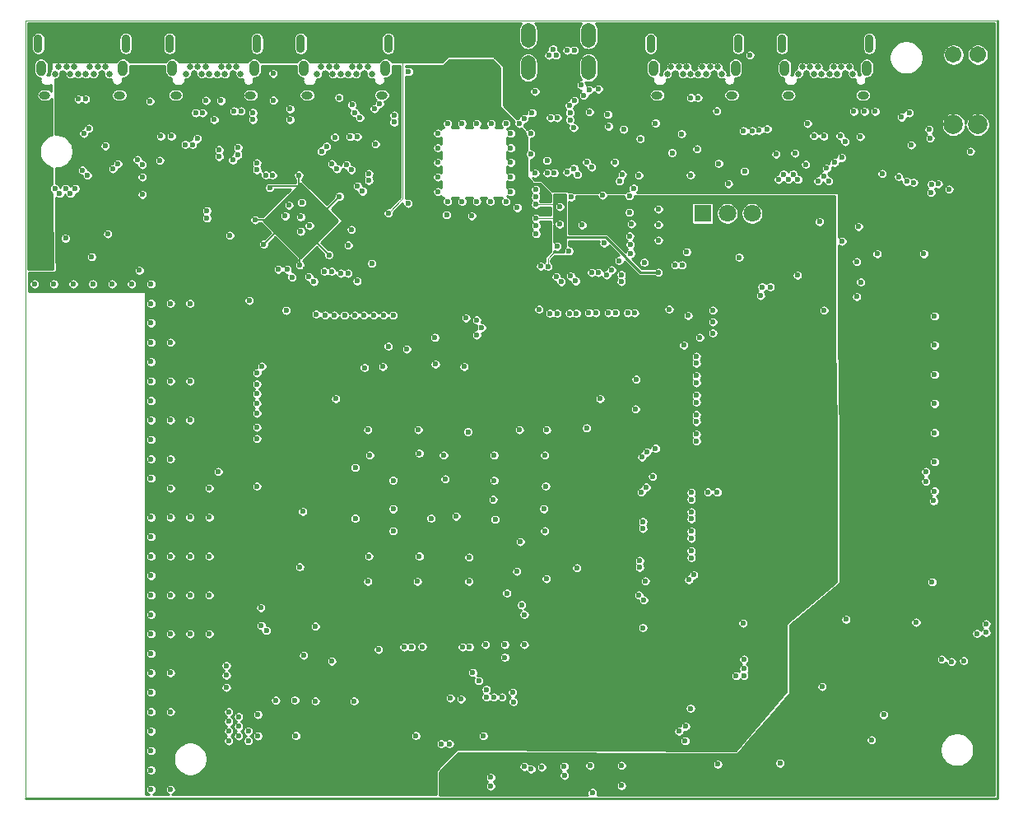
<source format=gbr>
%TF.GenerationSoftware,KiCad,Pcbnew,5.1.9+dfsg1-1*%
%TF.CreationDate,2022-02-15T13:48:39+01:00*%
%TF.ProjectId,sc606-baseboard,73633630-362d-4626-9173-65626f617264,rev?*%
%TF.SameCoordinates,Original*%
%TF.FileFunction,Copper,L2,Inr*%
%TF.FilePolarity,Positive*%
%FSLAX46Y46*%
G04 Gerber Fmt 4.6, Leading zero omitted, Abs format (unit mm)*
G04 Created by KiCad (PCBNEW 5.1.9+dfsg1-1) date 2022-02-15 13:48:39 commit a4fbcb5*
%MOMM*%
%LPD*%
G01*
G04 APERTURE LIST*
%TA.AperFunction,Profile*%
%ADD10C,0.120000*%
%TD*%
%TA.AperFunction,Profile*%
%ADD11C,0.254000*%
%TD*%
%TA.AperFunction,WasherPad*%
%ADD12C,1.710000*%
%TD*%
%TA.AperFunction,ComponentPad*%
%ADD13C,2.000000*%
%TD*%
%TA.AperFunction,ComponentPad*%
%ADD14O,0.900000X1.900000*%
%TD*%
%TA.AperFunction,ComponentPad*%
%ADD15O,1.000000X1.600000*%
%TD*%
%TA.AperFunction,ComponentPad*%
%ADD16O,1.150000X0.800000*%
%TD*%
%TA.AperFunction,ComponentPad*%
%ADD17C,0.650000*%
%TD*%
%TA.AperFunction,ComponentPad*%
%ADD18O,1.500000X2.550000*%
%TD*%
%TA.AperFunction,ComponentPad*%
%ADD19C,1.800000*%
%TD*%
%TA.AperFunction,ComponentPad*%
%ADD20R,1.800000X1.800000*%
%TD*%
%TA.AperFunction,ViaPad*%
%ADD21C,0.600000*%
%TD*%
%TA.AperFunction,Conductor*%
%ADD22C,0.125000*%
%TD*%
%TA.AperFunction,Conductor*%
%ADD23C,0.155000*%
%TD*%
%TA.AperFunction,Conductor*%
%ADD24C,0.250000*%
%TD*%
%TA.AperFunction,Conductor*%
%ADD25C,0.254000*%
%TD*%
%TA.AperFunction,Conductor*%
%ADD26C,0.100000*%
%TD*%
G04 APERTURE END LIST*
D10*
X175600000Y-42400000D02*
X75600000Y-42400000D01*
D11*
X175600000Y-42400000D02*
X175600000Y-122400000D01*
D10*
X75600000Y-122400000D02*
X75600000Y-42400000D01*
D11*
X175600000Y-122400000D02*
X75600000Y-122400000D01*
D12*
%TO.N,*%
%TO.C,J1*%
X171050000Y-45920000D03*
X173550000Y-45920000D03*
D13*
%TO.N,GND*%
X173550000Y-53100000D03*
%TO.N,AUX_VDD*%
X171050000Y-53100000D03*
%TD*%
D14*
%TO.N,GND*%
%TO.C,J6*%
X76900000Y-44765000D03*
X85900000Y-44765000D03*
D15*
X77180000Y-47280000D03*
X85620000Y-47280000D03*
D16*
X77555000Y-50080000D03*
X85245000Y-50080000D03*
D17*
%TO.N,N/C*%
X79000000Y-47180000D03*
X79800000Y-47180000D03*
X80600000Y-47180000D03*
X82200000Y-47180000D03*
X83000000Y-47180000D03*
X83800000Y-47180000D03*
%TO.N,GND*%
X78600000Y-47880000D03*
%TO.N,/USB_flash_debug/USB_FLASH_5V0*%
X80200000Y-47880000D03*
%TO.N,/USB_flash_debug/USB_FLASH_P*%
X81000000Y-47880000D03*
%TO.N,/USB_flash_debug/USB_FLASH_N*%
X81800000Y-47880000D03*
%TO.N,/USB_flash_debug/USB_FLASH_5V0*%
X82600000Y-47880000D03*
%TO.N,GND*%
X84200000Y-47880000D03*
%TD*%
D14*
%TO.N,GND*%
%TO.C,J12*%
X153400000Y-44765000D03*
X162400000Y-44765000D03*
D15*
X153680000Y-47280000D03*
X162120000Y-47280000D03*
D16*
X154055000Y-50080000D03*
X161745000Y-50080000D03*
D17*
%TO.N,N/C*%
X155500000Y-47180000D03*
X156300000Y-47180000D03*
%TO.N,/USB-PD/PD_CC2*%
X157100000Y-47180000D03*
%TO.N,N/C*%
X158700000Y-47180000D03*
X159500000Y-47180000D03*
X160300000Y-47180000D03*
%TO.N,GND*%
X155100000Y-47880000D03*
%TO.N,/USB-PD/PD_VBUS*%
X156700000Y-47880000D03*
%TO.N,N/C*%
X157500000Y-47880000D03*
X158300000Y-47880000D03*
%TO.N,/USB-PD/PD_VBUS*%
X159100000Y-47880000D03*
%TO.N,GND*%
X160700000Y-47880000D03*
%TD*%
D14*
%TO.N,GND*%
%TO.C,J9*%
X139900000Y-44765000D03*
X148900000Y-44765000D03*
D15*
X140180000Y-47280000D03*
X148620000Y-47280000D03*
D16*
X140555000Y-50080000D03*
X148245000Y-50080000D03*
D17*
%TO.N,N/C*%
X142000000Y-47180000D03*
X142800000Y-47180000D03*
X143600000Y-47180000D03*
X145200000Y-47180000D03*
X146000000Y-47180000D03*
X146800000Y-47180000D03*
%TO.N,GND*%
X141600000Y-47880000D03*
%TO.N,/USB_flash_debug/DBG_VBUS*%
X143200000Y-47880000D03*
%TO.N,/USB_flash_debug/DBG_USB_D_P*%
X144000000Y-47880000D03*
%TO.N,/USB_flash_debug/DBG_USB_D_N*%
X144800000Y-47880000D03*
%TO.N,/USB_flash_debug/DBG_VBUS*%
X145600000Y-47880000D03*
%TO.N,GND*%
X147200000Y-47880000D03*
%TD*%
D14*
%TO.N,GND*%
%TO.C,J11*%
X90400000Y-44765000D03*
X99400000Y-44765000D03*
D15*
X90680000Y-47280000D03*
X99120000Y-47280000D03*
D16*
X91055000Y-50080000D03*
X98745000Y-50080000D03*
D17*
%TO.N,/USB_HUB_Connectors/USB_C2_SS_C_TX2_P*%
X92500000Y-47180000D03*
%TO.N,/USB_HUB_Connectors/USB_C2_SS_C_TX2_N*%
X93300000Y-47180000D03*
%TO.N,/USB_HUB_Connectors/USB_C2_CC2*%
X94100000Y-47180000D03*
%TO.N,Net-(J11-PadB8)*%
X95700000Y-47180000D03*
%TO.N,/USB_HUB_Connectors/USB_C2_SS_C_RX1_N*%
X96500000Y-47180000D03*
%TO.N,/USB_HUB_Connectors/USB_C2_SS_C_RX1_P*%
X97300000Y-47180000D03*
%TO.N,GND*%
X92100000Y-47880000D03*
%TO.N,/USB_HUB_Connectors/5V0_USB*%
X93700000Y-47880000D03*
%TO.N,/USB_HUB_Connectors/USB_C2_D2_P*%
X94500000Y-47880000D03*
%TO.N,/USB_HUB_Connectors/USB_C2_D2_N*%
X95300000Y-47880000D03*
%TO.N,/USB_HUB_Connectors/5V0_USB*%
X96100000Y-47880000D03*
%TO.N,GND*%
X97700000Y-47880000D03*
%TD*%
D14*
%TO.N,GND*%
%TO.C,J10*%
X103900000Y-44765000D03*
X112900000Y-44765000D03*
D15*
X104180000Y-47280000D03*
X112620000Y-47280000D03*
D16*
X104555000Y-50080000D03*
X112245000Y-50080000D03*
D17*
%TO.N,/USB_HUB_Connectors/USB_C1_SS_C_TX2_P*%
X106000000Y-47180000D03*
%TO.N,/USB_HUB_Connectors/USB_C1_SS_C_TX2_N*%
X106800000Y-47180000D03*
%TO.N,/USB_HUB_Connectors/USB_C1_CC2*%
X107600000Y-47180000D03*
%TO.N,Net-(J10-PadB8)*%
X109200000Y-47180000D03*
%TO.N,/USB_HUB_Connectors/USB_C1_SS_C_RX1_N*%
X110000000Y-47180000D03*
%TO.N,/USB_HUB_Connectors/USB_C1_SS_C_RX1_P*%
X110800000Y-47180000D03*
%TO.N,GND*%
X105600000Y-47880000D03*
%TO.N,/USB_HUB_Connectors/5V0_USB*%
X107200000Y-47880000D03*
%TO.N,/USB_HUB_Connectors/USB_C1_D2_P*%
X108000000Y-47880000D03*
%TO.N,/USB_HUB_Connectors/USB_C1_D2_N*%
X108800000Y-47880000D03*
%TO.N,/USB_HUB_Connectors/5V0_USB*%
X109600000Y-47880000D03*
%TO.N,GND*%
X111200000Y-47880000D03*
%TD*%
D18*
%TO.N,GND*%
%TO.C,J4*%
X133500000Y-43900000D03*
X127300000Y-43900000D03*
X133500000Y-47260000D03*
X127300000Y-47260000D03*
%TD*%
D19*
%TO.N,GND*%
%TO.C,SW1*%
X150330000Y-62250000D03*
%TO.N,DEBUG_UART_TX*%
X147790000Y-62250000D03*
D20*
%TO.N,DEBUG_UART_RX*%
X145250000Y-62250000D03*
%TD*%
D21*
%TO.N,GND*%
X130560000Y-61560000D03*
X131720000Y-60560000D03*
X138830000Y-54560000D03*
X88500000Y-87500000D03*
X90500000Y-87500000D03*
X88500000Y-89500000D03*
X88500000Y-93500000D03*
X88500000Y-95500000D03*
X90500000Y-93500000D03*
X92500000Y-93500000D03*
X90500000Y-90500000D03*
X94500000Y-93500000D03*
X94500000Y-90500000D03*
X94500000Y-97500000D03*
X94500000Y-101500000D03*
X94500000Y-105500000D03*
X90500000Y-121500000D03*
X88500000Y-97500000D03*
X90500000Y-97500000D03*
X92500000Y-97500000D03*
X88500000Y-99500000D03*
X88500000Y-101500000D03*
X88500000Y-103500000D03*
X88500000Y-105500000D03*
X88500000Y-107500000D03*
X90500000Y-101500000D03*
X92500000Y-101500000D03*
X90500000Y-105500000D03*
X92500000Y-105500000D03*
X88500000Y-109500000D03*
X90500000Y-109500000D03*
X88500000Y-81500000D03*
X86500000Y-69500000D03*
X84500000Y-69500000D03*
X82500000Y-69500000D03*
X80500000Y-69500000D03*
X78500000Y-69500000D03*
X76500000Y-69500000D03*
X122000000Y-53000000D03*
X120500000Y-53000000D03*
X119000000Y-53000000D03*
X123500000Y-53000000D03*
X125000000Y-53000000D03*
X125500000Y-57000000D03*
X125500000Y-55500000D03*
X125500000Y-54000000D03*
X125500000Y-58500000D03*
X125500000Y-60000000D03*
X122000000Y-61000000D03*
X120500000Y-61000000D03*
X119000000Y-61000000D03*
X118000000Y-57000000D03*
X118000000Y-58500000D03*
X118000000Y-60000000D03*
X118000000Y-55500000D03*
X118000000Y-54000000D03*
X123400000Y-61000000D03*
X125000000Y-61000000D03*
X174400000Y-104450000D03*
X174400000Y-105350000D03*
X173450000Y-105450000D03*
X152200000Y-69800000D03*
X151350000Y-69800000D03*
X151200000Y-70700000D03*
X88500000Y-113500000D03*
X88500000Y-117500000D03*
X88500000Y-119500000D03*
X88500000Y-121500000D03*
X88500000Y-85500000D03*
X90500000Y-83500000D03*
X92500000Y-83500000D03*
X88500000Y-83500000D03*
X88500000Y-79500000D03*
X90500000Y-79500000D03*
X92500000Y-79500000D03*
X88500000Y-77500000D03*
X88500000Y-75500000D03*
X90500000Y-75500000D03*
X88500000Y-73500000D03*
X88500000Y-71500000D03*
X90500000Y-71500000D03*
X92500000Y-71500000D03*
X88500000Y-69500000D03*
X88500000Y-115500000D03*
X88500000Y-111500000D03*
X90500000Y-113500000D03*
X114935000Y-61210000D03*
X110450000Y-78100000D03*
X112350000Y-78000000D03*
X120900000Y-73000000D03*
X124900000Y-107900000D03*
X138337501Y-82362499D03*
X96600000Y-64500000D03*
X82400000Y-66700000D03*
X79700000Y-64800000D03*
X89400000Y-56783628D03*
X83800000Y-55300000D03*
X84050000Y-64350000D03*
X111600000Y-55100000D03*
X107400000Y-54400000D03*
X133900000Y-121800000D03*
X127600000Y-119400010D03*
X163862501Y-113812501D03*
X157540000Y-110915000D03*
X153200000Y-118800000D03*
X125100000Y-101300000D03*
X168849996Y-100150004D03*
X160000000Y-104000000D03*
X109700000Y-69200000D03*
X128120000Y-64340000D03*
X169100000Y-75800000D03*
X169100000Y-72800000D03*
X169100000Y-78800000D03*
X169100000Y-81800000D03*
X169100000Y-84800000D03*
X169100000Y-87800000D03*
X169100000Y-90800000D03*
X134700000Y-81300000D03*
X122699998Y-116000000D03*
X119292785Y-112092785D03*
X132300000Y-98700000D03*
X126132215Y-99067785D03*
X126500000Y-96012500D03*
X129000000Y-94900000D03*
X123894715Y-93705285D03*
X121200000Y-97600000D03*
X121200000Y-100100000D03*
X115900000Y-100100000D03*
X110800000Y-100100000D03*
X116100000Y-97500000D03*
X110900000Y-97500000D03*
X116400000Y-106800000D03*
X111900000Y-107100000D03*
X109400000Y-112400000D03*
X105400000Y-112400000D03*
X103300000Y-112300000D03*
X99500000Y-113800000D03*
X104200000Y-107700000D03*
X103800000Y-98600000D03*
X104100000Y-92900000D03*
X119900000Y-93400000D03*
X123700000Y-91662501D03*
X128900000Y-92637501D03*
X129100000Y-90287500D03*
X123800000Y-89700000D03*
X118744714Y-89555286D03*
X117300000Y-93600000D03*
X113400000Y-94900000D03*
X113400000Y-92637501D03*
X109500000Y-93600000D03*
X113400000Y-89700000D03*
X109500000Y-88400000D03*
X129000000Y-87100000D03*
X123800000Y-87100000D03*
X118600000Y-87100000D03*
X116094714Y-86905286D03*
X111000000Y-87100000D03*
X110800000Y-84500000D03*
X116000000Y-84500000D03*
X121100000Y-84700000D03*
X126400000Y-84500000D03*
X129200000Y-84500000D03*
X133300000Y-84300000D03*
X140400000Y-86400000D03*
X140100000Y-89300000D03*
X144000000Y-113150000D03*
X131000000Y-119100000D03*
X128700000Y-119200000D03*
X126899330Y-119135586D03*
X99400000Y-90300000D03*
X107500000Y-81300000D03*
X98600000Y-71200000D03*
X105500000Y-72600000D03*
X102400000Y-72225000D03*
X104800000Y-63500000D03*
X103900000Y-64100000D03*
X102300000Y-62500000D03*
X102700000Y-61400000D03*
X103900000Y-62600000D03*
X104000000Y-61100000D03*
X120700000Y-78000000D03*
X130521364Y-63352162D03*
X128000000Y-58100000D03*
X130261094Y-65627897D03*
X135100000Y-65300000D03*
X131500000Y-66100000D03*
X134956906Y-60362035D03*
X138400000Y-79300000D03*
X143300000Y-75800000D03*
X141800000Y-72100000D03*
X128400000Y-72100000D03*
X138137491Y-59650000D03*
X140400000Y-52950000D03*
X146700000Y-51700000D03*
X144000000Y-58300000D03*
X146900000Y-57100000D03*
X152800000Y-56150000D03*
X154750000Y-56050000D03*
X150100000Y-45950000D03*
X161450000Y-54350000D03*
X166700000Y-55200000D03*
X159550000Y-56500000D03*
X165419715Y-58469715D03*
X161300000Y-63600000D03*
X161100000Y-70800000D03*
X161100000Y-67200000D03*
X155000000Y-68600000D03*
X132850000Y-63437491D03*
X144650000Y-55600000D03*
X157732482Y-72201785D03*
X170600000Y-59750000D03*
X139350000Y-100050000D03*
X139100000Y-104850000D03*
X133650000Y-119050000D03*
X129838747Y-45333160D03*
X134544715Y-49455285D03*
X133600000Y-51800000D03*
X127700000Y-51900000D03*
X93250000Y-54550000D03*
X97450000Y-55450000D03*
X95000000Y-52600000D03*
%TO.N,RTC_BAT*%
X95412490Y-88800002D03*
%TO.N,LDO6_1P8*%
X121500000Y-62500000D03*
X112900000Y-75900000D03*
X99400000Y-82800000D03*
X136900000Y-119025002D03*
X136900000Y-121100000D03*
X149500000Y-109800000D03*
%TO.N,V_SOM*%
X96250000Y-108750000D03*
X96250000Y-111000000D03*
X96500000Y-113500000D03*
X99500000Y-116000000D03*
X98500000Y-116500000D03*
X98500000Y-115500000D03*
X96500000Y-115500000D03*
X96500000Y-116500000D03*
X96500000Y-114500000D03*
X97500000Y-116000000D03*
X97500000Y-115000000D03*
X97500000Y-114000000D03*
X96250000Y-109750000D03*
%TO.N,VPH_PWR*%
X105400000Y-104700000D03*
%TO.N,5V0_SYS*%
X162700000Y-110000000D03*
X163500000Y-110000000D03*
X164300000Y-110000000D03*
X165100000Y-110000000D03*
X118500000Y-121750000D03*
X119250000Y-121250000D03*
X118500000Y-120750000D03*
X119250000Y-120250000D03*
X118500000Y-119750000D03*
X120000000Y-119750000D03*
X120000000Y-120750000D03*
X120000000Y-121750000D03*
X120750000Y-121250000D03*
X120750000Y-120250000D03*
X121500000Y-120750000D03*
X121500000Y-121750000D03*
X122250000Y-121250000D03*
X123000000Y-121750000D03*
X174000000Y-101950000D03*
X173600000Y-101250000D03*
X174000000Y-100400000D03*
X112900000Y-62200000D03*
X77900000Y-62900000D03*
X76900000Y-67100000D03*
X76200000Y-62800000D03*
X76200000Y-62000000D03*
X76200000Y-61200000D03*
X76200000Y-60400000D03*
X157600000Y-112750000D03*
X162700000Y-108600000D03*
X163100000Y-109300000D03*
X163500000Y-108600000D03*
X163900000Y-109300000D03*
X164300000Y-108600000D03*
X164700000Y-109300000D03*
X165100000Y-108600000D03*
X165500000Y-109300000D03*
X137712499Y-44612499D03*
X151150000Y-48200000D03*
X166200000Y-50750000D03*
X163050000Y-54500000D03*
X167200000Y-63900000D03*
X159500000Y-70800000D03*
X159499996Y-71400000D03*
%TO.N,Net-(C25-Pad2)*%
X163200000Y-66400000D03*
X168000000Y-66400000D03*
%TO.N,Net-(C25-Pad1)*%
X159600000Y-65100000D03*
%TO.N,1V2_SYS*%
X100100000Y-65400000D03*
X106800000Y-66500000D03*
X99200000Y-62900000D03*
X107887160Y-60487160D03*
X103823249Y-67560682D03*
X143612503Y-66200000D03*
X146300000Y-74550000D03*
X146300000Y-73400000D03*
X146300000Y-72200000D03*
X103700000Y-58300000D03*
X100700000Y-59600000D03*
%TO.N,3V3_CAM*%
X172100000Y-108250000D03*
X170850000Y-108350000D03*
X169850000Y-108100000D03*
X115757500Y-115957500D03*
%TO.N,3V3_SYS*%
X152000000Y-107500000D03*
X151200000Y-108400000D03*
X99200000Y-64892500D03*
X108600000Y-64500000D03*
X101102547Y-66702547D03*
X88500000Y-65900000D03*
X87600000Y-59500000D03*
X104400000Y-68000000D03*
X131037510Y-120050000D03*
X153000000Y-111250000D03*
X152000000Y-111250000D03*
X152500000Y-110500000D03*
X151500000Y-110500000D03*
X151250000Y-109250000D03*
X151250000Y-107500000D03*
X151250000Y-106500000D03*
X152000000Y-106500000D03*
X123326290Y-116498659D03*
X143750000Y-70250000D03*
X143750000Y-71500000D03*
X102550000Y-58200000D03*
%TO.N,/display module/RST_N*%
X149400000Y-104400000D03*
X146750000Y-90900000D03*
X143750000Y-72750000D03*
%TO.N,LT9611_VCC33_RX*%
X128100000Y-62732500D03*
X128074035Y-61319033D03*
X140687491Y-68300000D03*
X129322316Y-67695057D03*
%TO.N,LT9611_VCC33_TX*%
X129230000Y-56820000D03*
X132010001Y-57610001D03*
X136189998Y-56990000D03*
%TO.N,LT9611_VCC33_IO*%
X137700000Y-62150000D03*
X138680000Y-58320000D03*
X136690000Y-58900000D03*
X122000000Y-73200000D03*
X139228165Y-67271835D03*
%TO.N,Net-(C53-Pad1)*%
X128080000Y-60560000D03*
%TO.N,Net-(C57-Pad1)*%
X128080000Y-59770000D03*
%TO.N,LDO17_2P85*%
X169007220Y-91807220D03*
X99400000Y-85400000D03*
%TO.N,LT9611_VDD12*%
X136650000Y-67100000D03*
X137700000Y-60450000D03*
X126174998Y-61650000D03*
X140700000Y-65000000D03*
%TO.N,LT9611_VCC12_RX*%
X128575035Y-67664505D03*
X128120000Y-63520000D03*
X140700000Y-63400000D03*
%TO.N,LT9611_VCC12_TX*%
X140700000Y-61800000D03*
X131300000Y-58000000D03*
%TO.N,/display module/TX_D2_P*%
X129256578Y-58088512D03*
%TO.N,/display module/TX_D2_N*%
X129981578Y-58088512D03*
%TO.N,/display module/TX_D0_P*%
X133313673Y-56973673D03*
%TO.N,/display module/TX_D0_N*%
X133826327Y-57486327D03*
%TO.N,/display module/V_COMM*%
X135570000Y-53280000D03*
X131980000Y-53420000D03*
X137110004Y-53590000D03*
X132362500Y-58250000D03*
X127550000Y-54000000D03*
%TO.N,Net-(C85-Pad1)*%
X132742346Y-49042630D03*
%TO.N,SD_LDO11*%
X129160000Y-99815000D03*
X123782274Y-112000000D03*
%TO.N,USIM1_VDD*%
X112400000Y-72700000D03*
%TO.N,/USB_flash_debug/USB_FLASH_5V0*%
X87600000Y-60300000D03*
%TO.N,/USB_flash_debug/5V0_DBG*%
X142100000Y-56000000D03*
%TO.N,/USB_flash_debug/DBG_USB_D_P*%
X144762500Y-50337502D03*
%TO.N,1V8_DBG*%
X147900000Y-59200000D03*
%TO.N,/USB_flash_debug/DBG_USB_D_N*%
X144037500Y-50337502D03*
%TO.N,Net-(C117-Pad2)*%
X143074998Y-54050000D03*
%TO.N,/USB_HUB_Connectors/HUB_XTALI*%
X111200000Y-67400000D03*
%TO.N,/USB_HUB_Connectors/HUB_XTALO*%
X108800000Y-65500000D03*
%TO.N,/USB_HUB_Connectors/5V0_USB*%
X88400000Y-50700000D03*
X78600000Y-59700000D03*
X79100000Y-60200000D03*
X79700000Y-59700000D03*
X80200000Y-60200000D03*
X80700000Y-59700000D03*
X101100000Y-50600000D03*
%TO.N,/USB_flash_debug/USB_FLASH_P*%
X81762500Y-50487498D03*
X82106327Y-53493673D03*
X85081840Y-57150325D03*
%TO.N,/USB_flash_debug/USB_FLASH_N*%
X81037500Y-50487498D03*
X81593673Y-54006327D03*
X84569186Y-57662979D03*
%TO.N,DEBUG_UART_RX*%
X99400000Y-78650000D03*
%TO.N,DEBUG_UART_TX*%
X99900000Y-77950000D03*
%TO.N,Net-(IC1-Pad6)*%
X161500000Y-69300000D03*
%TO.N,/cameras module/CAM1_SCL*%
X123450000Y-121150000D03*
%TO.N,/cameras module/CAM1_SDA*%
X123450000Y-120250000D03*
%TO.N,/cameras module/CAM0_SCL*%
X118363967Y-116797198D03*
%TO.N,/cameras module/CAM0_SDA*%
X119200000Y-116800000D03*
%TO.N,VSYNC_CAM2*%
X121600001Y-109475012D03*
%TO.N,VSYNC_CAM1*%
X122200000Y-110299996D03*
%TO.N,TP0_I2C_SDA*%
X114800000Y-76200000D03*
X168200000Y-89800000D03*
%TO.N,TP0_I2C_SCL*%
X113400000Y-72700000D03*
X168200000Y-88800000D03*
%TO.N,/display module/DETECT_HDMI*%
X128000000Y-49700000D03*
%TO.N,/display module/CEC_HDMI*%
X149000000Y-66750000D03*
X133000000Y-50100000D03*
%TO.N,/display module/LTtoHDMI_SCL*%
X133600000Y-49530000D03*
%TO.N,/display module/LTtoHDMI_SDA*%
X135490000Y-52070000D03*
%TO.N,Net-(J11-PadA8)*%
X101050000Y-47850000D03*
X94152973Y-50621514D03*
%TO.N,SoM_USB_D_P*%
X81444732Y-57792078D03*
X99843673Y-104643673D03*
%TO.N,SoM_USB_D_N*%
X81957386Y-58304732D03*
X100356327Y-105156327D03*
%TO.N,CAM_RST*%
X126900000Y-106600000D03*
X167200000Y-104300000D03*
%TO.N,LT9611_RST_N*%
X124900000Y-106600000D03*
X149500000Y-108100000D03*
%TO.N,LT9611_INT0*%
X122900000Y-106600000D03*
X149500000Y-109074997D03*
%TO.N,HDMI_I2C_SCL*%
X117700000Y-75000000D03*
%TO.N,HDMI_I2C_SDA*%
X117755285Y-77744715D03*
%TO.N,SoM_USB3_TX_N*%
X121262500Y-106845636D03*
X108762500Y-68400000D03*
%TO.N,SoM_USB3_TX_P*%
X120537500Y-106845636D03*
X108037500Y-68400000D03*
%TO.N,SoM_USB3_RX_N*%
X115262500Y-106850000D03*
X107062500Y-68200000D03*
%TO.N,SoM_USB3_RX_P*%
X114537500Y-106850000D03*
X106337500Y-68200000D03*
%TO.N,VOL_DOWN*%
X106400000Y-72700000D03*
X142803640Y-115507076D03*
%TO.N,VOL_UP*%
X107349999Y-72700000D03*
X143500000Y-115000002D03*
%TO.N,Net-(M1-Pad145)*%
X108400000Y-72700000D03*
%TO.N,USIM1_RST*%
X109450000Y-72700000D03*
%TO.N,USIM1_CLK*%
X110400000Y-72700000D03*
%TO.N,USIM1_DATA*%
X111400000Y-72700000D03*
%TO.N,PWRKEY*%
X162600000Y-116400000D03*
X101330278Y-112319722D03*
%TO.N,SoM_USB_FLASH_ID*%
X99800000Y-102800000D03*
X87300000Y-68100000D03*
%TO.N,LDO5_1P8*%
X146800000Y-118900000D03*
X99400000Y-81800000D03*
%TO.N,Net-(M1-Pad8)*%
X99400000Y-80800000D03*
%TO.N,Net-(M1-Pad7)*%
X99400000Y-79800000D03*
%TO.N,/display module/CEC_LT*%
X137919715Y-63319715D03*
X143125003Y-67550000D03*
%TO.N,/display module/INT0*%
X148700000Y-109800000D03*
X137749934Y-64568431D03*
X145800000Y-90900000D03*
X142400000Y-67550000D03*
X144950000Y-75000000D03*
%TO.N,Net-(R59-Pad1)*%
X136990000Y-58220000D03*
X127550000Y-56150000D03*
%TO.N,Net-(R107-Pad1)*%
X87600000Y-58500000D03*
%TO.N,Net-(R113-Pad2)*%
X109100000Y-63900000D03*
%TO.N,Net-(R118-Pad2)*%
X103000000Y-68800000D03*
%TO.N,Net-(R119-Pad2)*%
X102500000Y-68000000D03*
%TO.N,Net-(R120-Pad2)*%
X101600000Y-68000000D03*
%TO.N,USB_HUB_P*%
X104743673Y-68743673D03*
X87606327Y-57223025D03*
%TO.N,USB_HUB_N*%
X105256327Y-69256327D03*
X87093673Y-56710371D03*
%TO.N,/USB_HUB_Connectors/USB_C1_SS_TX2_P*%
X110256327Y-59956327D03*
%TO.N,/USB_HUB_Connectors/USB_C1_SS_TX2_N*%
X109743673Y-59443673D03*
%TO.N,/USB_HUB_Connectors/USB_C1_SS_TX1_P*%
X107625431Y-57651327D03*
%TO.N,/USB_HUB_Connectors/USB_C1_SS_RX2_N*%
X110900000Y-58137500D03*
X106545684Y-55333030D03*
%TO.N,/USB_HUB_Connectors/USB_C1_SS_TX1_N*%
X107112777Y-57138673D03*
%TO.N,/USB_HUB_Connectors/USB_C1_SS_RX2_P*%
X110900000Y-58862500D03*
X106033030Y-55845684D03*
%TO.N,/USB_HUB_Connectors/USB_C2_SS_TX1_P*%
X101012500Y-58300000D03*
%TO.N,/USB_HUB_Connectors/USB_C2_SS_TX1_N*%
X100287500Y-58300000D03*
%TO.N,/USB_HUB_Connectors/USB_C2_SS_RX2_N*%
X94250000Y-62712500D03*
%TO.N,/USB_HUB_Connectors/USB_C2_SS_RX2_P*%
X94250000Y-61987500D03*
%TO.N,/USB_HUB_Connectors/USB_C1_CC1*%
X109170683Y-51079317D03*
X102800000Y-51500000D03*
%TO.N,/USB_HUB_Connectors/USB_C1_CC2*%
X102800000Y-52600000D03*
%TO.N,/USB_HUB_Connectors/USB_C2_CC1*%
X90600000Y-54300000D03*
X95697898Y-50653885D03*
%TO.N,/USB_HUB_Connectors/USB_C2_CC2*%
X89500000Y-54300000D03*
%TO.N,SD_DATA_6*%
X125769745Y-112472463D03*
%TO.N,SD_DATA_4*%
X126612499Y-102500000D03*
%TO.N,SD_DATA_5*%
X126900000Y-103500000D03*
%TO.N,SD_DATA_0*%
X123000000Y-111200000D03*
%TO.N,SD_DATA_1*%
X123000000Y-112000000D03*
%TO.N,SD_DATA_2*%
X125700000Y-111497451D03*
%TO.N,SD_DATA_3*%
X124599994Y-112000000D03*
%TO.N,CAM1_CLK_P*%
X143818673Y-99930007D03*
%TO.N,CAM1_CLK_N*%
X144331327Y-99417353D03*
%TO.N,CAM1_D0_P*%
X144075000Y-97662500D03*
%TO.N,CAM1_D0_N*%
X144075000Y-96937500D03*
%TO.N,CAM1_D1_P*%
X144075000Y-95662500D03*
%TO.N,CAM1_D1_N*%
X144075000Y-94937500D03*
%TO.N,CAM1_D2_P*%
X144075000Y-93662500D03*
%TO.N,CAM1_D2_N*%
X144075000Y-92937500D03*
%TO.N,CAM1_D3_P*%
X144075000Y-91662500D03*
%TO.N,CAM1_D3_N*%
X144075000Y-90937500D03*
%TO.N,/USB_HUB_Connectors/USB_C1_SS_C_TX1_P*%
X109970684Y-52391970D03*
%TO.N,/USB_HUB_Connectors/USB_C1_SS_C_TX1_N*%
X109458030Y-51879316D03*
%TO.N,/USB_HUB_Connectors/USB_C2_SS_C_TX1_P*%
X98992884Y-52588215D03*
%TO.N,/USB_HUB_Connectors/USB_C2_SS_C_TX2_P*%
X93812500Y-51900000D03*
%TO.N,/USB_HUB_Connectors/USB_C2_SS_C_TX1_N*%
X98992884Y-51863215D03*
%TO.N,/USB_HUB_Connectors/USB_C2_SS_C_TX2_N*%
X93087500Y-51900000D03*
%TO.N,/USB_HUB_Connectors/USB_C2_SS_C_RX2_N*%
X92762500Y-55153238D03*
%TO.N,/USB_HUB_Connectors/USB_C2_SS_C_RX1_N*%
X97042500Y-51718119D03*
%TO.N,/USB_HUB_Connectors/USB_C2_SS_C_RX2_P*%
X92037500Y-55153238D03*
%TO.N,/USB_HUB_Connectors/USB_C2_SS_C_RX1_P*%
X97767500Y-51718119D03*
%TO.N,CAM2_CLK_P*%
X139193829Y-102006327D03*
%TO.N,CAM2_CLK_N*%
X138681175Y-101493673D03*
%TO.N,CAM2_D0_P*%
X138768809Y-98662500D03*
%TO.N,CAM2_D0_N*%
X138768809Y-97937500D03*
%TO.N,CAM2_D1_P*%
X139100000Y-94662500D03*
%TO.N,CAM2_D1_N*%
X139100000Y-93937500D03*
%TO.N,CAM2_D2_P*%
X138943673Y-90906327D03*
%TO.N,CAM2_D2_N*%
X139456327Y-90393673D03*
%TO.N,CAM2_D3_P*%
X138993673Y-87306327D03*
%TO.N,CAM2_D3_N*%
X139506327Y-86793673D03*
%TO.N,/display module/TX_D2_Ferr_P*%
X126368673Y-53006327D03*
%TO.N,/display module/TX_D2_Ferr_N*%
X126881327Y-52493673D03*
%TO.N,/display module/TX_D0_Ferr_P*%
X131600000Y-52612500D03*
%TO.N,/display module/TX_D0_Ferr_N*%
X131600000Y-51887500D03*
%TO.N,/display module/TX_D1_Ferr_P*%
X129437500Y-45981860D03*
X129587500Y-52415161D03*
%TO.N,/display module/TX_D1_Ferr_N*%
X130162500Y-45981860D03*
X130312500Y-52415161D03*
%TO.N,/display module/TX_CLK_Ferr_P*%
X131526804Y-51139458D03*
X131302921Y-45467759D03*
%TO.N,/display module/TX_CLK_Ferr_N*%
X132039458Y-50626804D03*
X132027921Y-45467759D03*
%TO.N,SoMtoDisplay_D3_N*%
X144600000Y-76937500D03*
%TO.N,SoMtoDisplay_D3_P*%
X144600000Y-77662500D03*
%TO.N,SoMtoDisplay_D2_N*%
X144600000Y-78937500D03*
%TO.N,SoMtoDisplay_D2_P*%
X144600000Y-79662500D03*
%TO.N,SoMtoDisplay_D1_N*%
X144600000Y-80937500D03*
%TO.N,SoMtoDisplay_D1_P*%
X144600000Y-81662500D03*
%TO.N,SoMtoDisplay_D0_N*%
X144600000Y-82937500D03*
%TO.N,SoMtoDisplay_D0_P*%
X144600000Y-83662500D03*
%TO.N,SoMtoDisplay_CLK_N*%
X144600000Y-84937500D03*
%TO.N,SoMtoDisplay_CLK_P*%
X144600000Y-85662500D03*
%TO.N,SoMtoLT_D3_N*%
X129537500Y-72512482D03*
X130193673Y-68753916D03*
%TO.N,SoMtoLT_D3_P*%
X130262500Y-72512482D03*
X130706327Y-69266570D03*
%TO.N,SoMtoLT_D2_N*%
X131671213Y-68681861D03*
X131537500Y-72512298D03*
%TO.N,SoMtoLT_D2_P*%
X132183867Y-69194515D03*
X132262500Y-72512298D03*
%TO.N,SoMtoLT_D1_N*%
X133537500Y-72473175D03*
X133812500Y-68331134D03*
%TO.N,SoMtoLT_D1_P*%
X134262500Y-72473175D03*
X134537500Y-68331134D03*
%TO.N,SoMtoLT_D0_N*%
X135537500Y-72476044D03*
X135368515Y-68568829D03*
%TO.N,SoMtoLT_D0_P*%
X136262500Y-72476044D03*
X135881169Y-68056175D03*
%TO.N,SoMtoLT_CLK_N*%
X136875000Y-69262500D03*
X137537500Y-72477945D03*
%TO.N,SoMtoLT_CLK_P*%
X136875000Y-68537500D03*
X138262500Y-72477945D03*
%TO.N,USB_BOOT*%
X143450000Y-116500000D03*
X120400000Y-112200000D03*
%TO.N,/USB_HUB_Connectors/USB_C1_SS_C_RX1_N*%
X111487442Y-51478137D03*
%TO.N,/USB_HUB_Connectors/USB_C1_SS_C_RX1_P*%
X112000096Y-50965483D03*
%TO.N,/display module/SoMtoLT_SDA*%
X137800000Y-65450000D03*
X122500000Y-74000004D03*
%TO.N,/USB_HUB_Connectors/USB_C1_D2_N*%
X113500000Y-52137500D03*
%TO.N,/USB_HUB_Connectors/USB_C1_D1_P*%
X109712500Y-54350000D03*
X109106327Y-57756327D03*
%TO.N,/USB_HUB_Connectors/USB_C1_D1_N*%
X108987500Y-54350000D03*
X108593673Y-57243673D03*
%TO.N,/USB_HUB_Connectors/USB_C1_D2_P*%
X113500000Y-52862500D03*
%TO.N,/USB_HUB_Connectors/USB_C2_D2_P*%
X95514357Y-55673143D03*
%TO.N,/USB_HUB_Connectors/USB_C2_D2_N*%
X95514357Y-56398143D03*
%TO.N,/USB_HUB_Connectors/USB_C2_D1_P*%
X97411327Y-56240399D03*
X99400000Y-57037500D03*
%TO.N,/USB_HUB_Connectors/USB_C2_D1_N*%
X96898673Y-56753053D03*
X99400000Y-57762500D03*
%TO.N,/display module/SoMtoLT_SCL*%
X122000000Y-74750000D03*
X137850000Y-66349994D03*
%TO.N,Net-(J10-PadA8)*%
X107837797Y-50325002D03*
X115000000Y-47650000D03*
%TO.N,/USB-PD/VREG_2V7*%
X156700000Y-54250000D03*
X149550000Y-57900000D03*
%TO.N,PD_VDD*%
X157100000Y-58900000D03*
X158000000Y-57600000D03*
X158200000Y-58900000D03*
X157700000Y-58400000D03*
X158800000Y-57000000D03*
%TO.N,STUSB4500_AB_SIDE*%
X154550000Y-58200000D03*
%TO.N,Net-(R148-Pad2)*%
X155050000Y-58750000D03*
X157700000Y-54300000D03*
%TO.N,Net-(R150-Pad2)*%
X154050450Y-58725431D03*
X156037500Y-53000000D03*
%TO.N,STUSB4500_GPIO*%
X153550000Y-58200000D03*
%TO.N,STUSB4500_ATTACH*%
X149450000Y-53750000D03*
%TO.N,STUSB4500_SCL*%
X151900000Y-53550000D03*
%TO.N,STUSB4500_SDA*%
X151050000Y-53699999D03*
%TO.N,STUSB4500_ALERT*%
X155850000Y-57200000D03*
%TO.N,Net-(R157-Pad2)*%
X150326841Y-53751654D03*
%TO.N,/USB-PD/STUSB4500_PWR_OK2*%
X159902164Y-54853246D03*
%TO.N,Net-(D34-Pad1)*%
X163000000Y-51750000D03*
%TO.N,/USB-PD/STUSB4500_PWR_OK3*%
X153050000Y-58750000D03*
X159400000Y-54250000D03*
%TO.N,Net-(D34-Pad3)*%
X160800000Y-51750000D03*
%TO.N,Net-(D34-Pad2)*%
X161900000Y-51750000D03*
%TO.N,VDD*%
X168750000Y-60100000D03*
X157259354Y-63100000D03*
%TO.N,AUX_VDD*%
X166950000Y-59050000D03*
%TO.N,Net-(Q11-Pad2)*%
X169500000Y-59200000D03*
%TO.N,Net-(C156-Pad2)*%
X168776841Y-59251654D03*
%TO.N,Net-(C157-Pad2)*%
X163700000Y-58150000D03*
X172800000Y-55850000D03*
%TO.N,Net-(C159-Pad2)*%
X166232284Y-58947470D03*
X168550000Y-53600000D03*
%TO.N,Net-(D36-Pad2)*%
X166500000Y-51900000D03*
%TO.N,Net-(D37-Pad2)*%
X165712490Y-52341815D03*
%TO.N,Net-(Q10-Pad2)*%
X168650000Y-54500000D03*
%TO.N,Net-(M1-Pad168)*%
X107100000Y-108300000D03*
%TO.N,/peripherals/ANT_GNSS_*%
X118900000Y-62400000D03*
%TO.N,/SoM/USB_VBUS_DET*%
X103400000Y-115950000D03*
%TO.N,LDO10_2P8*%
X99400000Y-84250000D03*
%TD*%
D22*
%TO.N,5V0_SYS*%
X112900000Y-62200000D02*
X114400000Y-60700000D01*
X114400000Y-60700000D02*
X114400000Y-43800000D01*
D23*
%TO.N,1V2_SYS*%
X103823249Y-66623249D02*
X103823249Y-67560682D01*
X99200000Y-62900000D02*
X100100000Y-62900000D01*
X101300000Y-64200000D02*
X101400000Y-64200000D01*
X100100000Y-65400000D02*
X101300000Y-64200000D01*
X101400000Y-64200000D02*
X103823249Y-66623249D01*
X100100000Y-62900000D02*
X101400000Y-64200000D01*
X106800000Y-66500000D02*
X105500000Y-65200000D01*
X105500000Y-65200000D02*
X105500000Y-62874320D01*
X106387160Y-61987160D02*
X107887160Y-60487160D01*
X105500000Y-62874320D02*
X106387160Y-61987160D01*
X103800000Y-59400000D02*
X106387160Y-61987160D01*
X103700000Y-59300000D02*
X103800000Y-59400000D01*
X103700000Y-58300000D02*
X103700000Y-59300000D01*
X103800000Y-59400000D02*
X100900000Y-59400000D01*
X100900000Y-59400000D02*
X100700000Y-59600000D01*
D22*
%TO.N,LT9611_VCC33_RX*%
X128074035Y-61319033D02*
X129969033Y-61319033D01*
X128100000Y-62732500D02*
X130082500Y-62732500D01*
D24*
X131000000Y-64500000D02*
X131200000Y-64700000D01*
X137299999Y-66764001D02*
X138835998Y-68300000D01*
X131200000Y-64700000D02*
X135285998Y-64700000D01*
X140263227Y-68300000D02*
X140687491Y-68300000D01*
X138835998Y-68300000D02*
X140263227Y-68300000D01*
X137299999Y-66714001D02*
X137299999Y-66764001D01*
X135285998Y-64700000D02*
X137299999Y-66714001D01*
D22*
X129322316Y-66877684D02*
X129322316Y-67695057D01*
X130050000Y-66150000D02*
X129322316Y-66877684D01*
%TD*%
D25*
%TO.N,3V3_SYS*%
X124362093Y-47204382D02*
X124362093Y-51200000D01*
X124366935Y-51249163D01*
X124381275Y-51296436D01*
X124404563Y-51340004D01*
X124435902Y-51378191D01*
X125856965Y-52799254D01*
X125837886Y-52845315D01*
X125816673Y-52951960D01*
X125816673Y-53060694D01*
X125837886Y-53167339D01*
X125879497Y-53267797D01*
X125939907Y-53358207D01*
X126016793Y-53435093D01*
X126107203Y-53495503D01*
X126207661Y-53537114D01*
X126314306Y-53558327D01*
X126423040Y-53558327D01*
X126529685Y-53537114D01*
X126575746Y-53518035D01*
X126998887Y-53941176D01*
X126998000Y-53945633D01*
X126998000Y-54054367D01*
X127019213Y-54161012D01*
X127060824Y-54261470D01*
X127121234Y-54351880D01*
X127162093Y-54392739D01*
X127162093Y-55757261D01*
X127121234Y-55798120D01*
X127060824Y-55888530D01*
X127019213Y-55988988D01*
X126998000Y-56095633D01*
X126998000Y-56204367D01*
X127019213Y-56311012D01*
X127060824Y-56411470D01*
X127121234Y-56501880D01*
X127162093Y-56542739D01*
X127162093Y-58420135D01*
X127166935Y-58469298D01*
X127181275Y-58516571D01*
X127204563Y-58560139D01*
X127235902Y-58598326D01*
X127735902Y-59098326D01*
X127774089Y-59129665D01*
X127817657Y-59152953D01*
X127864930Y-59167293D01*
X127914093Y-59172135D01*
X128496768Y-59172135D01*
X129598000Y-60256310D01*
X129598000Y-61004533D01*
X128527778Y-61004533D01*
X128502801Y-60967153D01*
X128478147Y-60942499D01*
X128508766Y-60911880D01*
X128569176Y-60821470D01*
X128610787Y-60721012D01*
X128632000Y-60614367D01*
X128632000Y-60505633D01*
X128610787Y-60398988D01*
X128569176Y-60298530D01*
X128508766Y-60208120D01*
X128465646Y-60165000D01*
X128508766Y-60121880D01*
X128569176Y-60031470D01*
X128610787Y-59931012D01*
X128632000Y-59824367D01*
X128632000Y-59715633D01*
X128610787Y-59608988D01*
X128569176Y-59508530D01*
X128508766Y-59418120D01*
X128431880Y-59341234D01*
X128341470Y-59280824D01*
X128241012Y-59239213D01*
X128134367Y-59218000D01*
X128025633Y-59218000D01*
X127918988Y-59239213D01*
X127818530Y-59280824D01*
X127728120Y-59341234D01*
X127651234Y-59418120D01*
X127590824Y-59508530D01*
X127549213Y-59608988D01*
X127528000Y-59715633D01*
X127528000Y-59824367D01*
X127549213Y-59931012D01*
X127590824Y-60031470D01*
X127651234Y-60121880D01*
X127694354Y-60165000D01*
X127651234Y-60208120D01*
X127590824Y-60298530D01*
X127549213Y-60398988D01*
X127528000Y-60505633D01*
X127528000Y-60614367D01*
X127549213Y-60721012D01*
X127590824Y-60821470D01*
X127651234Y-60911880D01*
X127675888Y-60936534D01*
X127645269Y-60967153D01*
X127584859Y-61057563D01*
X127543248Y-61158021D01*
X127522035Y-61264666D01*
X127522035Y-61373400D01*
X127543248Y-61480045D01*
X127584859Y-61580503D01*
X127645269Y-61670913D01*
X127722155Y-61747799D01*
X127812565Y-61808209D01*
X127913023Y-61849820D01*
X128019668Y-61871033D01*
X128128402Y-61871033D01*
X128235047Y-61849820D01*
X128335505Y-61808209D01*
X128425915Y-61747799D01*
X128502801Y-61670913D01*
X128527778Y-61633533D01*
X129598000Y-61633533D01*
X129598000Y-62418000D01*
X128553743Y-62418000D01*
X128528766Y-62380620D01*
X128451880Y-62303734D01*
X128361470Y-62243324D01*
X128261012Y-62201713D01*
X128154367Y-62180500D01*
X128045633Y-62180500D01*
X127938988Y-62201713D01*
X127838530Y-62243324D01*
X127748120Y-62303734D01*
X127671234Y-62380620D01*
X127610824Y-62471030D01*
X127569213Y-62571488D01*
X127548000Y-62678133D01*
X127548000Y-62786867D01*
X127569213Y-62893512D01*
X127610824Y-62993970D01*
X127671234Y-63084380D01*
X127723104Y-63136250D01*
X127691234Y-63168120D01*
X127630824Y-63258530D01*
X127589213Y-63358988D01*
X127568000Y-63465633D01*
X127568000Y-63574367D01*
X127589213Y-63681012D01*
X127630824Y-63781470D01*
X127691234Y-63871880D01*
X127749354Y-63930000D01*
X127691234Y-63988120D01*
X127630824Y-64078530D01*
X127589213Y-64178988D01*
X127568000Y-64285633D01*
X127568000Y-64394367D01*
X127589213Y-64501012D01*
X127630824Y-64601470D01*
X127691234Y-64691880D01*
X127768120Y-64768766D01*
X127858530Y-64829176D01*
X127958988Y-64870787D01*
X128065633Y-64892000D01*
X128174367Y-64892000D01*
X128281012Y-64870787D01*
X128381470Y-64829176D01*
X128471880Y-64768766D01*
X128548766Y-64691880D01*
X128609176Y-64601470D01*
X128650787Y-64501012D01*
X128672000Y-64394367D01*
X128672000Y-64285633D01*
X128650787Y-64178988D01*
X128609176Y-64078530D01*
X128548766Y-63988120D01*
X128490646Y-63930000D01*
X128548766Y-63871880D01*
X128609176Y-63781470D01*
X128650787Y-63681012D01*
X128672000Y-63574367D01*
X128672000Y-63465633D01*
X128650787Y-63358988D01*
X128609176Y-63258530D01*
X128548766Y-63168120D01*
X128496896Y-63116250D01*
X128528766Y-63084380D01*
X128553743Y-63047000D01*
X129598000Y-63047000D01*
X129598000Y-66157230D01*
X129110861Y-66644370D01*
X129098855Y-66654223D01*
X129059554Y-66702113D01*
X129030351Y-66756749D01*
X129012367Y-66816032D01*
X129008296Y-66857368D01*
X129006295Y-66877684D01*
X129007816Y-66893125D01*
X129007816Y-67241314D01*
X128970436Y-67266291D01*
X128963952Y-67272776D01*
X128926915Y-67235739D01*
X128836505Y-67175329D01*
X128736047Y-67133718D01*
X128629402Y-67112505D01*
X128520668Y-67112505D01*
X128414023Y-67133718D01*
X128313565Y-67175329D01*
X128223155Y-67235739D01*
X128146269Y-67312625D01*
X128085859Y-67403035D01*
X128044248Y-67503493D01*
X128023035Y-67610138D01*
X128023035Y-67718872D01*
X128044248Y-67825517D01*
X128085859Y-67925975D01*
X128146269Y-68016385D01*
X128223155Y-68093271D01*
X128313565Y-68153681D01*
X128414023Y-68195292D01*
X128520668Y-68216505D01*
X128629402Y-68216505D01*
X128736047Y-68195292D01*
X128836505Y-68153681D01*
X128926915Y-68093271D01*
X128933400Y-68086787D01*
X128970436Y-68123823D01*
X129060846Y-68184233D01*
X129161304Y-68225844D01*
X129267949Y-68247057D01*
X129376683Y-68247057D01*
X129483328Y-68225844D01*
X129583786Y-68184233D01*
X129674196Y-68123823D01*
X129751082Y-68046937D01*
X129811492Y-67956527D01*
X129853103Y-67856069D01*
X129874316Y-67749424D01*
X129874316Y-67640690D01*
X129853103Y-67534045D01*
X129811492Y-67433587D01*
X129751082Y-67343177D01*
X129674196Y-67266291D01*
X129636816Y-67241314D01*
X129636816Y-67007953D01*
X130042770Y-66602000D01*
X131250000Y-66602000D01*
X131265746Y-66600449D01*
X131338988Y-66630787D01*
X131445633Y-66652000D01*
X131554367Y-66652000D01*
X131661012Y-66630787D01*
X131761470Y-66589176D01*
X131851880Y-66528766D01*
X131928766Y-66451880D01*
X131989176Y-66361470D01*
X132030787Y-66261012D01*
X132052000Y-66154367D01*
X132052000Y-66045633D01*
X132030787Y-65938988D01*
X131989176Y-65838530D01*
X131928766Y-65748120D01*
X131851880Y-65671234D01*
X131761470Y-65610824D01*
X131661012Y-65569213D01*
X131554367Y-65548000D01*
X131502000Y-65548000D01*
X131502000Y-65077000D01*
X134594889Y-65077000D01*
X134569213Y-65138988D01*
X134548000Y-65245633D01*
X134548000Y-65354367D01*
X134569213Y-65461012D01*
X134610824Y-65561470D01*
X134671234Y-65651880D01*
X134748120Y-65728766D01*
X134838530Y-65789176D01*
X134938988Y-65830787D01*
X135045633Y-65852000D01*
X135154367Y-65852000D01*
X135261012Y-65830787D01*
X135361470Y-65789176D01*
X135451880Y-65728766D01*
X135528766Y-65651880D01*
X135589176Y-65561470D01*
X135596537Y-65543698D01*
X136600839Y-66548000D01*
X136595633Y-66548000D01*
X136488988Y-66569213D01*
X136388530Y-66610824D01*
X136298120Y-66671234D01*
X136221234Y-66748120D01*
X136160824Y-66838530D01*
X136119213Y-66938988D01*
X136098000Y-67045633D01*
X136098000Y-67154367D01*
X136119213Y-67261012D01*
X136160824Y-67361470D01*
X136221234Y-67451880D01*
X136298120Y-67528766D01*
X136388530Y-67589176D01*
X136488988Y-67630787D01*
X136595633Y-67652000D01*
X136704367Y-67652000D01*
X136811012Y-67630787D01*
X136911470Y-67589176D01*
X137001880Y-67528766D01*
X137078766Y-67451880D01*
X137139176Y-67361470D01*
X137180787Y-67261012D01*
X137194568Y-67191728D01*
X138556326Y-68553487D01*
X138568129Y-68567869D01*
X138625535Y-68614981D01*
X138687309Y-68648000D01*
X138691028Y-68649988D01*
X138762092Y-68671545D01*
X138835998Y-68678824D01*
X138854517Y-68677000D01*
X140283845Y-68677000D01*
X140335611Y-68728766D01*
X140426021Y-68789176D01*
X140526479Y-68830787D01*
X140633124Y-68852000D01*
X140741858Y-68852000D01*
X140848503Y-68830787D01*
X140948961Y-68789176D01*
X141039371Y-68728766D01*
X141116257Y-68651880D01*
X141176667Y-68561470D01*
X141183226Y-68545633D01*
X154448000Y-68545633D01*
X154448000Y-68654367D01*
X154469213Y-68761012D01*
X154510824Y-68861470D01*
X154571234Y-68951880D01*
X154648120Y-69028766D01*
X154738530Y-69089176D01*
X154838988Y-69130787D01*
X154945633Y-69152000D01*
X155054367Y-69152000D01*
X155161012Y-69130787D01*
X155261470Y-69089176D01*
X155351880Y-69028766D01*
X155428766Y-68951880D01*
X155489176Y-68861470D01*
X155530787Y-68761012D01*
X155552000Y-68654367D01*
X155552000Y-68545633D01*
X155530787Y-68438988D01*
X155489176Y-68338530D01*
X155428766Y-68248120D01*
X155351880Y-68171234D01*
X155261470Y-68110824D01*
X155161012Y-68069213D01*
X155054367Y-68048000D01*
X154945633Y-68048000D01*
X154838988Y-68069213D01*
X154738530Y-68110824D01*
X154648120Y-68171234D01*
X154571234Y-68248120D01*
X154510824Y-68338530D01*
X154469213Y-68438988D01*
X154448000Y-68545633D01*
X141183226Y-68545633D01*
X141218278Y-68461012D01*
X141239491Y-68354367D01*
X141239491Y-68245633D01*
X141218278Y-68138988D01*
X141176667Y-68038530D01*
X141116257Y-67948120D01*
X141039371Y-67871234D01*
X140948961Y-67810824D01*
X140848503Y-67769213D01*
X140741858Y-67748000D01*
X140633124Y-67748000D01*
X140526479Y-67769213D01*
X140426021Y-67810824D01*
X140335611Y-67871234D01*
X140283845Y-67923000D01*
X138992157Y-67923000D01*
X138286625Y-67217468D01*
X138676165Y-67217468D01*
X138676165Y-67326202D01*
X138697378Y-67432847D01*
X138738989Y-67533305D01*
X138799399Y-67623715D01*
X138876285Y-67700601D01*
X138966695Y-67761011D01*
X139067153Y-67802622D01*
X139173798Y-67823835D01*
X139282532Y-67823835D01*
X139389177Y-67802622D01*
X139489635Y-67761011D01*
X139580045Y-67700601D01*
X139656931Y-67623715D01*
X139717341Y-67533305D01*
X139732945Y-67495633D01*
X141848000Y-67495633D01*
X141848000Y-67604367D01*
X141869213Y-67711012D01*
X141910824Y-67811470D01*
X141971234Y-67901880D01*
X142048120Y-67978766D01*
X142138530Y-68039176D01*
X142238988Y-68080787D01*
X142345633Y-68102000D01*
X142454367Y-68102000D01*
X142561012Y-68080787D01*
X142661470Y-68039176D01*
X142751880Y-67978766D01*
X142762502Y-67968145D01*
X142773123Y-67978766D01*
X142863533Y-68039176D01*
X142963991Y-68080787D01*
X143070636Y-68102000D01*
X143179370Y-68102000D01*
X143286015Y-68080787D01*
X143386473Y-68039176D01*
X143476883Y-67978766D01*
X143553769Y-67901880D01*
X143614179Y-67811470D01*
X143655790Y-67711012D01*
X143677003Y-67604367D01*
X143677003Y-67495633D01*
X143655790Y-67388988D01*
X143614179Y-67288530D01*
X143553769Y-67198120D01*
X143476883Y-67121234D01*
X143386473Y-67060824D01*
X143286015Y-67019213D01*
X143179370Y-66998000D01*
X143070636Y-66998000D01*
X142963991Y-67019213D01*
X142863533Y-67060824D01*
X142773123Y-67121234D01*
X142762502Y-67131856D01*
X142751880Y-67121234D01*
X142661470Y-67060824D01*
X142561012Y-67019213D01*
X142454367Y-66998000D01*
X142345633Y-66998000D01*
X142238988Y-67019213D01*
X142138530Y-67060824D01*
X142048120Y-67121234D01*
X141971234Y-67198120D01*
X141910824Y-67288530D01*
X141869213Y-67388988D01*
X141848000Y-67495633D01*
X139732945Y-67495633D01*
X139758952Y-67432847D01*
X139780165Y-67326202D01*
X139780165Y-67217468D01*
X139758952Y-67110823D01*
X139717341Y-67010365D01*
X139656931Y-66919955D01*
X139580045Y-66843069D01*
X139489635Y-66782659D01*
X139389177Y-66741048D01*
X139282532Y-66719835D01*
X139173798Y-66719835D01*
X139067153Y-66741048D01*
X138966695Y-66782659D01*
X138876285Y-66843069D01*
X138799399Y-66919955D01*
X138738989Y-67010365D01*
X138697378Y-67110823D01*
X138676165Y-67217468D01*
X138286625Y-67217468D01*
X137960070Y-66890914D01*
X138011012Y-66880781D01*
X138111470Y-66839170D01*
X138201880Y-66778760D01*
X138278766Y-66701874D01*
X138339176Y-66611464D01*
X138380787Y-66511006D01*
X138402000Y-66404361D01*
X138402000Y-66295627D01*
X138380787Y-66188982D01*
X138362832Y-66145633D01*
X143060503Y-66145633D01*
X143060503Y-66254367D01*
X143081716Y-66361012D01*
X143123327Y-66461470D01*
X143183737Y-66551880D01*
X143260623Y-66628766D01*
X143351033Y-66689176D01*
X143451491Y-66730787D01*
X143558136Y-66752000D01*
X143666870Y-66752000D01*
X143773515Y-66730787D01*
X143858384Y-66695633D01*
X148448000Y-66695633D01*
X148448000Y-66804367D01*
X148469213Y-66911012D01*
X148510824Y-67011470D01*
X148571234Y-67101880D01*
X148648120Y-67178766D01*
X148738530Y-67239176D01*
X148838988Y-67280787D01*
X148945633Y-67302000D01*
X149054367Y-67302000D01*
X149161012Y-67280787D01*
X149261470Y-67239176D01*
X149351880Y-67178766D01*
X149428766Y-67101880D01*
X149489176Y-67011470D01*
X149530787Y-66911012D01*
X149552000Y-66804367D01*
X149552000Y-66695633D01*
X149530787Y-66588988D01*
X149489176Y-66488530D01*
X149428766Y-66398120D01*
X149351880Y-66321234D01*
X149261470Y-66260824D01*
X149161012Y-66219213D01*
X149054367Y-66198000D01*
X148945633Y-66198000D01*
X148838988Y-66219213D01*
X148738530Y-66260824D01*
X148648120Y-66321234D01*
X148571234Y-66398120D01*
X148510824Y-66488530D01*
X148469213Y-66588988D01*
X148448000Y-66695633D01*
X143858384Y-66695633D01*
X143873973Y-66689176D01*
X143964383Y-66628766D01*
X144041269Y-66551880D01*
X144101679Y-66461470D01*
X144143290Y-66361012D01*
X144164503Y-66254367D01*
X144164503Y-66145633D01*
X144143290Y-66038988D01*
X144101679Y-65938530D01*
X144041269Y-65848120D01*
X143964383Y-65771234D01*
X143873973Y-65710824D01*
X143773515Y-65669213D01*
X143666870Y-65648000D01*
X143558136Y-65648000D01*
X143451491Y-65669213D01*
X143351033Y-65710824D01*
X143260623Y-65771234D01*
X143183737Y-65848120D01*
X143123327Y-65938530D01*
X143081716Y-66038988D01*
X143060503Y-66145633D01*
X138362832Y-66145633D01*
X138339176Y-66088524D01*
X138278766Y-65998114D01*
X138201880Y-65921228D01*
X138145106Y-65883293D01*
X138151880Y-65878766D01*
X138228766Y-65801880D01*
X138289176Y-65711470D01*
X138330787Y-65611012D01*
X138352000Y-65504367D01*
X138352000Y-65395633D01*
X138330787Y-65288988D01*
X138289176Y-65188530D01*
X138228766Y-65098120D01*
X138151880Y-65021234D01*
X138107458Y-64991553D01*
X138153378Y-64945633D01*
X140148000Y-64945633D01*
X140148000Y-65054367D01*
X140169213Y-65161012D01*
X140210824Y-65261470D01*
X140271234Y-65351880D01*
X140348120Y-65428766D01*
X140438530Y-65489176D01*
X140538988Y-65530787D01*
X140645633Y-65552000D01*
X140754367Y-65552000D01*
X140861012Y-65530787D01*
X140961470Y-65489176D01*
X141051880Y-65428766D01*
X141128766Y-65351880D01*
X141189176Y-65261470D01*
X141230787Y-65161012D01*
X141252000Y-65054367D01*
X141252000Y-64945633D01*
X141230787Y-64838988D01*
X141189176Y-64738530D01*
X141128766Y-64648120D01*
X141051880Y-64571234D01*
X140961470Y-64510824D01*
X140861012Y-64469213D01*
X140754367Y-64448000D01*
X140645633Y-64448000D01*
X140538988Y-64469213D01*
X140438530Y-64510824D01*
X140348120Y-64571234D01*
X140271234Y-64648120D01*
X140210824Y-64738530D01*
X140169213Y-64838988D01*
X140148000Y-64945633D01*
X138153378Y-64945633D01*
X138178700Y-64920311D01*
X138239110Y-64829901D01*
X138280721Y-64729443D01*
X138301934Y-64622798D01*
X138301934Y-64514064D01*
X138280721Y-64407419D01*
X138239110Y-64306961D01*
X138178700Y-64216551D01*
X138101814Y-64139665D01*
X138011404Y-64079255D01*
X137910946Y-64037644D01*
X137804301Y-64016431D01*
X137695567Y-64016431D01*
X137588922Y-64037644D01*
X137488464Y-64079255D01*
X137398054Y-64139665D01*
X137321168Y-64216551D01*
X137260758Y-64306961D01*
X137219147Y-64407419D01*
X137197934Y-64514064D01*
X137197934Y-64622798D01*
X137219147Y-64729443D01*
X137260758Y-64829901D01*
X137321168Y-64920311D01*
X137398054Y-64997197D01*
X137442476Y-65026878D01*
X137371234Y-65098120D01*
X137310824Y-65188530D01*
X137269213Y-65288988D01*
X137248000Y-65395633D01*
X137248000Y-65504367D01*
X137269213Y-65611012D01*
X137310824Y-65711470D01*
X137371234Y-65801880D01*
X137448120Y-65878766D01*
X137504894Y-65916701D01*
X137498120Y-65921228D01*
X137421234Y-65998114D01*
X137360824Y-66088524D01*
X137319213Y-66188982D01*
X137317376Y-66198219D01*
X135565672Y-64446516D01*
X135553867Y-64432131D01*
X135496461Y-64385019D01*
X135430968Y-64350012D01*
X135359903Y-64328455D01*
X135304517Y-64323000D01*
X135304510Y-64323000D01*
X135285998Y-64321177D01*
X135267486Y-64323000D01*
X131502000Y-64323000D01*
X131502000Y-63383124D01*
X132298000Y-63383124D01*
X132298000Y-63491858D01*
X132319213Y-63598503D01*
X132360824Y-63698961D01*
X132421234Y-63789371D01*
X132498120Y-63866257D01*
X132588530Y-63926667D01*
X132688988Y-63968278D01*
X132795633Y-63989491D01*
X132904367Y-63989491D01*
X133011012Y-63968278D01*
X133111470Y-63926667D01*
X133201880Y-63866257D01*
X133278766Y-63789371D01*
X133339176Y-63698961D01*
X133380787Y-63598503D01*
X133402000Y-63491858D01*
X133402000Y-63383124D01*
X133380787Y-63276479D01*
X133376177Y-63265348D01*
X137367715Y-63265348D01*
X137367715Y-63374082D01*
X137388928Y-63480727D01*
X137430539Y-63581185D01*
X137490949Y-63671595D01*
X137567835Y-63748481D01*
X137658245Y-63808891D01*
X137758703Y-63850502D01*
X137865348Y-63871715D01*
X137974082Y-63871715D01*
X138080727Y-63850502D01*
X138181185Y-63808891D01*
X138271595Y-63748481D01*
X138348481Y-63671595D01*
X138408891Y-63581185D01*
X138450502Y-63480727D01*
X138471715Y-63374082D01*
X138471715Y-63345633D01*
X140148000Y-63345633D01*
X140148000Y-63454367D01*
X140169213Y-63561012D01*
X140210824Y-63661470D01*
X140271234Y-63751880D01*
X140348120Y-63828766D01*
X140438530Y-63889176D01*
X140538988Y-63930787D01*
X140645633Y-63952000D01*
X140754367Y-63952000D01*
X140861012Y-63930787D01*
X140961470Y-63889176D01*
X141051880Y-63828766D01*
X141128766Y-63751880D01*
X141189176Y-63661470D01*
X141230787Y-63561012D01*
X141252000Y-63454367D01*
X141252000Y-63345633D01*
X141230787Y-63238988D01*
X141189176Y-63138530D01*
X141128766Y-63048120D01*
X141051880Y-62971234D01*
X140961470Y-62910824D01*
X140861012Y-62869213D01*
X140754367Y-62848000D01*
X140645633Y-62848000D01*
X140538988Y-62869213D01*
X140438530Y-62910824D01*
X140348120Y-62971234D01*
X140271234Y-63048120D01*
X140210824Y-63138530D01*
X140169213Y-63238988D01*
X140148000Y-63345633D01*
X138471715Y-63345633D01*
X138471715Y-63265348D01*
X138450502Y-63158703D01*
X138408891Y-63058245D01*
X138348481Y-62967835D01*
X138271595Y-62890949D01*
X138181185Y-62830539D01*
X138080727Y-62788928D01*
X137974082Y-62767715D01*
X137865348Y-62767715D01*
X137758703Y-62788928D01*
X137658245Y-62830539D01*
X137567835Y-62890949D01*
X137490949Y-62967835D01*
X137430539Y-63058245D01*
X137388928Y-63158703D01*
X137367715Y-63265348D01*
X133376177Y-63265348D01*
X133339176Y-63176021D01*
X133278766Y-63085611D01*
X133201880Y-63008725D01*
X133111470Y-62948315D01*
X133011012Y-62906704D01*
X132904367Y-62885491D01*
X132795633Y-62885491D01*
X132688988Y-62906704D01*
X132588530Y-62948315D01*
X132498120Y-63008725D01*
X132421234Y-63085611D01*
X132360824Y-63176021D01*
X132319213Y-63276479D01*
X132298000Y-63383124D01*
X131502000Y-63383124D01*
X131502000Y-62095633D01*
X137148000Y-62095633D01*
X137148000Y-62204367D01*
X137169213Y-62311012D01*
X137210824Y-62411470D01*
X137271234Y-62501880D01*
X137348120Y-62578766D01*
X137438530Y-62639176D01*
X137538988Y-62680787D01*
X137645633Y-62702000D01*
X137754367Y-62702000D01*
X137861012Y-62680787D01*
X137961470Y-62639176D01*
X138051880Y-62578766D01*
X138128766Y-62501880D01*
X138189176Y-62411470D01*
X138230787Y-62311012D01*
X138252000Y-62204367D01*
X138252000Y-62095633D01*
X138230787Y-61988988D01*
X138189176Y-61888530D01*
X138128766Y-61798120D01*
X138076279Y-61745633D01*
X140148000Y-61745633D01*
X140148000Y-61854367D01*
X140169213Y-61961012D01*
X140210824Y-62061470D01*
X140271234Y-62151880D01*
X140348120Y-62228766D01*
X140438530Y-62289176D01*
X140538988Y-62330787D01*
X140645633Y-62352000D01*
X140754367Y-62352000D01*
X140861012Y-62330787D01*
X140961470Y-62289176D01*
X141051880Y-62228766D01*
X141128766Y-62151880D01*
X141189176Y-62061470D01*
X141230787Y-61961012D01*
X141252000Y-61854367D01*
X141252000Y-61745633D01*
X141230787Y-61638988D01*
X141189176Y-61538530D01*
X141128766Y-61448120D01*
X141051880Y-61371234D01*
X141020102Y-61350000D01*
X144096781Y-61350000D01*
X144096781Y-63150000D01*
X144101647Y-63199401D01*
X144116056Y-63246903D01*
X144139456Y-63290681D01*
X144170947Y-63329053D01*
X144209319Y-63360544D01*
X144253097Y-63383944D01*
X144300599Y-63398353D01*
X144350000Y-63403219D01*
X146150000Y-63403219D01*
X146199401Y-63398353D01*
X146246903Y-63383944D01*
X146290681Y-63360544D01*
X146329053Y-63329053D01*
X146360544Y-63290681D01*
X146383944Y-63246903D01*
X146398353Y-63199401D01*
X146403219Y-63150000D01*
X146403219Y-62136538D01*
X146638000Y-62136538D01*
X146638000Y-62363462D01*
X146682271Y-62586026D01*
X146769111Y-62795677D01*
X146895183Y-62984357D01*
X147055643Y-63144817D01*
X147244323Y-63270889D01*
X147453974Y-63357729D01*
X147676538Y-63402000D01*
X147903462Y-63402000D01*
X148126026Y-63357729D01*
X148335677Y-63270889D01*
X148524357Y-63144817D01*
X148684817Y-62984357D01*
X148810889Y-62795677D01*
X148897729Y-62586026D01*
X148942000Y-62363462D01*
X148942000Y-62136538D01*
X149178000Y-62136538D01*
X149178000Y-62363462D01*
X149222271Y-62586026D01*
X149309111Y-62795677D01*
X149435183Y-62984357D01*
X149595643Y-63144817D01*
X149784323Y-63270889D01*
X149993974Y-63357729D01*
X150216538Y-63402000D01*
X150443462Y-63402000D01*
X150666026Y-63357729D01*
X150875677Y-63270889D01*
X151064357Y-63144817D01*
X151163541Y-63045633D01*
X156707354Y-63045633D01*
X156707354Y-63154367D01*
X156728567Y-63261012D01*
X156770178Y-63361470D01*
X156830588Y-63451880D01*
X156907474Y-63528766D01*
X156997884Y-63589176D01*
X157098342Y-63630787D01*
X157204987Y-63652000D01*
X157313721Y-63652000D01*
X157420366Y-63630787D01*
X157520824Y-63589176D01*
X157611234Y-63528766D01*
X157688120Y-63451880D01*
X157748530Y-63361470D01*
X157790141Y-63261012D01*
X157811354Y-63154367D01*
X157811354Y-63045633D01*
X157790141Y-62938988D01*
X157748530Y-62838530D01*
X157688120Y-62748120D01*
X157611234Y-62671234D01*
X157520824Y-62610824D01*
X157420366Y-62569213D01*
X157313721Y-62548000D01*
X157204987Y-62548000D01*
X157098342Y-62569213D01*
X156997884Y-62610824D01*
X156907474Y-62671234D01*
X156830588Y-62748120D01*
X156770178Y-62838530D01*
X156728567Y-62938988D01*
X156707354Y-63045633D01*
X151163541Y-63045633D01*
X151224817Y-62984357D01*
X151350889Y-62795677D01*
X151437729Y-62586026D01*
X151482000Y-62363462D01*
X151482000Y-62136538D01*
X151437729Y-61913974D01*
X151350889Y-61704323D01*
X151224817Y-61515643D01*
X151064357Y-61355183D01*
X150875677Y-61229111D01*
X150666026Y-61142271D01*
X150443462Y-61098000D01*
X150216538Y-61098000D01*
X149993974Y-61142271D01*
X149784323Y-61229111D01*
X149595643Y-61355183D01*
X149435183Y-61515643D01*
X149309111Y-61704323D01*
X149222271Y-61913974D01*
X149178000Y-62136538D01*
X148942000Y-62136538D01*
X148897729Y-61913974D01*
X148810889Y-61704323D01*
X148684817Y-61515643D01*
X148524357Y-61355183D01*
X148335677Y-61229111D01*
X148126026Y-61142271D01*
X147903462Y-61098000D01*
X147676538Y-61098000D01*
X147453974Y-61142271D01*
X147244323Y-61229111D01*
X147055643Y-61355183D01*
X146895183Y-61515643D01*
X146769111Y-61704323D01*
X146682271Y-61913974D01*
X146638000Y-62136538D01*
X146403219Y-62136538D01*
X146403219Y-61350000D01*
X146398353Y-61300599D01*
X146383944Y-61253097D01*
X146360544Y-61209319D01*
X146329053Y-61170947D01*
X146290681Y-61139456D01*
X146246903Y-61116056D01*
X146199401Y-61101647D01*
X146150000Y-61096781D01*
X144350000Y-61096781D01*
X144300599Y-61101647D01*
X144253097Y-61116056D01*
X144209319Y-61139456D01*
X144170947Y-61170947D01*
X144139456Y-61209319D01*
X144116056Y-61253097D01*
X144101647Y-61300599D01*
X144096781Y-61350000D01*
X141020102Y-61350000D01*
X140961470Y-61310824D01*
X140861012Y-61269213D01*
X140754367Y-61248000D01*
X140645633Y-61248000D01*
X140538988Y-61269213D01*
X140438530Y-61310824D01*
X140348120Y-61371234D01*
X140271234Y-61448120D01*
X140210824Y-61538530D01*
X140169213Y-61638988D01*
X140148000Y-61745633D01*
X138076279Y-61745633D01*
X138051880Y-61721234D01*
X137961470Y-61660824D01*
X137861012Y-61619213D01*
X137754367Y-61598000D01*
X137645633Y-61598000D01*
X137538988Y-61619213D01*
X137438530Y-61660824D01*
X137348120Y-61721234D01*
X137271234Y-61798120D01*
X137210824Y-61888530D01*
X137169213Y-61988988D01*
X137148000Y-62095633D01*
X131502000Y-62095633D01*
X131502000Y-61067182D01*
X131558988Y-61090787D01*
X131665633Y-61112000D01*
X131774367Y-61112000D01*
X131881012Y-61090787D01*
X131981470Y-61049176D01*
X132071880Y-60988766D01*
X132148766Y-60911880D01*
X132209176Y-60821470D01*
X132250787Y-60721012D01*
X132272000Y-60614367D01*
X132272000Y-60505633D01*
X132261332Y-60452000D01*
X134411987Y-60452000D01*
X134426119Y-60523047D01*
X134467730Y-60623505D01*
X134528140Y-60713915D01*
X134605026Y-60790801D01*
X134695436Y-60851211D01*
X134795894Y-60892822D01*
X134902539Y-60914035D01*
X135011273Y-60914035D01*
X135117918Y-60892822D01*
X135218376Y-60851211D01*
X135308786Y-60790801D01*
X135385672Y-60713915D01*
X135446082Y-60623505D01*
X135487693Y-60523047D01*
X135501825Y-60452000D01*
X137148000Y-60452000D01*
X137148000Y-60504367D01*
X137169213Y-60611012D01*
X137210824Y-60711470D01*
X137271234Y-60801880D01*
X137348120Y-60878766D01*
X137438530Y-60939176D01*
X137538988Y-60980787D01*
X137645633Y-61002000D01*
X137754367Y-61002000D01*
X137861012Y-60980787D01*
X137961470Y-60939176D01*
X138051880Y-60878766D01*
X138128766Y-60801880D01*
X138189176Y-60711470D01*
X138230787Y-60611012D01*
X138252000Y-60504367D01*
X138252000Y-60452000D01*
X158848000Y-60452000D01*
X158848000Y-75400000D01*
X158848048Y-75404921D01*
X159017905Y-84102298D01*
X158998146Y-100131318D01*
X153953435Y-104305853D01*
X153904563Y-104359996D01*
X153881275Y-104403564D01*
X153866935Y-104450837D01*
X153862093Y-104500000D01*
X153862093Y-111406687D01*
X148634715Y-117497393D01*
X120075411Y-117348003D01*
X120021583Y-117353532D01*
X119974508Y-117368512D01*
X119931260Y-117392388D01*
X119893502Y-117424242D01*
X117893502Y-119479242D01*
X117864563Y-119514996D01*
X117841275Y-119558564D01*
X117826935Y-119605837D01*
X117822093Y-119655000D01*
X117822093Y-122021000D01*
X90684640Y-122021000D01*
X90761470Y-121989176D01*
X90851880Y-121928766D01*
X90928766Y-121851880D01*
X90989176Y-121761470D01*
X91030787Y-121661012D01*
X91052000Y-121554367D01*
X91052000Y-121445633D01*
X91030787Y-121338988D01*
X90989176Y-121238530D01*
X90928766Y-121148120D01*
X90851880Y-121071234D01*
X90761470Y-121010824D01*
X90661012Y-120969213D01*
X90554367Y-120948000D01*
X90445633Y-120948000D01*
X90338988Y-120969213D01*
X90238530Y-121010824D01*
X90148120Y-121071234D01*
X90071234Y-121148120D01*
X90010824Y-121238530D01*
X89969213Y-121338988D01*
X89948000Y-121445633D01*
X89948000Y-121554367D01*
X89969213Y-121661012D01*
X90010824Y-121761470D01*
X90071234Y-121851880D01*
X90148120Y-121928766D01*
X90238530Y-121989176D01*
X90315360Y-122021000D01*
X88684640Y-122021000D01*
X88761470Y-121989176D01*
X88851880Y-121928766D01*
X88928766Y-121851880D01*
X88989176Y-121761470D01*
X89030787Y-121661012D01*
X89052000Y-121554367D01*
X89052000Y-121445633D01*
X89030787Y-121338988D01*
X88989176Y-121238530D01*
X88928766Y-121148120D01*
X88851880Y-121071234D01*
X88761470Y-121010824D01*
X88661012Y-120969213D01*
X88554367Y-120948000D01*
X88445633Y-120948000D01*
X88338988Y-120969213D01*
X88238530Y-121010824D01*
X88148120Y-121071234D01*
X88071234Y-121148120D01*
X88010824Y-121238530D01*
X87969213Y-121338988D01*
X87948000Y-121445633D01*
X87948000Y-121554367D01*
X87969213Y-121661012D01*
X88010824Y-121761470D01*
X88071234Y-121851880D01*
X88148120Y-121928766D01*
X88238530Y-121989176D01*
X88315360Y-122021000D01*
X87927000Y-122021000D01*
X87927000Y-119445633D01*
X87948000Y-119445633D01*
X87948000Y-119554367D01*
X87969213Y-119661012D01*
X88010824Y-119761470D01*
X88071234Y-119851880D01*
X88148120Y-119928766D01*
X88238530Y-119989176D01*
X88338988Y-120030787D01*
X88445633Y-120052000D01*
X88554367Y-120052000D01*
X88661012Y-120030787D01*
X88761470Y-119989176D01*
X88851880Y-119928766D01*
X88928766Y-119851880D01*
X88989176Y-119761470D01*
X89030787Y-119661012D01*
X89052000Y-119554367D01*
X89052000Y-119445633D01*
X89030787Y-119338988D01*
X88989176Y-119238530D01*
X88928766Y-119148120D01*
X88851880Y-119071234D01*
X88761470Y-119010824D01*
X88661012Y-118969213D01*
X88554367Y-118948000D01*
X88445633Y-118948000D01*
X88338988Y-118969213D01*
X88238530Y-119010824D01*
X88148120Y-119071234D01*
X88071234Y-119148120D01*
X88010824Y-119238530D01*
X87969213Y-119338988D01*
X87948000Y-119445633D01*
X87927000Y-119445633D01*
X87927000Y-118177443D01*
X90798000Y-118177443D01*
X90798000Y-118522557D01*
X90865329Y-118861039D01*
X90997398Y-119179883D01*
X91189133Y-119466835D01*
X91433165Y-119710867D01*
X91720117Y-119902602D01*
X92038961Y-120034671D01*
X92377443Y-120102000D01*
X92722557Y-120102000D01*
X93061039Y-120034671D01*
X93379883Y-119902602D01*
X93666835Y-119710867D01*
X93910867Y-119466835D01*
X94102602Y-119179883D01*
X94234671Y-118861039D01*
X94302000Y-118522557D01*
X94302000Y-118177443D01*
X94234671Y-117838961D01*
X94102602Y-117520117D01*
X93910867Y-117233165D01*
X93666835Y-116989133D01*
X93379883Y-116797398D01*
X93061039Y-116665329D01*
X92722557Y-116598000D01*
X92377443Y-116598000D01*
X92038961Y-116665329D01*
X91720117Y-116797398D01*
X91433165Y-116989133D01*
X91189133Y-117233165D01*
X90997398Y-117520117D01*
X90865329Y-117838961D01*
X90798000Y-118177443D01*
X87927000Y-118177443D01*
X87927000Y-117445633D01*
X87948000Y-117445633D01*
X87948000Y-117554367D01*
X87969213Y-117661012D01*
X88010824Y-117761470D01*
X88071234Y-117851880D01*
X88148120Y-117928766D01*
X88238530Y-117989176D01*
X88338988Y-118030787D01*
X88445633Y-118052000D01*
X88554367Y-118052000D01*
X88661012Y-118030787D01*
X88761470Y-117989176D01*
X88851880Y-117928766D01*
X88928766Y-117851880D01*
X88989176Y-117761470D01*
X89030787Y-117661012D01*
X89052000Y-117554367D01*
X89052000Y-117445633D01*
X89030787Y-117338988D01*
X88989176Y-117238530D01*
X88928766Y-117148120D01*
X88851880Y-117071234D01*
X88761470Y-117010824D01*
X88661012Y-116969213D01*
X88554367Y-116948000D01*
X88445633Y-116948000D01*
X88338988Y-116969213D01*
X88238530Y-117010824D01*
X88148120Y-117071234D01*
X88071234Y-117148120D01*
X88010824Y-117238530D01*
X87969213Y-117338988D01*
X87948000Y-117445633D01*
X87927000Y-117445633D01*
X87927000Y-115445633D01*
X87948000Y-115445633D01*
X87948000Y-115554367D01*
X87969213Y-115661012D01*
X88010824Y-115761470D01*
X88071234Y-115851880D01*
X88148120Y-115928766D01*
X88238530Y-115989176D01*
X88338988Y-116030787D01*
X88445633Y-116052000D01*
X88554367Y-116052000D01*
X88661012Y-116030787D01*
X88761470Y-115989176D01*
X88851880Y-115928766D01*
X88928766Y-115851880D01*
X88989176Y-115761470D01*
X89030787Y-115661012D01*
X89052000Y-115554367D01*
X89052000Y-115445633D01*
X89030787Y-115338988D01*
X88989176Y-115238530D01*
X88928766Y-115148120D01*
X88851880Y-115071234D01*
X88761470Y-115010824D01*
X88661012Y-114969213D01*
X88554367Y-114948000D01*
X88445633Y-114948000D01*
X88338988Y-114969213D01*
X88238530Y-115010824D01*
X88148120Y-115071234D01*
X88071234Y-115148120D01*
X88010824Y-115238530D01*
X87969213Y-115338988D01*
X87948000Y-115445633D01*
X87927000Y-115445633D01*
X87927000Y-113445633D01*
X87948000Y-113445633D01*
X87948000Y-113554367D01*
X87969213Y-113661012D01*
X88010824Y-113761470D01*
X88071234Y-113851880D01*
X88148120Y-113928766D01*
X88238530Y-113989176D01*
X88338988Y-114030787D01*
X88445633Y-114052000D01*
X88554367Y-114052000D01*
X88661012Y-114030787D01*
X88761470Y-113989176D01*
X88851880Y-113928766D01*
X88928766Y-113851880D01*
X88989176Y-113761470D01*
X89030787Y-113661012D01*
X89052000Y-113554367D01*
X89052000Y-113445633D01*
X89948000Y-113445633D01*
X89948000Y-113554367D01*
X89969213Y-113661012D01*
X90010824Y-113761470D01*
X90071234Y-113851880D01*
X90148120Y-113928766D01*
X90238530Y-113989176D01*
X90338988Y-114030787D01*
X90445633Y-114052000D01*
X90554367Y-114052000D01*
X90661012Y-114030787D01*
X90761470Y-113989176D01*
X90851880Y-113928766D01*
X90928766Y-113851880D01*
X90989176Y-113761470D01*
X91030787Y-113661012D01*
X91052000Y-113554367D01*
X91052000Y-113445633D01*
X95948000Y-113445633D01*
X95948000Y-113554367D01*
X95969213Y-113661012D01*
X96010824Y-113761470D01*
X96071234Y-113851880D01*
X96148120Y-113928766D01*
X96238530Y-113989176D01*
X96264661Y-114000000D01*
X96238530Y-114010824D01*
X96148120Y-114071234D01*
X96071234Y-114148120D01*
X96010824Y-114238530D01*
X95969213Y-114338988D01*
X95948000Y-114445633D01*
X95948000Y-114554367D01*
X95969213Y-114661012D01*
X96010824Y-114761470D01*
X96071234Y-114851880D01*
X96148120Y-114928766D01*
X96238530Y-114989176D01*
X96264661Y-115000000D01*
X96238530Y-115010824D01*
X96148120Y-115071234D01*
X96071234Y-115148120D01*
X96010824Y-115238530D01*
X95969213Y-115338988D01*
X95948000Y-115445633D01*
X95948000Y-115554367D01*
X95969213Y-115661012D01*
X96010824Y-115761470D01*
X96071234Y-115851880D01*
X96148120Y-115928766D01*
X96238530Y-115989176D01*
X96264661Y-116000000D01*
X96238530Y-116010824D01*
X96148120Y-116071234D01*
X96071234Y-116148120D01*
X96010824Y-116238530D01*
X95969213Y-116338988D01*
X95948000Y-116445633D01*
X95948000Y-116554367D01*
X95969213Y-116661012D01*
X96010824Y-116761470D01*
X96071234Y-116851880D01*
X96148120Y-116928766D01*
X96238530Y-116989176D01*
X96338988Y-117030787D01*
X96445633Y-117052000D01*
X96554367Y-117052000D01*
X96661012Y-117030787D01*
X96761470Y-116989176D01*
X96851880Y-116928766D01*
X96928766Y-116851880D01*
X96989176Y-116761470D01*
X97030787Y-116661012D01*
X97052000Y-116554367D01*
X97052000Y-116445633D01*
X97030787Y-116338988D01*
X96989176Y-116238530D01*
X96928766Y-116148120D01*
X96851880Y-116071234D01*
X96761470Y-116010824D01*
X96735339Y-116000000D01*
X96761470Y-115989176D01*
X96851880Y-115928766D01*
X96928766Y-115851880D01*
X96989176Y-115761470D01*
X97030787Y-115661012D01*
X97052000Y-115554367D01*
X97052000Y-115445633D01*
X97030787Y-115338988D01*
X96989176Y-115238530D01*
X96928766Y-115148120D01*
X96851880Y-115071234D01*
X96761470Y-115010824D01*
X96735339Y-115000000D01*
X96761470Y-114989176D01*
X96851880Y-114928766D01*
X96928766Y-114851880D01*
X96989176Y-114761470D01*
X97030787Y-114661012D01*
X97052000Y-114554367D01*
X97052000Y-114445633D01*
X97030787Y-114338988D01*
X96989176Y-114238530D01*
X96928766Y-114148120D01*
X96851880Y-114071234D01*
X96761470Y-114010824D01*
X96735339Y-114000000D01*
X96761470Y-113989176D01*
X96826636Y-113945633D01*
X96948000Y-113945633D01*
X96948000Y-114054367D01*
X96969213Y-114161012D01*
X97010824Y-114261470D01*
X97071234Y-114351880D01*
X97148120Y-114428766D01*
X97238530Y-114489176D01*
X97264661Y-114500000D01*
X97238530Y-114510824D01*
X97148120Y-114571234D01*
X97071234Y-114648120D01*
X97010824Y-114738530D01*
X96969213Y-114838988D01*
X96948000Y-114945633D01*
X96948000Y-115054367D01*
X96969213Y-115161012D01*
X97010824Y-115261470D01*
X97071234Y-115351880D01*
X97148120Y-115428766D01*
X97238530Y-115489176D01*
X97264661Y-115500000D01*
X97238530Y-115510824D01*
X97148120Y-115571234D01*
X97071234Y-115648120D01*
X97010824Y-115738530D01*
X96969213Y-115838988D01*
X96948000Y-115945633D01*
X96948000Y-116054367D01*
X96969213Y-116161012D01*
X97010824Y-116261470D01*
X97071234Y-116351880D01*
X97148120Y-116428766D01*
X97238530Y-116489176D01*
X97338988Y-116530787D01*
X97445633Y-116552000D01*
X97554367Y-116552000D01*
X97661012Y-116530787D01*
X97761470Y-116489176D01*
X97851880Y-116428766D01*
X97928766Y-116351880D01*
X97989176Y-116261470D01*
X98030787Y-116161012D01*
X98052000Y-116054367D01*
X98052000Y-115945633D01*
X98030787Y-115838988D01*
X97989176Y-115738530D01*
X97928766Y-115648120D01*
X97851880Y-115571234D01*
X97761470Y-115510824D01*
X97735339Y-115500000D01*
X97761470Y-115489176D01*
X97826636Y-115445633D01*
X97948000Y-115445633D01*
X97948000Y-115554367D01*
X97969213Y-115661012D01*
X98010824Y-115761470D01*
X98071234Y-115851880D01*
X98148120Y-115928766D01*
X98238530Y-115989176D01*
X98264661Y-116000000D01*
X98238530Y-116010824D01*
X98148120Y-116071234D01*
X98071234Y-116148120D01*
X98010824Y-116238530D01*
X97969213Y-116338988D01*
X97948000Y-116445633D01*
X97948000Y-116554367D01*
X97969213Y-116661012D01*
X98010824Y-116761470D01*
X98071234Y-116851880D01*
X98148120Y-116928766D01*
X98238530Y-116989176D01*
X98338988Y-117030787D01*
X98445633Y-117052000D01*
X98554367Y-117052000D01*
X98661012Y-117030787D01*
X98761470Y-116989176D01*
X98851880Y-116928766D01*
X98928766Y-116851880D01*
X98989176Y-116761470D01*
X98996896Y-116742831D01*
X117811967Y-116742831D01*
X117811967Y-116851565D01*
X117833180Y-116958210D01*
X117874791Y-117058668D01*
X117935201Y-117149078D01*
X118012087Y-117225964D01*
X118102497Y-117286374D01*
X118202955Y-117327985D01*
X118309600Y-117349198D01*
X118418334Y-117349198D01*
X118524979Y-117327985D01*
X118625437Y-117286374D01*
X118715847Y-117225964D01*
X118780583Y-117161229D01*
X118848120Y-117228766D01*
X118938530Y-117289176D01*
X119038988Y-117330787D01*
X119145633Y-117352000D01*
X119254367Y-117352000D01*
X119361012Y-117330787D01*
X119461470Y-117289176D01*
X119551880Y-117228766D01*
X119628766Y-117151880D01*
X119689176Y-117061470D01*
X119730787Y-116961012D01*
X119752000Y-116854367D01*
X119752000Y-116745633D01*
X119730787Y-116638988D01*
X119689176Y-116538530D01*
X119628766Y-116448120D01*
X119551880Y-116371234D01*
X119461470Y-116310824D01*
X119361012Y-116269213D01*
X119254367Y-116248000D01*
X119145633Y-116248000D01*
X119038988Y-116269213D01*
X118938530Y-116310824D01*
X118848120Y-116371234D01*
X118783385Y-116435970D01*
X118715847Y-116368432D01*
X118625437Y-116308022D01*
X118524979Y-116266411D01*
X118418334Y-116245198D01*
X118309600Y-116245198D01*
X118202955Y-116266411D01*
X118102497Y-116308022D01*
X118012087Y-116368432D01*
X117935201Y-116445318D01*
X117874791Y-116535728D01*
X117833180Y-116636186D01*
X117811967Y-116742831D01*
X98996896Y-116742831D01*
X99030787Y-116661012D01*
X99052000Y-116554367D01*
X99052000Y-116445633D01*
X99030787Y-116338988D01*
X98989176Y-116238530D01*
X98928766Y-116148120D01*
X98851880Y-116071234D01*
X98761470Y-116010824D01*
X98735339Y-116000000D01*
X98761470Y-115989176D01*
X98826636Y-115945633D01*
X98948000Y-115945633D01*
X98948000Y-116054367D01*
X98969213Y-116161012D01*
X99010824Y-116261470D01*
X99071234Y-116351880D01*
X99148120Y-116428766D01*
X99238530Y-116489176D01*
X99338988Y-116530787D01*
X99445633Y-116552000D01*
X99554367Y-116552000D01*
X99661012Y-116530787D01*
X99761470Y-116489176D01*
X99851880Y-116428766D01*
X99928766Y-116351880D01*
X99989176Y-116261470D01*
X100030787Y-116161012D01*
X100052000Y-116054367D01*
X100052000Y-115945633D01*
X100042055Y-115895633D01*
X102848000Y-115895633D01*
X102848000Y-116004367D01*
X102869213Y-116111012D01*
X102910824Y-116211470D01*
X102971234Y-116301880D01*
X103048120Y-116378766D01*
X103138530Y-116439176D01*
X103238988Y-116480787D01*
X103345633Y-116502000D01*
X103454367Y-116502000D01*
X103561012Y-116480787D01*
X103661470Y-116439176D01*
X103751880Y-116378766D01*
X103828766Y-116301880D01*
X103889176Y-116211470D01*
X103930787Y-116111012D01*
X103952000Y-116004367D01*
X103952000Y-115903133D01*
X115205500Y-115903133D01*
X115205500Y-116011867D01*
X115226713Y-116118512D01*
X115268324Y-116218970D01*
X115328734Y-116309380D01*
X115405620Y-116386266D01*
X115496030Y-116446676D01*
X115596488Y-116488287D01*
X115703133Y-116509500D01*
X115811867Y-116509500D01*
X115918512Y-116488287D01*
X116018970Y-116446676D01*
X116109380Y-116386266D01*
X116186266Y-116309380D01*
X116246676Y-116218970D01*
X116288287Y-116118512D01*
X116309500Y-116011867D01*
X116309500Y-115945633D01*
X122147998Y-115945633D01*
X122147998Y-116054367D01*
X122169211Y-116161012D01*
X122210822Y-116261470D01*
X122271232Y-116351880D01*
X122348118Y-116428766D01*
X122438528Y-116489176D01*
X122538986Y-116530787D01*
X122645631Y-116552000D01*
X122754365Y-116552000D01*
X122861010Y-116530787D01*
X122961468Y-116489176D01*
X123026634Y-116445633D01*
X142898000Y-116445633D01*
X142898000Y-116554367D01*
X142919213Y-116661012D01*
X142960824Y-116761470D01*
X143021234Y-116851880D01*
X143098120Y-116928766D01*
X143188530Y-116989176D01*
X143288988Y-117030787D01*
X143395633Y-117052000D01*
X143504367Y-117052000D01*
X143611012Y-117030787D01*
X143711470Y-116989176D01*
X143801880Y-116928766D01*
X143878766Y-116851880D01*
X143939176Y-116761470D01*
X143980787Y-116661012D01*
X144002000Y-116554367D01*
X144002000Y-116445633D01*
X143980787Y-116338988D01*
X143939176Y-116238530D01*
X143878766Y-116148120D01*
X143801880Y-116071234D01*
X143711470Y-116010824D01*
X143611012Y-115969213D01*
X143504367Y-115948000D01*
X143395633Y-115948000D01*
X143288988Y-115969213D01*
X143188530Y-116010824D01*
X143098120Y-116071234D01*
X143021234Y-116148120D01*
X142960824Y-116238530D01*
X142919213Y-116338988D01*
X142898000Y-116445633D01*
X123026634Y-116445633D01*
X123051878Y-116428766D01*
X123128764Y-116351880D01*
X123189174Y-116261470D01*
X123230785Y-116161012D01*
X123251998Y-116054367D01*
X123251998Y-115945633D01*
X123230785Y-115838988D01*
X123189174Y-115738530D01*
X123128764Y-115648120D01*
X123051878Y-115571234D01*
X122961468Y-115510824D01*
X122861010Y-115469213D01*
X122778039Y-115452709D01*
X142251640Y-115452709D01*
X142251640Y-115561443D01*
X142272853Y-115668088D01*
X142314464Y-115768546D01*
X142374874Y-115858956D01*
X142451760Y-115935842D01*
X142542170Y-115996252D01*
X142642628Y-116037863D01*
X142749273Y-116059076D01*
X142858007Y-116059076D01*
X142964652Y-116037863D01*
X143065110Y-115996252D01*
X143155520Y-115935842D01*
X143232406Y-115858956D01*
X143292816Y-115768546D01*
X143334427Y-115668088D01*
X143355640Y-115561443D01*
X143355640Y-115534101D01*
X143445633Y-115552002D01*
X143554367Y-115552002D01*
X143661012Y-115530789D01*
X143761470Y-115489178D01*
X143851880Y-115428768D01*
X143928766Y-115351882D01*
X143989176Y-115261472D01*
X144030787Y-115161014D01*
X144052000Y-115054369D01*
X144052000Y-114945635D01*
X144030787Y-114838990D01*
X143989176Y-114738532D01*
X143928766Y-114648122D01*
X143851880Y-114571236D01*
X143761470Y-114510826D01*
X143661012Y-114469215D01*
X143554367Y-114448002D01*
X143445633Y-114448002D01*
X143338988Y-114469215D01*
X143238530Y-114510826D01*
X143148120Y-114571236D01*
X143071234Y-114648122D01*
X143010824Y-114738532D01*
X142969213Y-114838990D01*
X142948000Y-114945635D01*
X142948000Y-114972977D01*
X142858007Y-114955076D01*
X142749273Y-114955076D01*
X142642628Y-114976289D01*
X142542170Y-115017900D01*
X142451760Y-115078310D01*
X142374874Y-115155196D01*
X142314464Y-115245606D01*
X142272853Y-115346064D01*
X142251640Y-115452709D01*
X122778039Y-115452709D01*
X122754365Y-115448000D01*
X122645631Y-115448000D01*
X122538986Y-115469213D01*
X122438528Y-115510824D01*
X122348118Y-115571234D01*
X122271232Y-115648120D01*
X122210822Y-115738530D01*
X122169211Y-115838988D01*
X122147998Y-115945633D01*
X116309500Y-115945633D01*
X116309500Y-115903133D01*
X116288287Y-115796488D01*
X116246676Y-115696030D01*
X116186266Y-115605620D01*
X116109380Y-115528734D01*
X116018970Y-115468324D01*
X115918512Y-115426713D01*
X115811867Y-115405500D01*
X115703133Y-115405500D01*
X115596488Y-115426713D01*
X115496030Y-115468324D01*
X115405620Y-115528734D01*
X115328734Y-115605620D01*
X115268324Y-115696030D01*
X115226713Y-115796488D01*
X115205500Y-115903133D01*
X103952000Y-115903133D01*
X103952000Y-115895633D01*
X103930787Y-115788988D01*
X103889176Y-115688530D01*
X103828766Y-115598120D01*
X103751880Y-115521234D01*
X103661470Y-115460824D01*
X103561012Y-115419213D01*
X103454367Y-115398000D01*
X103345633Y-115398000D01*
X103238988Y-115419213D01*
X103138530Y-115460824D01*
X103048120Y-115521234D01*
X102971234Y-115598120D01*
X102910824Y-115688530D01*
X102869213Y-115788988D01*
X102848000Y-115895633D01*
X100042055Y-115895633D01*
X100030787Y-115838988D01*
X99989176Y-115738530D01*
X99928766Y-115648120D01*
X99851880Y-115571234D01*
X99761470Y-115510824D01*
X99661012Y-115469213D01*
X99554367Y-115448000D01*
X99445633Y-115448000D01*
X99338988Y-115469213D01*
X99238530Y-115510824D01*
X99148120Y-115571234D01*
X99071234Y-115648120D01*
X99010824Y-115738530D01*
X98969213Y-115838988D01*
X98948000Y-115945633D01*
X98826636Y-115945633D01*
X98851880Y-115928766D01*
X98928766Y-115851880D01*
X98989176Y-115761470D01*
X99030787Y-115661012D01*
X99052000Y-115554367D01*
X99052000Y-115445633D01*
X99030787Y-115338988D01*
X98989176Y-115238530D01*
X98928766Y-115148120D01*
X98851880Y-115071234D01*
X98761470Y-115010824D01*
X98661012Y-114969213D01*
X98554367Y-114948000D01*
X98445633Y-114948000D01*
X98338988Y-114969213D01*
X98238530Y-115010824D01*
X98148120Y-115071234D01*
X98071234Y-115148120D01*
X98010824Y-115238530D01*
X97969213Y-115338988D01*
X97948000Y-115445633D01*
X97826636Y-115445633D01*
X97851880Y-115428766D01*
X97928766Y-115351880D01*
X97989176Y-115261470D01*
X98030787Y-115161012D01*
X98052000Y-115054367D01*
X98052000Y-114945633D01*
X98030787Y-114838988D01*
X97989176Y-114738530D01*
X97928766Y-114648120D01*
X97851880Y-114571234D01*
X97761470Y-114510824D01*
X97735339Y-114500000D01*
X97761470Y-114489176D01*
X97851880Y-114428766D01*
X97928766Y-114351880D01*
X97989176Y-114261470D01*
X98030787Y-114161012D01*
X98052000Y-114054367D01*
X98052000Y-113945633D01*
X98030787Y-113838988D01*
X97992119Y-113745633D01*
X98948000Y-113745633D01*
X98948000Y-113854367D01*
X98969213Y-113961012D01*
X99010824Y-114061470D01*
X99071234Y-114151880D01*
X99148120Y-114228766D01*
X99238530Y-114289176D01*
X99338988Y-114330787D01*
X99445633Y-114352000D01*
X99554367Y-114352000D01*
X99661012Y-114330787D01*
X99761470Y-114289176D01*
X99851880Y-114228766D01*
X99928766Y-114151880D01*
X99989176Y-114061470D01*
X100030787Y-113961012D01*
X100052000Y-113854367D01*
X100052000Y-113745633D01*
X100030787Y-113638988D01*
X99989176Y-113538530D01*
X99928766Y-113448120D01*
X99851880Y-113371234D01*
X99761470Y-113310824D01*
X99661012Y-113269213D01*
X99554367Y-113248000D01*
X99445633Y-113248000D01*
X99338988Y-113269213D01*
X99238530Y-113310824D01*
X99148120Y-113371234D01*
X99071234Y-113448120D01*
X99010824Y-113538530D01*
X98969213Y-113638988D01*
X98948000Y-113745633D01*
X97992119Y-113745633D01*
X97989176Y-113738530D01*
X97928766Y-113648120D01*
X97851880Y-113571234D01*
X97761470Y-113510824D01*
X97661012Y-113469213D01*
X97554367Y-113448000D01*
X97445633Y-113448000D01*
X97338988Y-113469213D01*
X97238530Y-113510824D01*
X97148120Y-113571234D01*
X97071234Y-113648120D01*
X97010824Y-113738530D01*
X96969213Y-113838988D01*
X96948000Y-113945633D01*
X96826636Y-113945633D01*
X96851880Y-113928766D01*
X96928766Y-113851880D01*
X96989176Y-113761470D01*
X97030787Y-113661012D01*
X97052000Y-113554367D01*
X97052000Y-113445633D01*
X97030787Y-113338988D01*
X96989176Y-113238530D01*
X96928766Y-113148120D01*
X96876279Y-113095633D01*
X143448000Y-113095633D01*
X143448000Y-113204367D01*
X143469213Y-113311012D01*
X143510824Y-113411470D01*
X143571234Y-113501880D01*
X143648120Y-113578766D01*
X143738530Y-113639176D01*
X143838988Y-113680787D01*
X143945633Y-113702000D01*
X144054367Y-113702000D01*
X144161012Y-113680787D01*
X144261470Y-113639176D01*
X144351880Y-113578766D01*
X144428766Y-113501880D01*
X144489176Y-113411470D01*
X144530787Y-113311012D01*
X144552000Y-113204367D01*
X144552000Y-113095633D01*
X144530787Y-112988988D01*
X144489176Y-112888530D01*
X144428766Y-112798120D01*
X144351880Y-112721234D01*
X144261470Y-112660824D01*
X144161012Y-112619213D01*
X144054367Y-112598000D01*
X143945633Y-112598000D01*
X143838988Y-112619213D01*
X143738530Y-112660824D01*
X143648120Y-112721234D01*
X143571234Y-112798120D01*
X143510824Y-112888530D01*
X143469213Y-112988988D01*
X143448000Y-113095633D01*
X96876279Y-113095633D01*
X96851880Y-113071234D01*
X96761470Y-113010824D01*
X96661012Y-112969213D01*
X96554367Y-112948000D01*
X96445633Y-112948000D01*
X96338988Y-112969213D01*
X96238530Y-113010824D01*
X96148120Y-113071234D01*
X96071234Y-113148120D01*
X96010824Y-113238530D01*
X95969213Y-113338988D01*
X95948000Y-113445633D01*
X91052000Y-113445633D01*
X91030787Y-113338988D01*
X90989176Y-113238530D01*
X90928766Y-113148120D01*
X90851880Y-113071234D01*
X90761470Y-113010824D01*
X90661012Y-112969213D01*
X90554367Y-112948000D01*
X90445633Y-112948000D01*
X90338988Y-112969213D01*
X90238530Y-113010824D01*
X90148120Y-113071234D01*
X90071234Y-113148120D01*
X90010824Y-113238530D01*
X89969213Y-113338988D01*
X89948000Y-113445633D01*
X89052000Y-113445633D01*
X89030787Y-113338988D01*
X88989176Y-113238530D01*
X88928766Y-113148120D01*
X88851880Y-113071234D01*
X88761470Y-113010824D01*
X88661012Y-112969213D01*
X88554367Y-112948000D01*
X88445633Y-112948000D01*
X88338988Y-112969213D01*
X88238530Y-113010824D01*
X88148120Y-113071234D01*
X88071234Y-113148120D01*
X88010824Y-113238530D01*
X87969213Y-113338988D01*
X87948000Y-113445633D01*
X87927000Y-113445633D01*
X87927000Y-112265355D01*
X100778278Y-112265355D01*
X100778278Y-112374089D01*
X100799491Y-112480734D01*
X100841102Y-112581192D01*
X100901512Y-112671602D01*
X100978398Y-112748488D01*
X101068808Y-112808898D01*
X101169266Y-112850509D01*
X101275911Y-112871722D01*
X101384645Y-112871722D01*
X101491290Y-112850509D01*
X101591748Y-112808898D01*
X101682158Y-112748488D01*
X101759044Y-112671602D01*
X101819454Y-112581192D01*
X101861065Y-112480734D01*
X101882278Y-112374089D01*
X101882278Y-112265355D01*
X101878356Y-112245633D01*
X102748000Y-112245633D01*
X102748000Y-112354367D01*
X102769213Y-112461012D01*
X102810824Y-112561470D01*
X102871234Y-112651880D01*
X102948120Y-112728766D01*
X103038530Y-112789176D01*
X103138988Y-112830787D01*
X103245633Y-112852000D01*
X103354367Y-112852000D01*
X103461012Y-112830787D01*
X103561470Y-112789176D01*
X103651880Y-112728766D01*
X103728766Y-112651880D01*
X103789176Y-112561470D01*
X103830787Y-112461012D01*
X103852000Y-112354367D01*
X103852000Y-112345633D01*
X104848000Y-112345633D01*
X104848000Y-112454367D01*
X104869213Y-112561012D01*
X104910824Y-112661470D01*
X104971234Y-112751880D01*
X105048120Y-112828766D01*
X105138530Y-112889176D01*
X105238988Y-112930787D01*
X105345633Y-112952000D01*
X105454367Y-112952000D01*
X105561012Y-112930787D01*
X105661470Y-112889176D01*
X105751880Y-112828766D01*
X105828766Y-112751880D01*
X105889176Y-112661470D01*
X105930787Y-112561012D01*
X105952000Y-112454367D01*
X105952000Y-112345633D01*
X108848000Y-112345633D01*
X108848000Y-112454367D01*
X108869213Y-112561012D01*
X108910824Y-112661470D01*
X108971234Y-112751880D01*
X109048120Y-112828766D01*
X109138530Y-112889176D01*
X109238988Y-112930787D01*
X109345633Y-112952000D01*
X109454367Y-112952000D01*
X109561012Y-112930787D01*
X109661470Y-112889176D01*
X109751880Y-112828766D01*
X109828766Y-112751880D01*
X109889176Y-112661470D01*
X109930787Y-112561012D01*
X109952000Y-112454367D01*
X109952000Y-112345633D01*
X109930787Y-112238988D01*
X109889176Y-112138530D01*
X109828766Y-112048120D01*
X109819064Y-112038418D01*
X118740785Y-112038418D01*
X118740785Y-112147152D01*
X118761998Y-112253797D01*
X118803609Y-112354255D01*
X118864019Y-112444665D01*
X118940905Y-112521551D01*
X119031315Y-112581961D01*
X119131773Y-112623572D01*
X119238418Y-112644785D01*
X119347152Y-112644785D01*
X119453797Y-112623572D01*
X119554255Y-112581961D01*
X119644665Y-112521551D01*
X119721551Y-112444665D01*
X119781961Y-112354255D01*
X119823572Y-112253797D01*
X119844785Y-112147152D01*
X119844785Y-112145633D01*
X119848000Y-112145633D01*
X119848000Y-112254367D01*
X119869213Y-112361012D01*
X119910824Y-112461470D01*
X119971234Y-112551880D01*
X120048120Y-112628766D01*
X120138530Y-112689176D01*
X120238988Y-112730787D01*
X120345633Y-112752000D01*
X120454367Y-112752000D01*
X120561012Y-112730787D01*
X120661470Y-112689176D01*
X120751880Y-112628766D01*
X120828766Y-112551880D01*
X120889176Y-112461470D01*
X120930787Y-112361012D01*
X120952000Y-112254367D01*
X120952000Y-112145633D01*
X120930787Y-112038988D01*
X120889176Y-111938530D01*
X120828766Y-111848120D01*
X120751880Y-111771234D01*
X120661470Y-111710824D01*
X120561012Y-111669213D01*
X120454367Y-111648000D01*
X120345633Y-111648000D01*
X120238988Y-111669213D01*
X120138530Y-111710824D01*
X120048120Y-111771234D01*
X119971234Y-111848120D01*
X119910824Y-111938530D01*
X119869213Y-112038988D01*
X119848000Y-112145633D01*
X119844785Y-112145633D01*
X119844785Y-112038418D01*
X119823572Y-111931773D01*
X119781961Y-111831315D01*
X119721551Y-111740905D01*
X119644665Y-111664019D01*
X119554255Y-111603609D01*
X119453797Y-111561998D01*
X119347152Y-111540785D01*
X119238418Y-111540785D01*
X119131773Y-111561998D01*
X119031315Y-111603609D01*
X118940905Y-111664019D01*
X118864019Y-111740905D01*
X118803609Y-111831315D01*
X118761998Y-111931773D01*
X118740785Y-112038418D01*
X109819064Y-112038418D01*
X109751880Y-111971234D01*
X109661470Y-111910824D01*
X109561012Y-111869213D01*
X109454367Y-111848000D01*
X109345633Y-111848000D01*
X109238988Y-111869213D01*
X109138530Y-111910824D01*
X109048120Y-111971234D01*
X108971234Y-112048120D01*
X108910824Y-112138530D01*
X108869213Y-112238988D01*
X108848000Y-112345633D01*
X105952000Y-112345633D01*
X105930787Y-112238988D01*
X105889176Y-112138530D01*
X105828766Y-112048120D01*
X105751880Y-111971234D01*
X105661470Y-111910824D01*
X105561012Y-111869213D01*
X105454367Y-111848000D01*
X105345633Y-111848000D01*
X105238988Y-111869213D01*
X105138530Y-111910824D01*
X105048120Y-111971234D01*
X104971234Y-112048120D01*
X104910824Y-112138530D01*
X104869213Y-112238988D01*
X104848000Y-112345633D01*
X103852000Y-112345633D01*
X103852000Y-112245633D01*
X103830787Y-112138988D01*
X103789176Y-112038530D01*
X103728766Y-111948120D01*
X103651880Y-111871234D01*
X103561470Y-111810824D01*
X103461012Y-111769213D01*
X103354367Y-111748000D01*
X103245633Y-111748000D01*
X103138988Y-111769213D01*
X103038530Y-111810824D01*
X102948120Y-111871234D01*
X102871234Y-111948120D01*
X102810824Y-112038530D01*
X102769213Y-112138988D01*
X102748000Y-112245633D01*
X101878356Y-112245633D01*
X101861065Y-112158710D01*
X101819454Y-112058252D01*
X101759044Y-111967842D01*
X101682158Y-111890956D01*
X101591748Y-111830546D01*
X101491290Y-111788935D01*
X101384645Y-111767722D01*
X101275911Y-111767722D01*
X101169266Y-111788935D01*
X101068808Y-111830546D01*
X100978398Y-111890956D01*
X100901512Y-111967842D01*
X100841102Y-112058252D01*
X100799491Y-112158710D01*
X100778278Y-112265355D01*
X87927000Y-112265355D01*
X87927000Y-111445633D01*
X87948000Y-111445633D01*
X87948000Y-111554367D01*
X87969213Y-111661012D01*
X88010824Y-111761470D01*
X88071234Y-111851880D01*
X88148120Y-111928766D01*
X88238530Y-111989176D01*
X88338988Y-112030787D01*
X88445633Y-112052000D01*
X88554367Y-112052000D01*
X88661012Y-112030787D01*
X88761470Y-111989176D01*
X88851880Y-111928766D01*
X88928766Y-111851880D01*
X88989176Y-111761470D01*
X89030787Y-111661012D01*
X89052000Y-111554367D01*
X89052000Y-111445633D01*
X89030787Y-111338988D01*
X88989176Y-111238530D01*
X88928766Y-111148120D01*
X88851880Y-111071234D01*
X88761470Y-111010824D01*
X88661012Y-110969213D01*
X88554367Y-110948000D01*
X88445633Y-110948000D01*
X88338988Y-110969213D01*
X88238530Y-111010824D01*
X88148120Y-111071234D01*
X88071234Y-111148120D01*
X88010824Y-111238530D01*
X87969213Y-111338988D01*
X87948000Y-111445633D01*
X87927000Y-111445633D01*
X87927000Y-110945633D01*
X95698000Y-110945633D01*
X95698000Y-111054367D01*
X95719213Y-111161012D01*
X95760824Y-111261470D01*
X95821234Y-111351880D01*
X95898120Y-111428766D01*
X95988530Y-111489176D01*
X96088988Y-111530787D01*
X96195633Y-111552000D01*
X96304367Y-111552000D01*
X96411012Y-111530787D01*
X96511470Y-111489176D01*
X96601880Y-111428766D01*
X96678766Y-111351880D01*
X96739176Y-111261470D01*
X96780787Y-111161012D01*
X96783846Y-111145633D01*
X122448000Y-111145633D01*
X122448000Y-111254367D01*
X122469213Y-111361012D01*
X122510824Y-111461470D01*
X122571234Y-111551880D01*
X122619354Y-111600000D01*
X122571234Y-111648120D01*
X122510824Y-111738530D01*
X122469213Y-111838988D01*
X122448000Y-111945633D01*
X122448000Y-112054367D01*
X122469213Y-112161012D01*
X122510824Y-112261470D01*
X122571234Y-112351880D01*
X122648120Y-112428766D01*
X122738530Y-112489176D01*
X122838988Y-112530787D01*
X122945633Y-112552000D01*
X123054367Y-112552000D01*
X123161012Y-112530787D01*
X123261470Y-112489176D01*
X123351880Y-112428766D01*
X123391137Y-112389509D01*
X123430394Y-112428766D01*
X123520804Y-112489176D01*
X123621262Y-112530787D01*
X123727907Y-112552000D01*
X123836641Y-112552000D01*
X123943286Y-112530787D01*
X124043744Y-112489176D01*
X124134154Y-112428766D01*
X124191134Y-112371786D01*
X124248114Y-112428766D01*
X124338524Y-112489176D01*
X124438982Y-112530787D01*
X124545627Y-112552000D01*
X124654361Y-112552000D01*
X124761006Y-112530787D01*
X124861464Y-112489176D01*
X124951874Y-112428766D01*
X125028760Y-112351880D01*
X125089170Y-112261470D01*
X125130781Y-112161012D01*
X125151994Y-112054367D01*
X125151994Y-111945633D01*
X125130781Y-111838988D01*
X125089170Y-111738530D01*
X125028760Y-111648120D01*
X124951874Y-111571234D01*
X124861464Y-111510824D01*
X124761006Y-111469213D01*
X124654361Y-111448000D01*
X124545627Y-111448000D01*
X124438982Y-111469213D01*
X124338524Y-111510824D01*
X124248114Y-111571234D01*
X124191134Y-111628214D01*
X124134154Y-111571234D01*
X124043744Y-111510824D01*
X123943286Y-111469213D01*
X123836641Y-111448000D01*
X123727907Y-111448000D01*
X123621262Y-111469213D01*
X123520804Y-111510824D01*
X123430394Y-111571234D01*
X123391137Y-111610491D01*
X123380646Y-111600000D01*
X123428766Y-111551880D01*
X123489176Y-111461470D01*
X123496791Y-111443084D01*
X125148000Y-111443084D01*
X125148000Y-111551818D01*
X125169213Y-111658463D01*
X125210824Y-111758921D01*
X125271234Y-111849331D01*
X125348120Y-111926217D01*
X125438530Y-111986627D01*
X125478499Y-112003183D01*
X125417865Y-112043697D01*
X125340979Y-112120583D01*
X125280569Y-112210993D01*
X125238958Y-112311451D01*
X125217745Y-112418096D01*
X125217745Y-112526830D01*
X125238958Y-112633475D01*
X125280569Y-112733933D01*
X125340979Y-112824343D01*
X125417865Y-112901229D01*
X125508275Y-112961639D01*
X125608733Y-113003250D01*
X125715378Y-113024463D01*
X125824112Y-113024463D01*
X125930757Y-113003250D01*
X126031215Y-112961639D01*
X126121625Y-112901229D01*
X126198511Y-112824343D01*
X126258921Y-112733933D01*
X126300532Y-112633475D01*
X126321745Y-112526830D01*
X126321745Y-112418096D01*
X126300532Y-112311451D01*
X126258921Y-112210993D01*
X126198511Y-112120583D01*
X126121625Y-112043697D01*
X126031215Y-111983287D01*
X125991246Y-111966731D01*
X126051880Y-111926217D01*
X126128766Y-111849331D01*
X126189176Y-111758921D01*
X126230787Y-111658463D01*
X126252000Y-111551818D01*
X126252000Y-111443084D01*
X126230787Y-111336439D01*
X126189176Y-111235981D01*
X126128766Y-111145571D01*
X126051880Y-111068685D01*
X125961470Y-111008275D01*
X125861012Y-110966664D01*
X125754367Y-110945451D01*
X125645633Y-110945451D01*
X125538988Y-110966664D01*
X125438530Y-111008275D01*
X125348120Y-111068685D01*
X125271234Y-111145571D01*
X125210824Y-111235981D01*
X125169213Y-111336439D01*
X125148000Y-111443084D01*
X123496791Y-111443084D01*
X123530787Y-111361012D01*
X123552000Y-111254367D01*
X123552000Y-111145633D01*
X123530787Y-111038988D01*
X123489176Y-110938530D01*
X123428766Y-110848120D01*
X123351880Y-110771234D01*
X123261470Y-110710824D01*
X123161012Y-110669213D01*
X123054367Y-110648000D01*
X122945633Y-110648000D01*
X122838988Y-110669213D01*
X122738530Y-110710824D01*
X122648120Y-110771234D01*
X122571234Y-110848120D01*
X122510824Y-110938530D01*
X122469213Y-111038988D01*
X122448000Y-111145633D01*
X96783846Y-111145633D01*
X96802000Y-111054367D01*
X96802000Y-110945633D01*
X96780787Y-110838988D01*
X96739176Y-110738530D01*
X96678766Y-110648120D01*
X96601880Y-110571234D01*
X96511470Y-110510824D01*
X96411012Y-110469213D01*
X96304367Y-110448000D01*
X96195633Y-110448000D01*
X96088988Y-110469213D01*
X95988530Y-110510824D01*
X95898120Y-110571234D01*
X95821234Y-110648120D01*
X95760824Y-110738530D01*
X95719213Y-110838988D01*
X95698000Y-110945633D01*
X87927000Y-110945633D01*
X87927000Y-109445633D01*
X87948000Y-109445633D01*
X87948000Y-109554367D01*
X87969213Y-109661012D01*
X88010824Y-109761470D01*
X88071234Y-109851880D01*
X88148120Y-109928766D01*
X88238530Y-109989176D01*
X88338988Y-110030787D01*
X88445633Y-110052000D01*
X88554367Y-110052000D01*
X88661012Y-110030787D01*
X88761470Y-109989176D01*
X88851880Y-109928766D01*
X88928766Y-109851880D01*
X88989176Y-109761470D01*
X89030787Y-109661012D01*
X89052000Y-109554367D01*
X89052000Y-109445633D01*
X89948000Y-109445633D01*
X89948000Y-109554367D01*
X89969213Y-109661012D01*
X90010824Y-109761470D01*
X90071234Y-109851880D01*
X90148120Y-109928766D01*
X90238530Y-109989176D01*
X90338988Y-110030787D01*
X90445633Y-110052000D01*
X90554367Y-110052000D01*
X90661012Y-110030787D01*
X90761470Y-109989176D01*
X90851880Y-109928766D01*
X90928766Y-109851880D01*
X90989176Y-109761470D01*
X91030787Y-109661012D01*
X91052000Y-109554367D01*
X91052000Y-109445633D01*
X91030787Y-109338988D01*
X90989176Y-109238530D01*
X90928766Y-109148120D01*
X90851880Y-109071234D01*
X90761470Y-109010824D01*
X90661012Y-108969213D01*
X90554367Y-108948000D01*
X90445633Y-108948000D01*
X90338988Y-108969213D01*
X90238530Y-109010824D01*
X90148120Y-109071234D01*
X90071234Y-109148120D01*
X90010824Y-109238530D01*
X89969213Y-109338988D01*
X89948000Y-109445633D01*
X89052000Y-109445633D01*
X89030787Y-109338988D01*
X88989176Y-109238530D01*
X88928766Y-109148120D01*
X88851880Y-109071234D01*
X88761470Y-109010824D01*
X88661012Y-108969213D01*
X88554367Y-108948000D01*
X88445633Y-108948000D01*
X88338988Y-108969213D01*
X88238530Y-109010824D01*
X88148120Y-109071234D01*
X88071234Y-109148120D01*
X88010824Y-109238530D01*
X87969213Y-109338988D01*
X87948000Y-109445633D01*
X87927000Y-109445633D01*
X87927000Y-108695633D01*
X95698000Y-108695633D01*
X95698000Y-108804367D01*
X95719213Y-108911012D01*
X95760824Y-109011470D01*
X95821234Y-109101880D01*
X95898120Y-109178766D01*
X95988530Y-109239176D01*
X96014661Y-109250000D01*
X95988530Y-109260824D01*
X95898120Y-109321234D01*
X95821234Y-109398120D01*
X95760824Y-109488530D01*
X95719213Y-109588988D01*
X95698000Y-109695633D01*
X95698000Y-109804367D01*
X95719213Y-109911012D01*
X95760824Y-110011470D01*
X95821234Y-110101880D01*
X95898120Y-110178766D01*
X95988530Y-110239176D01*
X96088988Y-110280787D01*
X96195633Y-110302000D01*
X96304367Y-110302000D01*
X96411012Y-110280787D01*
X96511470Y-110239176D01*
X96601880Y-110178766D01*
X96678766Y-110101880D01*
X96739176Y-110011470D01*
X96780787Y-109911012D01*
X96802000Y-109804367D01*
X96802000Y-109695633D01*
X96780787Y-109588988D01*
X96739176Y-109488530D01*
X96693817Y-109420645D01*
X121048001Y-109420645D01*
X121048001Y-109529379D01*
X121069214Y-109636024D01*
X121110825Y-109736482D01*
X121171235Y-109826892D01*
X121248121Y-109903778D01*
X121338531Y-109964188D01*
X121438989Y-110005799D01*
X121545634Y-110027012D01*
X121654368Y-110027012D01*
X121728350Y-110012296D01*
X121710824Y-110038526D01*
X121669213Y-110138984D01*
X121648000Y-110245629D01*
X121648000Y-110354363D01*
X121669213Y-110461008D01*
X121710824Y-110561466D01*
X121771234Y-110651876D01*
X121848120Y-110728762D01*
X121938530Y-110789172D01*
X122038988Y-110830783D01*
X122145633Y-110851996D01*
X122254367Y-110851996D01*
X122361012Y-110830783D01*
X122461470Y-110789172D01*
X122551880Y-110728762D01*
X122628766Y-110651876D01*
X122689176Y-110561466D01*
X122730787Y-110461008D01*
X122752000Y-110354363D01*
X122752000Y-110245629D01*
X122730787Y-110138984D01*
X122689176Y-110038526D01*
X122628766Y-109948116D01*
X122551880Y-109871230D01*
X122461470Y-109810820D01*
X122361012Y-109769209D01*
X122254367Y-109747996D01*
X122145633Y-109747996D01*
X122071651Y-109762712D01*
X122083062Y-109745633D01*
X148148000Y-109745633D01*
X148148000Y-109854367D01*
X148169213Y-109961012D01*
X148210824Y-110061470D01*
X148271234Y-110151880D01*
X148348120Y-110228766D01*
X148438530Y-110289176D01*
X148538988Y-110330787D01*
X148645633Y-110352000D01*
X148754367Y-110352000D01*
X148861012Y-110330787D01*
X148961470Y-110289176D01*
X149051880Y-110228766D01*
X149100000Y-110180646D01*
X149148120Y-110228766D01*
X149238530Y-110289176D01*
X149338988Y-110330787D01*
X149445633Y-110352000D01*
X149554367Y-110352000D01*
X149661012Y-110330787D01*
X149761470Y-110289176D01*
X149851880Y-110228766D01*
X149928766Y-110151880D01*
X149989176Y-110061470D01*
X150030787Y-109961012D01*
X150052000Y-109854367D01*
X150052000Y-109745633D01*
X150030787Y-109638988D01*
X149989176Y-109538530D01*
X149928766Y-109448120D01*
X149918145Y-109437499D01*
X149928766Y-109426877D01*
X149989176Y-109336467D01*
X150030787Y-109236009D01*
X150052000Y-109129364D01*
X150052000Y-109020630D01*
X150030787Y-108913985D01*
X149989176Y-108813527D01*
X149928766Y-108723117D01*
X149851880Y-108646231D01*
X149763981Y-108587499D01*
X149851880Y-108528766D01*
X149928766Y-108451880D01*
X149989176Y-108361470D01*
X150030787Y-108261012D01*
X150052000Y-108154367D01*
X150052000Y-108045633D01*
X150030787Y-107938988D01*
X149989176Y-107838530D01*
X149928766Y-107748120D01*
X149851880Y-107671234D01*
X149761470Y-107610824D01*
X149661012Y-107569213D01*
X149554367Y-107548000D01*
X149445633Y-107548000D01*
X149338988Y-107569213D01*
X149238530Y-107610824D01*
X149148120Y-107671234D01*
X149071234Y-107748120D01*
X149010824Y-107838530D01*
X148969213Y-107938988D01*
X148948000Y-108045633D01*
X148948000Y-108154367D01*
X148969213Y-108261012D01*
X149010824Y-108361470D01*
X149071234Y-108451880D01*
X149148120Y-108528766D01*
X149236019Y-108587499D01*
X149148120Y-108646231D01*
X149071234Y-108723117D01*
X149010824Y-108813527D01*
X148969213Y-108913985D01*
X148948000Y-109020630D01*
X148948000Y-109129364D01*
X148969213Y-109236009D01*
X149010824Y-109336467D01*
X149019677Y-109349717D01*
X148961470Y-109310824D01*
X148861012Y-109269213D01*
X148754367Y-109248000D01*
X148645633Y-109248000D01*
X148538988Y-109269213D01*
X148438530Y-109310824D01*
X148348120Y-109371234D01*
X148271234Y-109448120D01*
X148210824Y-109538530D01*
X148169213Y-109638988D01*
X148148000Y-109745633D01*
X122083062Y-109745633D01*
X122089177Y-109736482D01*
X122130788Y-109636024D01*
X122152001Y-109529379D01*
X122152001Y-109420645D01*
X122130788Y-109314000D01*
X122089177Y-109213542D01*
X122028767Y-109123132D01*
X121951881Y-109046246D01*
X121861471Y-108985836D01*
X121761013Y-108944225D01*
X121654368Y-108923012D01*
X121545634Y-108923012D01*
X121438989Y-108944225D01*
X121338531Y-108985836D01*
X121248121Y-109046246D01*
X121171235Y-109123132D01*
X121110825Y-109213542D01*
X121069214Y-109314000D01*
X121048001Y-109420645D01*
X96693817Y-109420645D01*
X96678766Y-109398120D01*
X96601880Y-109321234D01*
X96511470Y-109260824D01*
X96485339Y-109250000D01*
X96511470Y-109239176D01*
X96601880Y-109178766D01*
X96678766Y-109101880D01*
X96739176Y-109011470D01*
X96780787Y-108911012D01*
X96802000Y-108804367D01*
X96802000Y-108695633D01*
X96780787Y-108588988D01*
X96739176Y-108488530D01*
X96678766Y-108398120D01*
X96601880Y-108321234D01*
X96511470Y-108260824D01*
X96411012Y-108219213D01*
X96304367Y-108198000D01*
X96195633Y-108198000D01*
X96088988Y-108219213D01*
X95988530Y-108260824D01*
X95898120Y-108321234D01*
X95821234Y-108398120D01*
X95760824Y-108488530D01*
X95719213Y-108588988D01*
X95698000Y-108695633D01*
X87927000Y-108695633D01*
X87927000Y-107445633D01*
X87948000Y-107445633D01*
X87948000Y-107554367D01*
X87969213Y-107661012D01*
X88010824Y-107761470D01*
X88071234Y-107851880D01*
X88148120Y-107928766D01*
X88238530Y-107989176D01*
X88338988Y-108030787D01*
X88445633Y-108052000D01*
X88554367Y-108052000D01*
X88661012Y-108030787D01*
X88761470Y-107989176D01*
X88851880Y-107928766D01*
X88928766Y-107851880D01*
X88989176Y-107761470D01*
X89030787Y-107661012D01*
X89033846Y-107645633D01*
X103648000Y-107645633D01*
X103648000Y-107754367D01*
X103669213Y-107861012D01*
X103710824Y-107961470D01*
X103771234Y-108051880D01*
X103848120Y-108128766D01*
X103938530Y-108189176D01*
X104038988Y-108230787D01*
X104145633Y-108252000D01*
X104254367Y-108252000D01*
X104286376Y-108245633D01*
X106548000Y-108245633D01*
X106548000Y-108354367D01*
X106569213Y-108461012D01*
X106610824Y-108561470D01*
X106671234Y-108651880D01*
X106748120Y-108728766D01*
X106838530Y-108789176D01*
X106938988Y-108830787D01*
X107045633Y-108852000D01*
X107154367Y-108852000D01*
X107261012Y-108830787D01*
X107361470Y-108789176D01*
X107451880Y-108728766D01*
X107528766Y-108651880D01*
X107589176Y-108561470D01*
X107630787Y-108461012D01*
X107652000Y-108354367D01*
X107652000Y-108245633D01*
X107630787Y-108138988D01*
X107589176Y-108038530D01*
X107528766Y-107948120D01*
X107451880Y-107871234D01*
X107413566Y-107845633D01*
X124348000Y-107845633D01*
X124348000Y-107954367D01*
X124369213Y-108061012D01*
X124410824Y-108161470D01*
X124471234Y-108251880D01*
X124548120Y-108328766D01*
X124638530Y-108389176D01*
X124738988Y-108430787D01*
X124845633Y-108452000D01*
X124954367Y-108452000D01*
X125061012Y-108430787D01*
X125161470Y-108389176D01*
X125251880Y-108328766D01*
X125328766Y-108251880D01*
X125389176Y-108161470D01*
X125430787Y-108061012D01*
X125452000Y-107954367D01*
X125452000Y-107845633D01*
X125430787Y-107738988D01*
X125389176Y-107638530D01*
X125328766Y-107548120D01*
X125251880Y-107471234D01*
X125161470Y-107410824D01*
X125061012Y-107369213D01*
X124954367Y-107348000D01*
X124845633Y-107348000D01*
X124738988Y-107369213D01*
X124638530Y-107410824D01*
X124548120Y-107471234D01*
X124471234Y-107548120D01*
X124410824Y-107638530D01*
X124369213Y-107738988D01*
X124348000Y-107845633D01*
X107413566Y-107845633D01*
X107361470Y-107810824D01*
X107261012Y-107769213D01*
X107154367Y-107748000D01*
X107045633Y-107748000D01*
X106938988Y-107769213D01*
X106838530Y-107810824D01*
X106748120Y-107871234D01*
X106671234Y-107948120D01*
X106610824Y-108038530D01*
X106569213Y-108138988D01*
X106548000Y-108245633D01*
X104286376Y-108245633D01*
X104361012Y-108230787D01*
X104461470Y-108189176D01*
X104551880Y-108128766D01*
X104628766Y-108051880D01*
X104689176Y-107961470D01*
X104730787Y-107861012D01*
X104752000Y-107754367D01*
X104752000Y-107645633D01*
X104730787Y-107538988D01*
X104689176Y-107438530D01*
X104628766Y-107348120D01*
X104551880Y-107271234D01*
X104461470Y-107210824D01*
X104361012Y-107169213D01*
X104254367Y-107148000D01*
X104145633Y-107148000D01*
X104038988Y-107169213D01*
X103938530Y-107210824D01*
X103848120Y-107271234D01*
X103771234Y-107348120D01*
X103710824Y-107438530D01*
X103669213Y-107538988D01*
X103648000Y-107645633D01*
X89033846Y-107645633D01*
X89052000Y-107554367D01*
X89052000Y-107445633D01*
X89030787Y-107338988D01*
X88989176Y-107238530D01*
X88928766Y-107148120D01*
X88851880Y-107071234D01*
X88813566Y-107045633D01*
X111348000Y-107045633D01*
X111348000Y-107154367D01*
X111369213Y-107261012D01*
X111410824Y-107361470D01*
X111471234Y-107451880D01*
X111548120Y-107528766D01*
X111638530Y-107589176D01*
X111738988Y-107630787D01*
X111845633Y-107652000D01*
X111954367Y-107652000D01*
X112061012Y-107630787D01*
X112161470Y-107589176D01*
X112251880Y-107528766D01*
X112328766Y-107451880D01*
X112389176Y-107361470D01*
X112430787Y-107261012D01*
X112452000Y-107154367D01*
X112452000Y-107045633D01*
X112430787Y-106938988D01*
X112389176Y-106838530D01*
X112360514Y-106795633D01*
X113985500Y-106795633D01*
X113985500Y-106904367D01*
X114006713Y-107011012D01*
X114048324Y-107111470D01*
X114108734Y-107201880D01*
X114185620Y-107278766D01*
X114276030Y-107339176D01*
X114376488Y-107380787D01*
X114483133Y-107402000D01*
X114591867Y-107402000D01*
X114698512Y-107380787D01*
X114798970Y-107339176D01*
X114889380Y-107278766D01*
X114900000Y-107268146D01*
X114910620Y-107278766D01*
X115001030Y-107339176D01*
X115101488Y-107380787D01*
X115208133Y-107402000D01*
X115316867Y-107402000D01*
X115423512Y-107380787D01*
X115523970Y-107339176D01*
X115614380Y-107278766D01*
X115691266Y-107201880D01*
X115751676Y-107111470D01*
X115793287Y-107011012D01*
X115814500Y-106904367D01*
X115814500Y-106795633D01*
X115804555Y-106745633D01*
X115848000Y-106745633D01*
X115848000Y-106854367D01*
X115869213Y-106961012D01*
X115910824Y-107061470D01*
X115971234Y-107151880D01*
X116048120Y-107228766D01*
X116138530Y-107289176D01*
X116238988Y-107330787D01*
X116345633Y-107352000D01*
X116454367Y-107352000D01*
X116561012Y-107330787D01*
X116661470Y-107289176D01*
X116751880Y-107228766D01*
X116828766Y-107151880D01*
X116889176Y-107061470D01*
X116930787Y-106961012D01*
X116952000Y-106854367D01*
X116952000Y-106791269D01*
X119985500Y-106791269D01*
X119985500Y-106900003D01*
X120006713Y-107006648D01*
X120048324Y-107107106D01*
X120108734Y-107197516D01*
X120185620Y-107274402D01*
X120276030Y-107334812D01*
X120376488Y-107376423D01*
X120483133Y-107397636D01*
X120591867Y-107397636D01*
X120698512Y-107376423D01*
X120798970Y-107334812D01*
X120889380Y-107274402D01*
X120900000Y-107263782D01*
X120910620Y-107274402D01*
X121001030Y-107334812D01*
X121101488Y-107376423D01*
X121208133Y-107397636D01*
X121316867Y-107397636D01*
X121423512Y-107376423D01*
X121523970Y-107334812D01*
X121614380Y-107274402D01*
X121691266Y-107197516D01*
X121751676Y-107107106D01*
X121793287Y-107006648D01*
X121814500Y-106900003D01*
X121814500Y-106791269D01*
X121793287Y-106684624D01*
X121751676Y-106584166D01*
X121725930Y-106545633D01*
X122348000Y-106545633D01*
X122348000Y-106654367D01*
X122369213Y-106761012D01*
X122410824Y-106861470D01*
X122471234Y-106951880D01*
X122548120Y-107028766D01*
X122638530Y-107089176D01*
X122738988Y-107130787D01*
X122845633Y-107152000D01*
X122954367Y-107152000D01*
X123061012Y-107130787D01*
X123161470Y-107089176D01*
X123251880Y-107028766D01*
X123328766Y-106951880D01*
X123389176Y-106861470D01*
X123430787Y-106761012D01*
X123452000Y-106654367D01*
X123452000Y-106545633D01*
X124348000Y-106545633D01*
X124348000Y-106654367D01*
X124369213Y-106761012D01*
X124410824Y-106861470D01*
X124471234Y-106951880D01*
X124548120Y-107028766D01*
X124638530Y-107089176D01*
X124738988Y-107130787D01*
X124845633Y-107152000D01*
X124954367Y-107152000D01*
X125061012Y-107130787D01*
X125161470Y-107089176D01*
X125251880Y-107028766D01*
X125328766Y-106951880D01*
X125389176Y-106861470D01*
X125430787Y-106761012D01*
X125452000Y-106654367D01*
X125452000Y-106545633D01*
X126348000Y-106545633D01*
X126348000Y-106654367D01*
X126369213Y-106761012D01*
X126410824Y-106861470D01*
X126471234Y-106951880D01*
X126548120Y-107028766D01*
X126638530Y-107089176D01*
X126738988Y-107130787D01*
X126845633Y-107152000D01*
X126954367Y-107152000D01*
X127061012Y-107130787D01*
X127161470Y-107089176D01*
X127251880Y-107028766D01*
X127328766Y-106951880D01*
X127389176Y-106861470D01*
X127430787Y-106761012D01*
X127452000Y-106654367D01*
X127452000Y-106545633D01*
X127430787Y-106438988D01*
X127389176Y-106338530D01*
X127328766Y-106248120D01*
X127251880Y-106171234D01*
X127161470Y-106110824D01*
X127061012Y-106069213D01*
X126954367Y-106048000D01*
X126845633Y-106048000D01*
X126738988Y-106069213D01*
X126638530Y-106110824D01*
X126548120Y-106171234D01*
X126471234Y-106248120D01*
X126410824Y-106338530D01*
X126369213Y-106438988D01*
X126348000Y-106545633D01*
X125452000Y-106545633D01*
X125430787Y-106438988D01*
X125389176Y-106338530D01*
X125328766Y-106248120D01*
X125251880Y-106171234D01*
X125161470Y-106110824D01*
X125061012Y-106069213D01*
X124954367Y-106048000D01*
X124845633Y-106048000D01*
X124738988Y-106069213D01*
X124638530Y-106110824D01*
X124548120Y-106171234D01*
X124471234Y-106248120D01*
X124410824Y-106338530D01*
X124369213Y-106438988D01*
X124348000Y-106545633D01*
X123452000Y-106545633D01*
X123430787Y-106438988D01*
X123389176Y-106338530D01*
X123328766Y-106248120D01*
X123251880Y-106171234D01*
X123161470Y-106110824D01*
X123061012Y-106069213D01*
X122954367Y-106048000D01*
X122845633Y-106048000D01*
X122738988Y-106069213D01*
X122638530Y-106110824D01*
X122548120Y-106171234D01*
X122471234Y-106248120D01*
X122410824Y-106338530D01*
X122369213Y-106438988D01*
X122348000Y-106545633D01*
X121725930Y-106545633D01*
X121691266Y-106493756D01*
X121614380Y-106416870D01*
X121523970Y-106356460D01*
X121423512Y-106314849D01*
X121316867Y-106293636D01*
X121208133Y-106293636D01*
X121101488Y-106314849D01*
X121001030Y-106356460D01*
X120910620Y-106416870D01*
X120900000Y-106427490D01*
X120889380Y-106416870D01*
X120798970Y-106356460D01*
X120698512Y-106314849D01*
X120591867Y-106293636D01*
X120483133Y-106293636D01*
X120376488Y-106314849D01*
X120276030Y-106356460D01*
X120185620Y-106416870D01*
X120108734Y-106493756D01*
X120048324Y-106584166D01*
X120006713Y-106684624D01*
X119985500Y-106791269D01*
X116952000Y-106791269D01*
X116952000Y-106745633D01*
X116930787Y-106638988D01*
X116889176Y-106538530D01*
X116828766Y-106448120D01*
X116751880Y-106371234D01*
X116661470Y-106310824D01*
X116561012Y-106269213D01*
X116454367Y-106248000D01*
X116345633Y-106248000D01*
X116238988Y-106269213D01*
X116138530Y-106310824D01*
X116048120Y-106371234D01*
X115971234Y-106448120D01*
X115910824Y-106538530D01*
X115869213Y-106638988D01*
X115848000Y-106745633D01*
X115804555Y-106745633D01*
X115793287Y-106688988D01*
X115751676Y-106588530D01*
X115691266Y-106498120D01*
X115614380Y-106421234D01*
X115523970Y-106360824D01*
X115423512Y-106319213D01*
X115316867Y-106298000D01*
X115208133Y-106298000D01*
X115101488Y-106319213D01*
X115001030Y-106360824D01*
X114910620Y-106421234D01*
X114900000Y-106431854D01*
X114889380Y-106421234D01*
X114798970Y-106360824D01*
X114698512Y-106319213D01*
X114591867Y-106298000D01*
X114483133Y-106298000D01*
X114376488Y-106319213D01*
X114276030Y-106360824D01*
X114185620Y-106421234D01*
X114108734Y-106498120D01*
X114048324Y-106588530D01*
X114006713Y-106688988D01*
X113985500Y-106795633D01*
X112360514Y-106795633D01*
X112328766Y-106748120D01*
X112251880Y-106671234D01*
X112161470Y-106610824D01*
X112061012Y-106569213D01*
X111954367Y-106548000D01*
X111845633Y-106548000D01*
X111738988Y-106569213D01*
X111638530Y-106610824D01*
X111548120Y-106671234D01*
X111471234Y-106748120D01*
X111410824Y-106838530D01*
X111369213Y-106938988D01*
X111348000Y-107045633D01*
X88813566Y-107045633D01*
X88761470Y-107010824D01*
X88661012Y-106969213D01*
X88554367Y-106948000D01*
X88445633Y-106948000D01*
X88338988Y-106969213D01*
X88238530Y-107010824D01*
X88148120Y-107071234D01*
X88071234Y-107148120D01*
X88010824Y-107238530D01*
X87969213Y-107338988D01*
X87948000Y-107445633D01*
X87927000Y-107445633D01*
X87927000Y-105445633D01*
X87948000Y-105445633D01*
X87948000Y-105554367D01*
X87969213Y-105661012D01*
X88010824Y-105761470D01*
X88071234Y-105851880D01*
X88148120Y-105928766D01*
X88238530Y-105989176D01*
X88338988Y-106030787D01*
X88445633Y-106052000D01*
X88554367Y-106052000D01*
X88661012Y-106030787D01*
X88761470Y-105989176D01*
X88851880Y-105928766D01*
X88928766Y-105851880D01*
X88989176Y-105761470D01*
X89030787Y-105661012D01*
X89052000Y-105554367D01*
X89052000Y-105445633D01*
X89948000Y-105445633D01*
X89948000Y-105554367D01*
X89969213Y-105661012D01*
X90010824Y-105761470D01*
X90071234Y-105851880D01*
X90148120Y-105928766D01*
X90238530Y-105989176D01*
X90338988Y-106030787D01*
X90445633Y-106052000D01*
X90554367Y-106052000D01*
X90661012Y-106030787D01*
X90761470Y-105989176D01*
X90851880Y-105928766D01*
X90928766Y-105851880D01*
X90989176Y-105761470D01*
X91030787Y-105661012D01*
X91052000Y-105554367D01*
X91052000Y-105445633D01*
X91948000Y-105445633D01*
X91948000Y-105554367D01*
X91969213Y-105661012D01*
X92010824Y-105761470D01*
X92071234Y-105851880D01*
X92148120Y-105928766D01*
X92238530Y-105989176D01*
X92338988Y-106030787D01*
X92445633Y-106052000D01*
X92554367Y-106052000D01*
X92661012Y-106030787D01*
X92761470Y-105989176D01*
X92851880Y-105928766D01*
X92928766Y-105851880D01*
X92989176Y-105761470D01*
X93030787Y-105661012D01*
X93052000Y-105554367D01*
X93052000Y-105445633D01*
X93948000Y-105445633D01*
X93948000Y-105554367D01*
X93969213Y-105661012D01*
X94010824Y-105761470D01*
X94071234Y-105851880D01*
X94148120Y-105928766D01*
X94238530Y-105989176D01*
X94338988Y-106030787D01*
X94445633Y-106052000D01*
X94554367Y-106052000D01*
X94661012Y-106030787D01*
X94761470Y-105989176D01*
X94851880Y-105928766D01*
X94928766Y-105851880D01*
X94989176Y-105761470D01*
X95030787Y-105661012D01*
X95052000Y-105554367D01*
X95052000Y-105445633D01*
X95030787Y-105338988D01*
X94989176Y-105238530D01*
X94928766Y-105148120D01*
X94851880Y-105071234D01*
X94761470Y-105010824D01*
X94661012Y-104969213D01*
X94554367Y-104948000D01*
X94445633Y-104948000D01*
X94338988Y-104969213D01*
X94238530Y-105010824D01*
X94148120Y-105071234D01*
X94071234Y-105148120D01*
X94010824Y-105238530D01*
X93969213Y-105338988D01*
X93948000Y-105445633D01*
X93052000Y-105445633D01*
X93030787Y-105338988D01*
X92989176Y-105238530D01*
X92928766Y-105148120D01*
X92851880Y-105071234D01*
X92761470Y-105010824D01*
X92661012Y-104969213D01*
X92554367Y-104948000D01*
X92445633Y-104948000D01*
X92338988Y-104969213D01*
X92238530Y-105010824D01*
X92148120Y-105071234D01*
X92071234Y-105148120D01*
X92010824Y-105238530D01*
X91969213Y-105338988D01*
X91948000Y-105445633D01*
X91052000Y-105445633D01*
X91030787Y-105338988D01*
X90989176Y-105238530D01*
X90928766Y-105148120D01*
X90851880Y-105071234D01*
X90761470Y-105010824D01*
X90661012Y-104969213D01*
X90554367Y-104948000D01*
X90445633Y-104948000D01*
X90338988Y-104969213D01*
X90238530Y-105010824D01*
X90148120Y-105071234D01*
X90071234Y-105148120D01*
X90010824Y-105238530D01*
X89969213Y-105338988D01*
X89948000Y-105445633D01*
X89052000Y-105445633D01*
X89030787Y-105338988D01*
X88989176Y-105238530D01*
X88928766Y-105148120D01*
X88851880Y-105071234D01*
X88761470Y-105010824D01*
X88661012Y-104969213D01*
X88554367Y-104948000D01*
X88445633Y-104948000D01*
X88338988Y-104969213D01*
X88238530Y-105010824D01*
X88148120Y-105071234D01*
X88071234Y-105148120D01*
X88010824Y-105238530D01*
X87969213Y-105338988D01*
X87948000Y-105445633D01*
X87927000Y-105445633D01*
X87927000Y-104589306D01*
X99291673Y-104589306D01*
X99291673Y-104698040D01*
X99312886Y-104804685D01*
X99354497Y-104905143D01*
X99414907Y-104995553D01*
X99491793Y-105072439D01*
X99582203Y-105132849D01*
X99682661Y-105174460D01*
X99789306Y-105195673D01*
X99804327Y-105195673D01*
X99804327Y-105210694D01*
X99825540Y-105317339D01*
X99867151Y-105417797D01*
X99927561Y-105508207D01*
X100004447Y-105585093D01*
X100094857Y-105645503D01*
X100195315Y-105687114D01*
X100301960Y-105708327D01*
X100410694Y-105708327D01*
X100517339Y-105687114D01*
X100617797Y-105645503D01*
X100708207Y-105585093D01*
X100785093Y-105508207D01*
X100845503Y-105417797D01*
X100887114Y-105317339D01*
X100908327Y-105210694D01*
X100908327Y-105101960D01*
X100887114Y-104995315D01*
X100845503Y-104894857D01*
X100785093Y-104804447D01*
X100708207Y-104727561D01*
X100617797Y-104667151D01*
X100565848Y-104645633D01*
X104848000Y-104645633D01*
X104848000Y-104754367D01*
X104869213Y-104861012D01*
X104910824Y-104961470D01*
X104971234Y-105051880D01*
X105048120Y-105128766D01*
X105138530Y-105189176D01*
X105238988Y-105230787D01*
X105345633Y-105252000D01*
X105454367Y-105252000D01*
X105561012Y-105230787D01*
X105661470Y-105189176D01*
X105751880Y-105128766D01*
X105828766Y-105051880D01*
X105889176Y-104961470D01*
X105930787Y-104861012D01*
X105943791Y-104795633D01*
X138548000Y-104795633D01*
X138548000Y-104904367D01*
X138569213Y-105011012D01*
X138610824Y-105111470D01*
X138671234Y-105201880D01*
X138748120Y-105278766D01*
X138838530Y-105339176D01*
X138938988Y-105380787D01*
X139045633Y-105402000D01*
X139154367Y-105402000D01*
X139261012Y-105380787D01*
X139361470Y-105339176D01*
X139451880Y-105278766D01*
X139528766Y-105201880D01*
X139589176Y-105111470D01*
X139630787Y-105011012D01*
X139652000Y-104904367D01*
X139652000Y-104795633D01*
X139630787Y-104688988D01*
X139589176Y-104588530D01*
X139528766Y-104498120D01*
X139451880Y-104421234D01*
X139361470Y-104360824D01*
X139324796Y-104345633D01*
X148848000Y-104345633D01*
X148848000Y-104454367D01*
X148869213Y-104561012D01*
X148910824Y-104661470D01*
X148971234Y-104751880D01*
X149048120Y-104828766D01*
X149138530Y-104889176D01*
X149238988Y-104930787D01*
X149345633Y-104952000D01*
X149454367Y-104952000D01*
X149561012Y-104930787D01*
X149661470Y-104889176D01*
X149751880Y-104828766D01*
X149828766Y-104751880D01*
X149889176Y-104661470D01*
X149930787Y-104561012D01*
X149952000Y-104454367D01*
X149952000Y-104345633D01*
X149930787Y-104238988D01*
X149889176Y-104138530D01*
X149828766Y-104048120D01*
X149751880Y-103971234D01*
X149661470Y-103910824D01*
X149561012Y-103869213D01*
X149454367Y-103848000D01*
X149345633Y-103848000D01*
X149238988Y-103869213D01*
X149138530Y-103910824D01*
X149048120Y-103971234D01*
X148971234Y-104048120D01*
X148910824Y-104138530D01*
X148869213Y-104238988D01*
X148848000Y-104345633D01*
X139324796Y-104345633D01*
X139261012Y-104319213D01*
X139154367Y-104298000D01*
X139045633Y-104298000D01*
X138938988Y-104319213D01*
X138838530Y-104360824D01*
X138748120Y-104421234D01*
X138671234Y-104498120D01*
X138610824Y-104588530D01*
X138569213Y-104688988D01*
X138548000Y-104795633D01*
X105943791Y-104795633D01*
X105952000Y-104754367D01*
X105952000Y-104645633D01*
X105930787Y-104538988D01*
X105889176Y-104438530D01*
X105828766Y-104348120D01*
X105751880Y-104271234D01*
X105661470Y-104210824D01*
X105561012Y-104169213D01*
X105454367Y-104148000D01*
X105345633Y-104148000D01*
X105238988Y-104169213D01*
X105138530Y-104210824D01*
X105048120Y-104271234D01*
X104971234Y-104348120D01*
X104910824Y-104438530D01*
X104869213Y-104538988D01*
X104848000Y-104645633D01*
X100565848Y-104645633D01*
X100517339Y-104625540D01*
X100410694Y-104604327D01*
X100395673Y-104604327D01*
X100395673Y-104589306D01*
X100374460Y-104482661D01*
X100332849Y-104382203D01*
X100272439Y-104291793D01*
X100195553Y-104214907D01*
X100105143Y-104154497D01*
X100004685Y-104112886D01*
X99898040Y-104091673D01*
X99789306Y-104091673D01*
X99682661Y-104112886D01*
X99582203Y-104154497D01*
X99491793Y-104214907D01*
X99414907Y-104291793D01*
X99354497Y-104382203D01*
X99312886Y-104482661D01*
X99291673Y-104589306D01*
X87927000Y-104589306D01*
X87927000Y-103445633D01*
X87948000Y-103445633D01*
X87948000Y-103554367D01*
X87969213Y-103661012D01*
X88010824Y-103761470D01*
X88071234Y-103851880D01*
X88148120Y-103928766D01*
X88238530Y-103989176D01*
X88338988Y-104030787D01*
X88445633Y-104052000D01*
X88554367Y-104052000D01*
X88661012Y-104030787D01*
X88761470Y-103989176D01*
X88851880Y-103928766D01*
X88928766Y-103851880D01*
X88989176Y-103761470D01*
X89030787Y-103661012D01*
X89052000Y-103554367D01*
X89052000Y-103445633D01*
X89030787Y-103338988D01*
X88989176Y-103238530D01*
X88928766Y-103148120D01*
X88851880Y-103071234D01*
X88761470Y-103010824D01*
X88661012Y-102969213D01*
X88554367Y-102948000D01*
X88445633Y-102948000D01*
X88338988Y-102969213D01*
X88238530Y-103010824D01*
X88148120Y-103071234D01*
X88071234Y-103148120D01*
X88010824Y-103238530D01*
X87969213Y-103338988D01*
X87948000Y-103445633D01*
X87927000Y-103445633D01*
X87927000Y-102745633D01*
X99248000Y-102745633D01*
X99248000Y-102854367D01*
X99269213Y-102961012D01*
X99310824Y-103061470D01*
X99371234Y-103151880D01*
X99448120Y-103228766D01*
X99538530Y-103289176D01*
X99638988Y-103330787D01*
X99745633Y-103352000D01*
X99854367Y-103352000D01*
X99961012Y-103330787D01*
X100061470Y-103289176D01*
X100151880Y-103228766D01*
X100228766Y-103151880D01*
X100289176Y-103061470D01*
X100330787Y-102961012D01*
X100352000Y-102854367D01*
X100352000Y-102745633D01*
X100330787Y-102638988D01*
X100289176Y-102538530D01*
X100228766Y-102448120D01*
X100226279Y-102445633D01*
X126060499Y-102445633D01*
X126060499Y-102554367D01*
X126081712Y-102661012D01*
X126123323Y-102761470D01*
X126183733Y-102851880D01*
X126260619Y-102928766D01*
X126351029Y-102989176D01*
X126451487Y-103030787D01*
X126558132Y-103052000D01*
X126576906Y-103052000D01*
X126548120Y-103071234D01*
X126471234Y-103148120D01*
X126410824Y-103238530D01*
X126369213Y-103338988D01*
X126348000Y-103445633D01*
X126348000Y-103554367D01*
X126369213Y-103661012D01*
X126410824Y-103761470D01*
X126471234Y-103851880D01*
X126548120Y-103928766D01*
X126638530Y-103989176D01*
X126738988Y-104030787D01*
X126845633Y-104052000D01*
X126954367Y-104052000D01*
X127061012Y-104030787D01*
X127161470Y-103989176D01*
X127251880Y-103928766D01*
X127328766Y-103851880D01*
X127389176Y-103761470D01*
X127430787Y-103661012D01*
X127452000Y-103554367D01*
X127452000Y-103445633D01*
X127430787Y-103338988D01*
X127389176Y-103238530D01*
X127328766Y-103148120D01*
X127251880Y-103071234D01*
X127161470Y-103010824D01*
X127061012Y-102969213D01*
X126954367Y-102948000D01*
X126935593Y-102948000D01*
X126964379Y-102928766D01*
X127041265Y-102851880D01*
X127101675Y-102761470D01*
X127143286Y-102661012D01*
X127164499Y-102554367D01*
X127164499Y-102445633D01*
X127143286Y-102338988D01*
X127101675Y-102238530D01*
X127041265Y-102148120D01*
X126964379Y-102071234D01*
X126873969Y-102010824D01*
X126773511Y-101969213D01*
X126666866Y-101948000D01*
X126558132Y-101948000D01*
X126451487Y-101969213D01*
X126351029Y-102010824D01*
X126260619Y-102071234D01*
X126183733Y-102148120D01*
X126123323Y-102238530D01*
X126081712Y-102338988D01*
X126060499Y-102445633D01*
X100226279Y-102445633D01*
X100151880Y-102371234D01*
X100061470Y-102310824D01*
X99961012Y-102269213D01*
X99854367Y-102248000D01*
X99745633Y-102248000D01*
X99638988Y-102269213D01*
X99538530Y-102310824D01*
X99448120Y-102371234D01*
X99371234Y-102448120D01*
X99310824Y-102538530D01*
X99269213Y-102638988D01*
X99248000Y-102745633D01*
X87927000Y-102745633D01*
X87927000Y-101445633D01*
X87948000Y-101445633D01*
X87948000Y-101554367D01*
X87969213Y-101661012D01*
X88010824Y-101761470D01*
X88071234Y-101851880D01*
X88148120Y-101928766D01*
X88238530Y-101989176D01*
X88338988Y-102030787D01*
X88445633Y-102052000D01*
X88554367Y-102052000D01*
X88661012Y-102030787D01*
X88761470Y-101989176D01*
X88851880Y-101928766D01*
X88928766Y-101851880D01*
X88989176Y-101761470D01*
X89030787Y-101661012D01*
X89052000Y-101554367D01*
X89052000Y-101445633D01*
X89948000Y-101445633D01*
X89948000Y-101554367D01*
X89969213Y-101661012D01*
X90010824Y-101761470D01*
X90071234Y-101851880D01*
X90148120Y-101928766D01*
X90238530Y-101989176D01*
X90338988Y-102030787D01*
X90445633Y-102052000D01*
X90554367Y-102052000D01*
X90661012Y-102030787D01*
X90761470Y-101989176D01*
X90851880Y-101928766D01*
X90928766Y-101851880D01*
X90989176Y-101761470D01*
X91030787Y-101661012D01*
X91052000Y-101554367D01*
X91052000Y-101445633D01*
X91948000Y-101445633D01*
X91948000Y-101554367D01*
X91969213Y-101661012D01*
X92010824Y-101761470D01*
X92071234Y-101851880D01*
X92148120Y-101928766D01*
X92238530Y-101989176D01*
X92338988Y-102030787D01*
X92445633Y-102052000D01*
X92554367Y-102052000D01*
X92661012Y-102030787D01*
X92761470Y-101989176D01*
X92851880Y-101928766D01*
X92928766Y-101851880D01*
X92989176Y-101761470D01*
X93030787Y-101661012D01*
X93052000Y-101554367D01*
X93052000Y-101445633D01*
X93948000Y-101445633D01*
X93948000Y-101554367D01*
X93969213Y-101661012D01*
X94010824Y-101761470D01*
X94071234Y-101851880D01*
X94148120Y-101928766D01*
X94238530Y-101989176D01*
X94338988Y-102030787D01*
X94445633Y-102052000D01*
X94554367Y-102052000D01*
X94661012Y-102030787D01*
X94761470Y-101989176D01*
X94851880Y-101928766D01*
X94928766Y-101851880D01*
X94989176Y-101761470D01*
X95030787Y-101661012D01*
X95052000Y-101554367D01*
X95052000Y-101445633D01*
X95030787Y-101338988D01*
X94992119Y-101245633D01*
X124548000Y-101245633D01*
X124548000Y-101354367D01*
X124569213Y-101461012D01*
X124610824Y-101561470D01*
X124671234Y-101651880D01*
X124748120Y-101728766D01*
X124838530Y-101789176D01*
X124938988Y-101830787D01*
X125045633Y-101852000D01*
X125154367Y-101852000D01*
X125261012Y-101830787D01*
X125361470Y-101789176D01*
X125451880Y-101728766D01*
X125528766Y-101651880D01*
X125589176Y-101561470D01*
X125630787Y-101461012D01*
X125635104Y-101439306D01*
X138129175Y-101439306D01*
X138129175Y-101548040D01*
X138150388Y-101654685D01*
X138191999Y-101755143D01*
X138252409Y-101845553D01*
X138329295Y-101922439D01*
X138419705Y-101982849D01*
X138520163Y-102024460D01*
X138626808Y-102045673D01*
X138641829Y-102045673D01*
X138641829Y-102060694D01*
X138663042Y-102167339D01*
X138704653Y-102267797D01*
X138765063Y-102358207D01*
X138841949Y-102435093D01*
X138932359Y-102495503D01*
X139032817Y-102537114D01*
X139139462Y-102558327D01*
X139248196Y-102558327D01*
X139354841Y-102537114D01*
X139455299Y-102495503D01*
X139545709Y-102435093D01*
X139622595Y-102358207D01*
X139683005Y-102267797D01*
X139724616Y-102167339D01*
X139745829Y-102060694D01*
X139745829Y-101951960D01*
X139724616Y-101845315D01*
X139683005Y-101744857D01*
X139622595Y-101654447D01*
X139545709Y-101577561D01*
X139455299Y-101517151D01*
X139354841Y-101475540D01*
X139248196Y-101454327D01*
X139233175Y-101454327D01*
X139233175Y-101439306D01*
X139211962Y-101332661D01*
X139170351Y-101232203D01*
X139109941Y-101141793D01*
X139033055Y-101064907D01*
X138942645Y-101004497D01*
X138842187Y-100962886D01*
X138735542Y-100941673D01*
X138626808Y-100941673D01*
X138520163Y-100962886D01*
X138419705Y-101004497D01*
X138329295Y-101064907D01*
X138252409Y-101141793D01*
X138191999Y-101232203D01*
X138150388Y-101332661D01*
X138129175Y-101439306D01*
X125635104Y-101439306D01*
X125652000Y-101354367D01*
X125652000Y-101245633D01*
X125630787Y-101138988D01*
X125589176Y-101038530D01*
X125528766Y-100948120D01*
X125451880Y-100871234D01*
X125361470Y-100810824D01*
X125261012Y-100769213D01*
X125154367Y-100748000D01*
X125045633Y-100748000D01*
X124938988Y-100769213D01*
X124838530Y-100810824D01*
X124748120Y-100871234D01*
X124671234Y-100948120D01*
X124610824Y-101038530D01*
X124569213Y-101138988D01*
X124548000Y-101245633D01*
X94992119Y-101245633D01*
X94989176Y-101238530D01*
X94928766Y-101148120D01*
X94851880Y-101071234D01*
X94761470Y-101010824D01*
X94661012Y-100969213D01*
X94554367Y-100948000D01*
X94445633Y-100948000D01*
X94338988Y-100969213D01*
X94238530Y-101010824D01*
X94148120Y-101071234D01*
X94071234Y-101148120D01*
X94010824Y-101238530D01*
X93969213Y-101338988D01*
X93948000Y-101445633D01*
X93052000Y-101445633D01*
X93030787Y-101338988D01*
X92989176Y-101238530D01*
X92928766Y-101148120D01*
X92851880Y-101071234D01*
X92761470Y-101010824D01*
X92661012Y-100969213D01*
X92554367Y-100948000D01*
X92445633Y-100948000D01*
X92338988Y-100969213D01*
X92238530Y-101010824D01*
X92148120Y-101071234D01*
X92071234Y-101148120D01*
X92010824Y-101238530D01*
X91969213Y-101338988D01*
X91948000Y-101445633D01*
X91052000Y-101445633D01*
X91030787Y-101338988D01*
X90989176Y-101238530D01*
X90928766Y-101148120D01*
X90851880Y-101071234D01*
X90761470Y-101010824D01*
X90661012Y-100969213D01*
X90554367Y-100948000D01*
X90445633Y-100948000D01*
X90338988Y-100969213D01*
X90238530Y-101010824D01*
X90148120Y-101071234D01*
X90071234Y-101148120D01*
X90010824Y-101238530D01*
X89969213Y-101338988D01*
X89948000Y-101445633D01*
X89052000Y-101445633D01*
X89030787Y-101338988D01*
X88989176Y-101238530D01*
X88928766Y-101148120D01*
X88851880Y-101071234D01*
X88761470Y-101010824D01*
X88661012Y-100969213D01*
X88554367Y-100948000D01*
X88445633Y-100948000D01*
X88338988Y-100969213D01*
X88238530Y-101010824D01*
X88148120Y-101071234D01*
X88071234Y-101148120D01*
X88010824Y-101238530D01*
X87969213Y-101338988D01*
X87948000Y-101445633D01*
X87927000Y-101445633D01*
X87927000Y-99445633D01*
X87948000Y-99445633D01*
X87948000Y-99554367D01*
X87969213Y-99661012D01*
X88010824Y-99761470D01*
X88071234Y-99851880D01*
X88148120Y-99928766D01*
X88238530Y-99989176D01*
X88338988Y-100030787D01*
X88445633Y-100052000D01*
X88554367Y-100052000D01*
X88586376Y-100045633D01*
X110248000Y-100045633D01*
X110248000Y-100154367D01*
X110269213Y-100261012D01*
X110310824Y-100361470D01*
X110371234Y-100451880D01*
X110448120Y-100528766D01*
X110538530Y-100589176D01*
X110638988Y-100630787D01*
X110745633Y-100652000D01*
X110854367Y-100652000D01*
X110961012Y-100630787D01*
X111061470Y-100589176D01*
X111151880Y-100528766D01*
X111228766Y-100451880D01*
X111289176Y-100361470D01*
X111330787Y-100261012D01*
X111352000Y-100154367D01*
X111352000Y-100045633D01*
X115348000Y-100045633D01*
X115348000Y-100154367D01*
X115369213Y-100261012D01*
X115410824Y-100361470D01*
X115471234Y-100451880D01*
X115548120Y-100528766D01*
X115638530Y-100589176D01*
X115738988Y-100630787D01*
X115845633Y-100652000D01*
X115954367Y-100652000D01*
X116061012Y-100630787D01*
X116161470Y-100589176D01*
X116251880Y-100528766D01*
X116328766Y-100451880D01*
X116389176Y-100361470D01*
X116430787Y-100261012D01*
X116452000Y-100154367D01*
X116452000Y-100045633D01*
X120648000Y-100045633D01*
X120648000Y-100154367D01*
X120669213Y-100261012D01*
X120710824Y-100361470D01*
X120771234Y-100451880D01*
X120848120Y-100528766D01*
X120938530Y-100589176D01*
X121038988Y-100630787D01*
X121145633Y-100652000D01*
X121254367Y-100652000D01*
X121361012Y-100630787D01*
X121461470Y-100589176D01*
X121551880Y-100528766D01*
X121628766Y-100451880D01*
X121689176Y-100361470D01*
X121730787Y-100261012D01*
X121752000Y-100154367D01*
X121752000Y-100045633D01*
X121730787Y-99938988D01*
X121689176Y-99838530D01*
X121637127Y-99760633D01*
X128608000Y-99760633D01*
X128608000Y-99869367D01*
X128629213Y-99976012D01*
X128670824Y-100076470D01*
X128731234Y-100166880D01*
X128808120Y-100243766D01*
X128898530Y-100304176D01*
X128998988Y-100345787D01*
X129105633Y-100367000D01*
X129214367Y-100367000D01*
X129321012Y-100345787D01*
X129421470Y-100304176D01*
X129511880Y-100243766D01*
X129588766Y-100166880D01*
X129649176Y-100076470D01*
X129682659Y-99995633D01*
X138798000Y-99995633D01*
X138798000Y-100104367D01*
X138819213Y-100211012D01*
X138860824Y-100311470D01*
X138921234Y-100401880D01*
X138998120Y-100478766D01*
X139088530Y-100539176D01*
X139188988Y-100580787D01*
X139295633Y-100602000D01*
X139404367Y-100602000D01*
X139511012Y-100580787D01*
X139611470Y-100539176D01*
X139701880Y-100478766D01*
X139778766Y-100401880D01*
X139839176Y-100311470D01*
X139880787Y-100211012D01*
X139902000Y-100104367D01*
X139902000Y-99995633D01*
X139880787Y-99888988D01*
X139875259Y-99875640D01*
X143266673Y-99875640D01*
X143266673Y-99984374D01*
X143287886Y-100091019D01*
X143329497Y-100191477D01*
X143389907Y-100281887D01*
X143466793Y-100358773D01*
X143557203Y-100419183D01*
X143657661Y-100460794D01*
X143764306Y-100482007D01*
X143873040Y-100482007D01*
X143979685Y-100460794D01*
X144080143Y-100419183D01*
X144170553Y-100358773D01*
X144247439Y-100281887D01*
X144307849Y-100191477D01*
X144349460Y-100091019D01*
X144370673Y-99984374D01*
X144370673Y-99969353D01*
X144385694Y-99969353D01*
X144492339Y-99948140D01*
X144592797Y-99906529D01*
X144683207Y-99846119D01*
X144760093Y-99769233D01*
X144820503Y-99678823D01*
X144862114Y-99578365D01*
X144883327Y-99471720D01*
X144883327Y-99362986D01*
X144862114Y-99256341D01*
X144820503Y-99155883D01*
X144760093Y-99065473D01*
X144683207Y-98988587D01*
X144592797Y-98928177D01*
X144492339Y-98886566D01*
X144385694Y-98865353D01*
X144276960Y-98865353D01*
X144170315Y-98886566D01*
X144069857Y-98928177D01*
X143979447Y-98988587D01*
X143902561Y-99065473D01*
X143842151Y-99155883D01*
X143800540Y-99256341D01*
X143779327Y-99362986D01*
X143779327Y-99378007D01*
X143764306Y-99378007D01*
X143657661Y-99399220D01*
X143557203Y-99440831D01*
X143466793Y-99501241D01*
X143389907Y-99578127D01*
X143329497Y-99668537D01*
X143287886Y-99768995D01*
X143266673Y-99875640D01*
X139875259Y-99875640D01*
X139839176Y-99788530D01*
X139778766Y-99698120D01*
X139701880Y-99621234D01*
X139611470Y-99560824D01*
X139511012Y-99519213D01*
X139404367Y-99498000D01*
X139295633Y-99498000D01*
X139188988Y-99519213D01*
X139088530Y-99560824D01*
X138998120Y-99621234D01*
X138921234Y-99698120D01*
X138860824Y-99788530D01*
X138819213Y-99888988D01*
X138798000Y-99995633D01*
X129682659Y-99995633D01*
X129690787Y-99976012D01*
X129712000Y-99869367D01*
X129712000Y-99760633D01*
X129690787Y-99653988D01*
X129649176Y-99553530D01*
X129588766Y-99463120D01*
X129511880Y-99386234D01*
X129421470Y-99325824D01*
X129321012Y-99284213D01*
X129214367Y-99263000D01*
X129105633Y-99263000D01*
X128998988Y-99284213D01*
X128898530Y-99325824D01*
X128808120Y-99386234D01*
X128731234Y-99463120D01*
X128670824Y-99553530D01*
X128629213Y-99653988D01*
X128608000Y-99760633D01*
X121637127Y-99760633D01*
X121628766Y-99748120D01*
X121551880Y-99671234D01*
X121461470Y-99610824D01*
X121361012Y-99569213D01*
X121254367Y-99548000D01*
X121145633Y-99548000D01*
X121038988Y-99569213D01*
X120938530Y-99610824D01*
X120848120Y-99671234D01*
X120771234Y-99748120D01*
X120710824Y-99838530D01*
X120669213Y-99938988D01*
X120648000Y-100045633D01*
X116452000Y-100045633D01*
X116430787Y-99938988D01*
X116389176Y-99838530D01*
X116328766Y-99748120D01*
X116251880Y-99671234D01*
X116161470Y-99610824D01*
X116061012Y-99569213D01*
X115954367Y-99548000D01*
X115845633Y-99548000D01*
X115738988Y-99569213D01*
X115638530Y-99610824D01*
X115548120Y-99671234D01*
X115471234Y-99748120D01*
X115410824Y-99838530D01*
X115369213Y-99938988D01*
X115348000Y-100045633D01*
X111352000Y-100045633D01*
X111330787Y-99938988D01*
X111289176Y-99838530D01*
X111228766Y-99748120D01*
X111151880Y-99671234D01*
X111061470Y-99610824D01*
X110961012Y-99569213D01*
X110854367Y-99548000D01*
X110745633Y-99548000D01*
X110638988Y-99569213D01*
X110538530Y-99610824D01*
X110448120Y-99671234D01*
X110371234Y-99748120D01*
X110310824Y-99838530D01*
X110269213Y-99938988D01*
X110248000Y-100045633D01*
X88586376Y-100045633D01*
X88661012Y-100030787D01*
X88761470Y-99989176D01*
X88851880Y-99928766D01*
X88928766Y-99851880D01*
X88989176Y-99761470D01*
X89030787Y-99661012D01*
X89052000Y-99554367D01*
X89052000Y-99445633D01*
X89030787Y-99338988D01*
X88989176Y-99238530D01*
X88928766Y-99148120D01*
X88851880Y-99071234D01*
X88761470Y-99010824D01*
X88661012Y-98969213D01*
X88554367Y-98948000D01*
X88445633Y-98948000D01*
X88338988Y-98969213D01*
X88238530Y-99010824D01*
X88148120Y-99071234D01*
X88071234Y-99148120D01*
X88010824Y-99238530D01*
X87969213Y-99338988D01*
X87948000Y-99445633D01*
X87927000Y-99445633D01*
X87927000Y-98545633D01*
X103248000Y-98545633D01*
X103248000Y-98654367D01*
X103269213Y-98761012D01*
X103310824Y-98861470D01*
X103371234Y-98951880D01*
X103448120Y-99028766D01*
X103538530Y-99089176D01*
X103638988Y-99130787D01*
X103745633Y-99152000D01*
X103854367Y-99152000D01*
X103961012Y-99130787D01*
X104061470Y-99089176D01*
X104151880Y-99028766D01*
X104167228Y-99013418D01*
X125580215Y-99013418D01*
X125580215Y-99122152D01*
X125601428Y-99228797D01*
X125643039Y-99329255D01*
X125703449Y-99419665D01*
X125780335Y-99496551D01*
X125870745Y-99556961D01*
X125971203Y-99598572D01*
X126077848Y-99619785D01*
X126186582Y-99619785D01*
X126293227Y-99598572D01*
X126393685Y-99556961D01*
X126484095Y-99496551D01*
X126560981Y-99419665D01*
X126621391Y-99329255D01*
X126663002Y-99228797D01*
X126684215Y-99122152D01*
X126684215Y-99013418D01*
X126663002Y-98906773D01*
X126621391Y-98806315D01*
X126560981Y-98715905D01*
X126490709Y-98645633D01*
X131748000Y-98645633D01*
X131748000Y-98754367D01*
X131769213Y-98861012D01*
X131810824Y-98961470D01*
X131871234Y-99051880D01*
X131948120Y-99128766D01*
X132038530Y-99189176D01*
X132138988Y-99230787D01*
X132245633Y-99252000D01*
X132354367Y-99252000D01*
X132461012Y-99230787D01*
X132561470Y-99189176D01*
X132651880Y-99128766D01*
X132728766Y-99051880D01*
X132789176Y-98961470D01*
X132830787Y-98861012D01*
X132852000Y-98754367D01*
X132852000Y-98645633D01*
X132830787Y-98538988D01*
X132789176Y-98438530D01*
X132728766Y-98348120D01*
X132651880Y-98271234D01*
X132561470Y-98210824D01*
X132461012Y-98169213D01*
X132354367Y-98148000D01*
X132245633Y-98148000D01*
X132138988Y-98169213D01*
X132038530Y-98210824D01*
X131948120Y-98271234D01*
X131871234Y-98348120D01*
X131810824Y-98438530D01*
X131769213Y-98538988D01*
X131748000Y-98645633D01*
X126490709Y-98645633D01*
X126484095Y-98639019D01*
X126393685Y-98578609D01*
X126293227Y-98536998D01*
X126186582Y-98515785D01*
X126077848Y-98515785D01*
X125971203Y-98536998D01*
X125870745Y-98578609D01*
X125780335Y-98639019D01*
X125703449Y-98715905D01*
X125643039Y-98806315D01*
X125601428Y-98906773D01*
X125580215Y-99013418D01*
X104167228Y-99013418D01*
X104228766Y-98951880D01*
X104289176Y-98861470D01*
X104330787Y-98761012D01*
X104352000Y-98654367D01*
X104352000Y-98545633D01*
X104330787Y-98438988D01*
X104289176Y-98338530D01*
X104228766Y-98248120D01*
X104151880Y-98171234D01*
X104061470Y-98110824D01*
X103961012Y-98069213D01*
X103854367Y-98048000D01*
X103745633Y-98048000D01*
X103638988Y-98069213D01*
X103538530Y-98110824D01*
X103448120Y-98171234D01*
X103371234Y-98248120D01*
X103310824Y-98338530D01*
X103269213Y-98438988D01*
X103248000Y-98545633D01*
X87927000Y-98545633D01*
X87927000Y-97445633D01*
X87948000Y-97445633D01*
X87948000Y-97554367D01*
X87969213Y-97661012D01*
X88010824Y-97761470D01*
X88071234Y-97851880D01*
X88148120Y-97928766D01*
X88238530Y-97989176D01*
X88338988Y-98030787D01*
X88445633Y-98052000D01*
X88554367Y-98052000D01*
X88661012Y-98030787D01*
X88761470Y-97989176D01*
X88851880Y-97928766D01*
X88928766Y-97851880D01*
X88989176Y-97761470D01*
X89030787Y-97661012D01*
X89052000Y-97554367D01*
X89052000Y-97445633D01*
X89948000Y-97445633D01*
X89948000Y-97554367D01*
X89969213Y-97661012D01*
X90010824Y-97761470D01*
X90071234Y-97851880D01*
X90148120Y-97928766D01*
X90238530Y-97989176D01*
X90338988Y-98030787D01*
X90445633Y-98052000D01*
X90554367Y-98052000D01*
X90661012Y-98030787D01*
X90761470Y-97989176D01*
X90851880Y-97928766D01*
X90928766Y-97851880D01*
X90989176Y-97761470D01*
X91030787Y-97661012D01*
X91052000Y-97554367D01*
X91052000Y-97445633D01*
X91948000Y-97445633D01*
X91948000Y-97554367D01*
X91969213Y-97661012D01*
X92010824Y-97761470D01*
X92071234Y-97851880D01*
X92148120Y-97928766D01*
X92238530Y-97989176D01*
X92338988Y-98030787D01*
X92445633Y-98052000D01*
X92554367Y-98052000D01*
X92661012Y-98030787D01*
X92761470Y-97989176D01*
X92851880Y-97928766D01*
X92928766Y-97851880D01*
X92989176Y-97761470D01*
X93030787Y-97661012D01*
X93052000Y-97554367D01*
X93052000Y-97445633D01*
X93948000Y-97445633D01*
X93948000Y-97554367D01*
X93969213Y-97661012D01*
X94010824Y-97761470D01*
X94071234Y-97851880D01*
X94148120Y-97928766D01*
X94238530Y-97989176D01*
X94338988Y-98030787D01*
X94445633Y-98052000D01*
X94554367Y-98052000D01*
X94661012Y-98030787D01*
X94761470Y-97989176D01*
X94851880Y-97928766D01*
X94928766Y-97851880D01*
X94989176Y-97761470D01*
X95030787Y-97661012D01*
X95052000Y-97554367D01*
X95052000Y-97445633D01*
X110348000Y-97445633D01*
X110348000Y-97554367D01*
X110369213Y-97661012D01*
X110410824Y-97761470D01*
X110471234Y-97851880D01*
X110548120Y-97928766D01*
X110638530Y-97989176D01*
X110738988Y-98030787D01*
X110845633Y-98052000D01*
X110954367Y-98052000D01*
X111061012Y-98030787D01*
X111161470Y-97989176D01*
X111251880Y-97928766D01*
X111328766Y-97851880D01*
X111389176Y-97761470D01*
X111430787Y-97661012D01*
X111452000Y-97554367D01*
X111452000Y-97445633D01*
X115548000Y-97445633D01*
X115548000Y-97554367D01*
X115569213Y-97661012D01*
X115610824Y-97761470D01*
X115671234Y-97851880D01*
X115748120Y-97928766D01*
X115838530Y-97989176D01*
X115938988Y-98030787D01*
X116045633Y-98052000D01*
X116154367Y-98052000D01*
X116261012Y-98030787D01*
X116361470Y-97989176D01*
X116451880Y-97928766D01*
X116528766Y-97851880D01*
X116589176Y-97761470D01*
X116630787Y-97661012D01*
X116652000Y-97554367D01*
X116652000Y-97545633D01*
X120648000Y-97545633D01*
X120648000Y-97654367D01*
X120669213Y-97761012D01*
X120710824Y-97861470D01*
X120771234Y-97951880D01*
X120848120Y-98028766D01*
X120938530Y-98089176D01*
X121038988Y-98130787D01*
X121145633Y-98152000D01*
X121254367Y-98152000D01*
X121361012Y-98130787D01*
X121461470Y-98089176D01*
X121551880Y-98028766D01*
X121628766Y-97951880D01*
X121674701Y-97883133D01*
X138216809Y-97883133D01*
X138216809Y-97991867D01*
X138238022Y-98098512D01*
X138279633Y-98198970D01*
X138340043Y-98289380D01*
X138350663Y-98300000D01*
X138340043Y-98310620D01*
X138279633Y-98401030D01*
X138238022Y-98501488D01*
X138216809Y-98608133D01*
X138216809Y-98716867D01*
X138238022Y-98823512D01*
X138279633Y-98923970D01*
X138340043Y-99014380D01*
X138416929Y-99091266D01*
X138507339Y-99151676D01*
X138607797Y-99193287D01*
X138714442Y-99214500D01*
X138823176Y-99214500D01*
X138929821Y-99193287D01*
X139030279Y-99151676D01*
X139120689Y-99091266D01*
X139197575Y-99014380D01*
X139257985Y-98923970D01*
X139299596Y-98823512D01*
X139320809Y-98716867D01*
X139320809Y-98608133D01*
X139299596Y-98501488D01*
X139257985Y-98401030D01*
X139197575Y-98310620D01*
X139186955Y-98300000D01*
X139197575Y-98289380D01*
X139257985Y-98198970D01*
X139299596Y-98098512D01*
X139320809Y-97991867D01*
X139320809Y-97883133D01*
X139299596Y-97776488D01*
X139257985Y-97676030D01*
X139197575Y-97585620D01*
X139120689Y-97508734D01*
X139030279Y-97448324D01*
X138929821Y-97406713D01*
X138823176Y-97385500D01*
X138714442Y-97385500D01*
X138607797Y-97406713D01*
X138507339Y-97448324D01*
X138416929Y-97508734D01*
X138340043Y-97585620D01*
X138279633Y-97676030D01*
X138238022Y-97776488D01*
X138216809Y-97883133D01*
X121674701Y-97883133D01*
X121689176Y-97861470D01*
X121730787Y-97761012D01*
X121752000Y-97654367D01*
X121752000Y-97545633D01*
X121730787Y-97438988D01*
X121689176Y-97338530D01*
X121628766Y-97248120D01*
X121551880Y-97171234D01*
X121461470Y-97110824D01*
X121361012Y-97069213D01*
X121254367Y-97048000D01*
X121145633Y-97048000D01*
X121038988Y-97069213D01*
X120938530Y-97110824D01*
X120848120Y-97171234D01*
X120771234Y-97248120D01*
X120710824Y-97338530D01*
X120669213Y-97438988D01*
X120648000Y-97545633D01*
X116652000Y-97545633D01*
X116652000Y-97445633D01*
X116630787Y-97338988D01*
X116589176Y-97238530D01*
X116528766Y-97148120D01*
X116451880Y-97071234D01*
X116361470Y-97010824D01*
X116261012Y-96969213D01*
X116154367Y-96948000D01*
X116045633Y-96948000D01*
X115938988Y-96969213D01*
X115838530Y-97010824D01*
X115748120Y-97071234D01*
X115671234Y-97148120D01*
X115610824Y-97238530D01*
X115569213Y-97338988D01*
X115548000Y-97445633D01*
X111452000Y-97445633D01*
X111430787Y-97338988D01*
X111389176Y-97238530D01*
X111328766Y-97148120D01*
X111251880Y-97071234D01*
X111161470Y-97010824D01*
X111061012Y-96969213D01*
X110954367Y-96948000D01*
X110845633Y-96948000D01*
X110738988Y-96969213D01*
X110638530Y-97010824D01*
X110548120Y-97071234D01*
X110471234Y-97148120D01*
X110410824Y-97238530D01*
X110369213Y-97338988D01*
X110348000Y-97445633D01*
X95052000Y-97445633D01*
X95030787Y-97338988D01*
X94989176Y-97238530D01*
X94928766Y-97148120D01*
X94851880Y-97071234D01*
X94761470Y-97010824D01*
X94661012Y-96969213D01*
X94554367Y-96948000D01*
X94445633Y-96948000D01*
X94338988Y-96969213D01*
X94238530Y-97010824D01*
X94148120Y-97071234D01*
X94071234Y-97148120D01*
X94010824Y-97238530D01*
X93969213Y-97338988D01*
X93948000Y-97445633D01*
X93052000Y-97445633D01*
X93030787Y-97338988D01*
X92989176Y-97238530D01*
X92928766Y-97148120D01*
X92851880Y-97071234D01*
X92761470Y-97010824D01*
X92661012Y-96969213D01*
X92554367Y-96948000D01*
X92445633Y-96948000D01*
X92338988Y-96969213D01*
X92238530Y-97010824D01*
X92148120Y-97071234D01*
X92071234Y-97148120D01*
X92010824Y-97238530D01*
X91969213Y-97338988D01*
X91948000Y-97445633D01*
X91052000Y-97445633D01*
X91030787Y-97338988D01*
X90989176Y-97238530D01*
X90928766Y-97148120D01*
X90851880Y-97071234D01*
X90761470Y-97010824D01*
X90661012Y-96969213D01*
X90554367Y-96948000D01*
X90445633Y-96948000D01*
X90338988Y-96969213D01*
X90238530Y-97010824D01*
X90148120Y-97071234D01*
X90071234Y-97148120D01*
X90010824Y-97238530D01*
X89969213Y-97338988D01*
X89948000Y-97445633D01*
X89052000Y-97445633D01*
X89030787Y-97338988D01*
X88989176Y-97238530D01*
X88928766Y-97148120D01*
X88851880Y-97071234D01*
X88761470Y-97010824D01*
X88661012Y-96969213D01*
X88554367Y-96948000D01*
X88445633Y-96948000D01*
X88338988Y-96969213D01*
X88238530Y-97010824D01*
X88148120Y-97071234D01*
X88071234Y-97148120D01*
X88010824Y-97238530D01*
X87969213Y-97338988D01*
X87948000Y-97445633D01*
X87927000Y-97445633D01*
X87927000Y-96883133D01*
X143523000Y-96883133D01*
X143523000Y-96991867D01*
X143544213Y-97098512D01*
X143585824Y-97198970D01*
X143646234Y-97289380D01*
X143656854Y-97300000D01*
X143646234Y-97310620D01*
X143585824Y-97401030D01*
X143544213Y-97501488D01*
X143523000Y-97608133D01*
X143523000Y-97716867D01*
X143544213Y-97823512D01*
X143585824Y-97923970D01*
X143646234Y-98014380D01*
X143723120Y-98091266D01*
X143813530Y-98151676D01*
X143913988Y-98193287D01*
X144020633Y-98214500D01*
X144129367Y-98214500D01*
X144236012Y-98193287D01*
X144336470Y-98151676D01*
X144426880Y-98091266D01*
X144503766Y-98014380D01*
X144564176Y-97923970D01*
X144605787Y-97823512D01*
X144627000Y-97716867D01*
X144627000Y-97608133D01*
X144605787Y-97501488D01*
X144564176Y-97401030D01*
X144503766Y-97310620D01*
X144493146Y-97300000D01*
X144503766Y-97289380D01*
X144564176Y-97198970D01*
X144605787Y-97098512D01*
X144627000Y-96991867D01*
X144627000Y-96883133D01*
X144605787Y-96776488D01*
X144564176Y-96676030D01*
X144503766Y-96585620D01*
X144426880Y-96508734D01*
X144336470Y-96448324D01*
X144236012Y-96406713D01*
X144129367Y-96385500D01*
X144020633Y-96385500D01*
X143913988Y-96406713D01*
X143813530Y-96448324D01*
X143723120Y-96508734D01*
X143646234Y-96585620D01*
X143585824Y-96676030D01*
X143544213Y-96776488D01*
X143523000Y-96883133D01*
X87927000Y-96883133D01*
X87927000Y-95445633D01*
X87948000Y-95445633D01*
X87948000Y-95554367D01*
X87969213Y-95661012D01*
X88010824Y-95761470D01*
X88071234Y-95851880D01*
X88148120Y-95928766D01*
X88238530Y-95989176D01*
X88338988Y-96030787D01*
X88445633Y-96052000D01*
X88554367Y-96052000D01*
X88661012Y-96030787D01*
X88761470Y-95989176D01*
X88807929Y-95958133D01*
X125948000Y-95958133D01*
X125948000Y-96066867D01*
X125969213Y-96173512D01*
X126010824Y-96273970D01*
X126071234Y-96364380D01*
X126148120Y-96441266D01*
X126238530Y-96501676D01*
X126338988Y-96543287D01*
X126445633Y-96564500D01*
X126554367Y-96564500D01*
X126661012Y-96543287D01*
X126761470Y-96501676D01*
X126851880Y-96441266D01*
X126928766Y-96364380D01*
X126989176Y-96273970D01*
X127030787Y-96173512D01*
X127052000Y-96066867D01*
X127052000Y-95958133D01*
X127030787Y-95851488D01*
X126989176Y-95751030D01*
X126928766Y-95660620D01*
X126851880Y-95583734D01*
X126761470Y-95523324D01*
X126661012Y-95481713D01*
X126554367Y-95460500D01*
X126445633Y-95460500D01*
X126338988Y-95481713D01*
X126238530Y-95523324D01*
X126148120Y-95583734D01*
X126071234Y-95660620D01*
X126010824Y-95751030D01*
X125969213Y-95851488D01*
X125948000Y-95958133D01*
X88807929Y-95958133D01*
X88851880Y-95928766D01*
X88928766Y-95851880D01*
X88989176Y-95761470D01*
X89030787Y-95661012D01*
X89052000Y-95554367D01*
X89052000Y-95445633D01*
X89030787Y-95338988D01*
X88989176Y-95238530D01*
X88928766Y-95148120D01*
X88851880Y-95071234D01*
X88761470Y-95010824D01*
X88661012Y-94969213D01*
X88554367Y-94948000D01*
X88445633Y-94948000D01*
X88338988Y-94969213D01*
X88238530Y-95010824D01*
X88148120Y-95071234D01*
X88071234Y-95148120D01*
X88010824Y-95238530D01*
X87969213Y-95338988D01*
X87948000Y-95445633D01*
X87927000Y-95445633D01*
X87927000Y-94845633D01*
X112848000Y-94845633D01*
X112848000Y-94954367D01*
X112869213Y-95061012D01*
X112910824Y-95161470D01*
X112971234Y-95251880D01*
X113048120Y-95328766D01*
X113138530Y-95389176D01*
X113238988Y-95430787D01*
X113345633Y-95452000D01*
X113454367Y-95452000D01*
X113561012Y-95430787D01*
X113661470Y-95389176D01*
X113751880Y-95328766D01*
X113828766Y-95251880D01*
X113889176Y-95161470D01*
X113930787Y-95061012D01*
X113952000Y-94954367D01*
X113952000Y-94845633D01*
X128448000Y-94845633D01*
X128448000Y-94954367D01*
X128469213Y-95061012D01*
X128510824Y-95161470D01*
X128571234Y-95251880D01*
X128648120Y-95328766D01*
X128738530Y-95389176D01*
X128838988Y-95430787D01*
X128945633Y-95452000D01*
X129054367Y-95452000D01*
X129161012Y-95430787D01*
X129261470Y-95389176D01*
X129351880Y-95328766D01*
X129428766Y-95251880D01*
X129489176Y-95161470D01*
X129530787Y-95061012D01*
X129552000Y-94954367D01*
X129552000Y-94845633D01*
X129530787Y-94738988D01*
X129489176Y-94638530D01*
X129428766Y-94548120D01*
X129351880Y-94471234D01*
X129261470Y-94410824D01*
X129161012Y-94369213D01*
X129054367Y-94348000D01*
X128945633Y-94348000D01*
X128838988Y-94369213D01*
X128738530Y-94410824D01*
X128648120Y-94471234D01*
X128571234Y-94548120D01*
X128510824Y-94638530D01*
X128469213Y-94738988D01*
X128448000Y-94845633D01*
X113952000Y-94845633D01*
X113930787Y-94738988D01*
X113889176Y-94638530D01*
X113828766Y-94548120D01*
X113751880Y-94471234D01*
X113661470Y-94410824D01*
X113561012Y-94369213D01*
X113454367Y-94348000D01*
X113345633Y-94348000D01*
X113238988Y-94369213D01*
X113138530Y-94410824D01*
X113048120Y-94471234D01*
X112971234Y-94548120D01*
X112910824Y-94638530D01*
X112869213Y-94738988D01*
X112848000Y-94845633D01*
X87927000Y-94845633D01*
X87927000Y-93445633D01*
X87948000Y-93445633D01*
X87948000Y-93554367D01*
X87969213Y-93661012D01*
X88010824Y-93761470D01*
X88071234Y-93851880D01*
X88148120Y-93928766D01*
X88238530Y-93989176D01*
X88338988Y-94030787D01*
X88445633Y-94052000D01*
X88554367Y-94052000D01*
X88661012Y-94030787D01*
X88761470Y-93989176D01*
X88851880Y-93928766D01*
X88928766Y-93851880D01*
X88989176Y-93761470D01*
X89030787Y-93661012D01*
X89052000Y-93554367D01*
X89052000Y-93445633D01*
X89948000Y-93445633D01*
X89948000Y-93554367D01*
X89969213Y-93661012D01*
X90010824Y-93761470D01*
X90071234Y-93851880D01*
X90148120Y-93928766D01*
X90238530Y-93989176D01*
X90338988Y-94030787D01*
X90445633Y-94052000D01*
X90554367Y-94052000D01*
X90661012Y-94030787D01*
X90761470Y-93989176D01*
X90851880Y-93928766D01*
X90928766Y-93851880D01*
X90989176Y-93761470D01*
X91030787Y-93661012D01*
X91052000Y-93554367D01*
X91052000Y-93445633D01*
X91948000Y-93445633D01*
X91948000Y-93554367D01*
X91969213Y-93661012D01*
X92010824Y-93761470D01*
X92071234Y-93851880D01*
X92148120Y-93928766D01*
X92238530Y-93989176D01*
X92338988Y-94030787D01*
X92445633Y-94052000D01*
X92554367Y-94052000D01*
X92661012Y-94030787D01*
X92761470Y-93989176D01*
X92851880Y-93928766D01*
X92928766Y-93851880D01*
X92989176Y-93761470D01*
X93030787Y-93661012D01*
X93052000Y-93554367D01*
X93052000Y-93445633D01*
X93948000Y-93445633D01*
X93948000Y-93554367D01*
X93969213Y-93661012D01*
X94010824Y-93761470D01*
X94071234Y-93851880D01*
X94148120Y-93928766D01*
X94238530Y-93989176D01*
X94338988Y-94030787D01*
X94445633Y-94052000D01*
X94554367Y-94052000D01*
X94661012Y-94030787D01*
X94761470Y-93989176D01*
X94851880Y-93928766D01*
X94928766Y-93851880D01*
X94989176Y-93761470D01*
X95030787Y-93661012D01*
X95052000Y-93554367D01*
X95052000Y-93545633D01*
X108948000Y-93545633D01*
X108948000Y-93654367D01*
X108969213Y-93761012D01*
X109010824Y-93861470D01*
X109071234Y-93951880D01*
X109148120Y-94028766D01*
X109238530Y-94089176D01*
X109338988Y-94130787D01*
X109445633Y-94152000D01*
X109554367Y-94152000D01*
X109661012Y-94130787D01*
X109761470Y-94089176D01*
X109851880Y-94028766D01*
X109928766Y-93951880D01*
X109989176Y-93861470D01*
X110030787Y-93761012D01*
X110052000Y-93654367D01*
X110052000Y-93545633D01*
X116748000Y-93545633D01*
X116748000Y-93654367D01*
X116769213Y-93761012D01*
X116810824Y-93861470D01*
X116871234Y-93951880D01*
X116948120Y-94028766D01*
X117038530Y-94089176D01*
X117138988Y-94130787D01*
X117245633Y-94152000D01*
X117354367Y-94152000D01*
X117461012Y-94130787D01*
X117561470Y-94089176D01*
X117651880Y-94028766D01*
X117728766Y-93951880D01*
X117789176Y-93861470D01*
X117830787Y-93761012D01*
X117852000Y-93654367D01*
X117852000Y-93545633D01*
X117830787Y-93438988D01*
X117792119Y-93345633D01*
X119348000Y-93345633D01*
X119348000Y-93454367D01*
X119369213Y-93561012D01*
X119410824Y-93661470D01*
X119471234Y-93751880D01*
X119548120Y-93828766D01*
X119638530Y-93889176D01*
X119738988Y-93930787D01*
X119845633Y-93952000D01*
X119954367Y-93952000D01*
X120061012Y-93930787D01*
X120161470Y-93889176D01*
X120251880Y-93828766D01*
X120328766Y-93751880D01*
X120389176Y-93661470D01*
X120393546Y-93650918D01*
X123342715Y-93650918D01*
X123342715Y-93759652D01*
X123363928Y-93866297D01*
X123405539Y-93966755D01*
X123465949Y-94057165D01*
X123542835Y-94134051D01*
X123633245Y-94194461D01*
X123733703Y-94236072D01*
X123840348Y-94257285D01*
X123949082Y-94257285D01*
X124055727Y-94236072D01*
X124156185Y-94194461D01*
X124246595Y-94134051D01*
X124323481Y-94057165D01*
X124383891Y-93966755D01*
X124418528Y-93883133D01*
X138548000Y-93883133D01*
X138548000Y-93991867D01*
X138569213Y-94098512D01*
X138610824Y-94198970D01*
X138671234Y-94289380D01*
X138681854Y-94300000D01*
X138671234Y-94310620D01*
X138610824Y-94401030D01*
X138569213Y-94501488D01*
X138548000Y-94608133D01*
X138548000Y-94716867D01*
X138569213Y-94823512D01*
X138610824Y-94923970D01*
X138671234Y-95014380D01*
X138748120Y-95091266D01*
X138838530Y-95151676D01*
X138938988Y-95193287D01*
X139045633Y-95214500D01*
X139154367Y-95214500D01*
X139261012Y-95193287D01*
X139361470Y-95151676D01*
X139451880Y-95091266D01*
X139528766Y-95014380D01*
X139589176Y-94923970D01*
X139606091Y-94883133D01*
X143523000Y-94883133D01*
X143523000Y-94991867D01*
X143544213Y-95098512D01*
X143585824Y-95198970D01*
X143646234Y-95289380D01*
X143656854Y-95300000D01*
X143646234Y-95310620D01*
X143585824Y-95401030D01*
X143544213Y-95501488D01*
X143523000Y-95608133D01*
X143523000Y-95716867D01*
X143544213Y-95823512D01*
X143585824Y-95923970D01*
X143646234Y-96014380D01*
X143723120Y-96091266D01*
X143813530Y-96151676D01*
X143913988Y-96193287D01*
X144020633Y-96214500D01*
X144129367Y-96214500D01*
X144236012Y-96193287D01*
X144336470Y-96151676D01*
X144426880Y-96091266D01*
X144503766Y-96014380D01*
X144564176Y-95923970D01*
X144605787Y-95823512D01*
X144627000Y-95716867D01*
X144627000Y-95608133D01*
X144605787Y-95501488D01*
X144564176Y-95401030D01*
X144503766Y-95310620D01*
X144493146Y-95300000D01*
X144503766Y-95289380D01*
X144564176Y-95198970D01*
X144605787Y-95098512D01*
X144627000Y-94991867D01*
X144627000Y-94883133D01*
X144605787Y-94776488D01*
X144564176Y-94676030D01*
X144503766Y-94585620D01*
X144426880Y-94508734D01*
X144336470Y-94448324D01*
X144236012Y-94406713D01*
X144129367Y-94385500D01*
X144020633Y-94385500D01*
X143913988Y-94406713D01*
X143813530Y-94448324D01*
X143723120Y-94508734D01*
X143646234Y-94585620D01*
X143585824Y-94676030D01*
X143544213Y-94776488D01*
X143523000Y-94883133D01*
X139606091Y-94883133D01*
X139630787Y-94823512D01*
X139652000Y-94716867D01*
X139652000Y-94608133D01*
X139630787Y-94501488D01*
X139589176Y-94401030D01*
X139528766Y-94310620D01*
X139518146Y-94300000D01*
X139528766Y-94289380D01*
X139589176Y-94198970D01*
X139630787Y-94098512D01*
X139652000Y-93991867D01*
X139652000Y-93883133D01*
X139630787Y-93776488D01*
X139589176Y-93676030D01*
X139528766Y-93585620D01*
X139451880Y-93508734D01*
X139361470Y-93448324D01*
X139261012Y-93406713D01*
X139154367Y-93385500D01*
X139045633Y-93385500D01*
X138938988Y-93406713D01*
X138838530Y-93448324D01*
X138748120Y-93508734D01*
X138671234Y-93585620D01*
X138610824Y-93676030D01*
X138569213Y-93776488D01*
X138548000Y-93883133D01*
X124418528Y-93883133D01*
X124425502Y-93866297D01*
X124446715Y-93759652D01*
X124446715Y-93650918D01*
X124425502Y-93544273D01*
X124383891Y-93443815D01*
X124323481Y-93353405D01*
X124246595Y-93276519D01*
X124156185Y-93216109D01*
X124055727Y-93174498D01*
X123949082Y-93153285D01*
X123840348Y-93153285D01*
X123733703Y-93174498D01*
X123633245Y-93216109D01*
X123542835Y-93276519D01*
X123465949Y-93353405D01*
X123405539Y-93443815D01*
X123363928Y-93544273D01*
X123342715Y-93650918D01*
X120393546Y-93650918D01*
X120430787Y-93561012D01*
X120452000Y-93454367D01*
X120452000Y-93345633D01*
X120430787Y-93238988D01*
X120389176Y-93138530D01*
X120328766Y-93048120D01*
X120251880Y-92971234D01*
X120161470Y-92910824D01*
X120061012Y-92869213D01*
X119954367Y-92848000D01*
X119845633Y-92848000D01*
X119738988Y-92869213D01*
X119638530Y-92910824D01*
X119548120Y-92971234D01*
X119471234Y-93048120D01*
X119410824Y-93138530D01*
X119369213Y-93238988D01*
X119348000Y-93345633D01*
X117792119Y-93345633D01*
X117789176Y-93338530D01*
X117728766Y-93248120D01*
X117651880Y-93171234D01*
X117561470Y-93110824D01*
X117461012Y-93069213D01*
X117354367Y-93048000D01*
X117245633Y-93048000D01*
X117138988Y-93069213D01*
X117038530Y-93110824D01*
X116948120Y-93171234D01*
X116871234Y-93248120D01*
X116810824Y-93338530D01*
X116769213Y-93438988D01*
X116748000Y-93545633D01*
X110052000Y-93545633D01*
X110030787Y-93438988D01*
X109989176Y-93338530D01*
X109928766Y-93248120D01*
X109851880Y-93171234D01*
X109761470Y-93110824D01*
X109661012Y-93069213D01*
X109554367Y-93048000D01*
X109445633Y-93048000D01*
X109338988Y-93069213D01*
X109238530Y-93110824D01*
X109148120Y-93171234D01*
X109071234Y-93248120D01*
X109010824Y-93338530D01*
X108969213Y-93438988D01*
X108948000Y-93545633D01*
X95052000Y-93545633D01*
X95052000Y-93445633D01*
X95030787Y-93338988D01*
X94989176Y-93238530D01*
X94928766Y-93148120D01*
X94851880Y-93071234D01*
X94761470Y-93010824D01*
X94661012Y-92969213D01*
X94554367Y-92948000D01*
X94445633Y-92948000D01*
X94338988Y-92969213D01*
X94238530Y-93010824D01*
X94148120Y-93071234D01*
X94071234Y-93148120D01*
X94010824Y-93238530D01*
X93969213Y-93338988D01*
X93948000Y-93445633D01*
X93052000Y-93445633D01*
X93030787Y-93338988D01*
X92989176Y-93238530D01*
X92928766Y-93148120D01*
X92851880Y-93071234D01*
X92761470Y-93010824D01*
X92661012Y-92969213D01*
X92554367Y-92948000D01*
X92445633Y-92948000D01*
X92338988Y-92969213D01*
X92238530Y-93010824D01*
X92148120Y-93071234D01*
X92071234Y-93148120D01*
X92010824Y-93238530D01*
X91969213Y-93338988D01*
X91948000Y-93445633D01*
X91052000Y-93445633D01*
X91030787Y-93338988D01*
X90989176Y-93238530D01*
X90928766Y-93148120D01*
X90851880Y-93071234D01*
X90761470Y-93010824D01*
X90661012Y-92969213D01*
X90554367Y-92948000D01*
X90445633Y-92948000D01*
X90338988Y-92969213D01*
X90238530Y-93010824D01*
X90148120Y-93071234D01*
X90071234Y-93148120D01*
X90010824Y-93238530D01*
X89969213Y-93338988D01*
X89948000Y-93445633D01*
X89052000Y-93445633D01*
X89030787Y-93338988D01*
X88989176Y-93238530D01*
X88928766Y-93148120D01*
X88851880Y-93071234D01*
X88761470Y-93010824D01*
X88661012Y-92969213D01*
X88554367Y-92948000D01*
X88445633Y-92948000D01*
X88338988Y-92969213D01*
X88238530Y-93010824D01*
X88148120Y-93071234D01*
X88071234Y-93148120D01*
X88010824Y-93238530D01*
X87969213Y-93338988D01*
X87948000Y-93445633D01*
X87927000Y-93445633D01*
X87927000Y-92845633D01*
X103548000Y-92845633D01*
X103548000Y-92954367D01*
X103569213Y-93061012D01*
X103610824Y-93161470D01*
X103671234Y-93251880D01*
X103748120Y-93328766D01*
X103838530Y-93389176D01*
X103938988Y-93430787D01*
X104045633Y-93452000D01*
X104154367Y-93452000D01*
X104261012Y-93430787D01*
X104361470Y-93389176D01*
X104451880Y-93328766D01*
X104528766Y-93251880D01*
X104589176Y-93161470D01*
X104630787Y-93061012D01*
X104652000Y-92954367D01*
X104652000Y-92845633D01*
X104630787Y-92738988D01*
X104589176Y-92638530D01*
X104552162Y-92583134D01*
X112848000Y-92583134D01*
X112848000Y-92691868D01*
X112869213Y-92798513D01*
X112910824Y-92898971D01*
X112971234Y-92989381D01*
X113048120Y-93066267D01*
X113138530Y-93126677D01*
X113238988Y-93168288D01*
X113345633Y-93189501D01*
X113454367Y-93189501D01*
X113561012Y-93168288D01*
X113661470Y-93126677D01*
X113751880Y-93066267D01*
X113828766Y-92989381D01*
X113889176Y-92898971D01*
X113930787Y-92798513D01*
X113952000Y-92691868D01*
X113952000Y-92583134D01*
X128348000Y-92583134D01*
X128348000Y-92691868D01*
X128369213Y-92798513D01*
X128410824Y-92898971D01*
X128471234Y-92989381D01*
X128548120Y-93066267D01*
X128638530Y-93126677D01*
X128738988Y-93168288D01*
X128845633Y-93189501D01*
X128954367Y-93189501D01*
X129061012Y-93168288D01*
X129161470Y-93126677D01*
X129251880Y-93066267D01*
X129328766Y-92989381D01*
X129389176Y-92898971D01*
X129395736Y-92883133D01*
X143523000Y-92883133D01*
X143523000Y-92991867D01*
X143544213Y-93098512D01*
X143585824Y-93198970D01*
X143646234Y-93289380D01*
X143656854Y-93300000D01*
X143646234Y-93310620D01*
X143585824Y-93401030D01*
X143544213Y-93501488D01*
X143523000Y-93608133D01*
X143523000Y-93716867D01*
X143544213Y-93823512D01*
X143585824Y-93923970D01*
X143646234Y-94014380D01*
X143723120Y-94091266D01*
X143813530Y-94151676D01*
X143913988Y-94193287D01*
X144020633Y-94214500D01*
X144129367Y-94214500D01*
X144236012Y-94193287D01*
X144336470Y-94151676D01*
X144426880Y-94091266D01*
X144503766Y-94014380D01*
X144564176Y-93923970D01*
X144605787Y-93823512D01*
X144627000Y-93716867D01*
X144627000Y-93608133D01*
X144605787Y-93501488D01*
X144564176Y-93401030D01*
X144503766Y-93310620D01*
X144493146Y-93300000D01*
X144503766Y-93289380D01*
X144564176Y-93198970D01*
X144605787Y-93098512D01*
X144627000Y-92991867D01*
X144627000Y-92883133D01*
X144605787Y-92776488D01*
X144564176Y-92676030D01*
X144503766Y-92585620D01*
X144426880Y-92508734D01*
X144336470Y-92448324D01*
X144236012Y-92406713D01*
X144129367Y-92385500D01*
X144020633Y-92385500D01*
X143913988Y-92406713D01*
X143813530Y-92448324D01*
X143723120Y-92508734D01*
X143646234Y-92585620D01*
X143585824Y-92676030D01*
X143544213Y-92776488D01*
X143523000Y-92883133D01*
X129395736Y-92883133D01*
X129430787Y-92798513D01*
X129452000Y-92691868D01*
X129452000Y-92583134D01*
X129430787Y-92476489D01*
X129389176Y-92376031D01*
X129328766Y-92285621D01*
X129251880Y-92208735D01*
X129161470Y-92148325D01*
X129061012Y-92106714D01*
X128954367Y-92085501D01*
X128845633Y-92085501D01*
X128738988Y-92106714D01*
X128638530Y-92148325D01*
X128548120Y-92208735D01*
X128471234Y-92285621D01*
X128410824Y-92376031D01*
X128369213Y-92476489D01*
X128348000Y-92583134D01*
X113952000Y-92583134D01*
X113930787Y-92476489D01*
X113889176Y-92376031D01*
X113828766Y-92285621D01*
X113751880Y-92208735D01*
X113661470Y-92148325D01*
X113561012Y-92106714D01*
X113454367Y-92085501D01*
X113345633Y-92085501D01*
X113238988Y-92106714D01*
X113138530Y-92148325D01*
X113048120Y-92208735D01*
X112971234Y-92285621D01*
X112910824Y-92376031D01*
X112869213Y-92476489D01*
X112848000Y-92583134D01*
X104552162Y-92583134D01*
X104528766Y-92548120D01*
X104451880Y-92471234D01*
X104361470Y-92410824D01*
X104261012Y-92369213D01*
X104154367Y-92348000D01*
X104045633Y-92348000D01*
X103938988Y-92369213D01*
X103838530Y-92410824D01*
X103748120Y-92471234D01*
X103671234Y-92548120D01*
X103610824Y-92638530D01*
X103569213Y-92738988D01*
X103548000Y-92845633D01*
X87927000Y-92845633D01*
X87927000Y-91608134D01*
X123148000Y-91608134D01*
X123148000Y-91716868D01*
X123169213Y-91823513D01*
X123210824Y-91923971D01*
X123271234Y-92014381D01*
X123348120Y-92091267D01*
X123438530Y-92151677D01*
X123538988Y-92193288D01*
X123645633Y-92214501D01*
X123754367Y-92214501D01*
X123861012Y-92193288D01*
X123961470Y-92151677D01*
X124051880Y-92091267D01*
X124128766Y-92014381D01*
X124189176Y-91923971D01*
X124230787Y-91823513D01*
X124252000Y-91716868D01*
X124252000Y-91608134D01*
X124230787Y-91501489D01*
X124189176Y-91401031D01*
X124128766Y-91310621D01*
X124051880Y-91233735D01*
X123961470Y-91173325D01*
X123861012Y-91131714D01*
X123754367Y-91110501D01*
X123645633Y-91110501D01*
X123538988Y-91131714D01*
X123438530Y-91173325D01*
X123348120Y-91233735D01*
X123271234Y-91310621D01*
X123210824Y-91401031D01*
X123169213Y-91501489D01*
X123148000Y-91608134D01*
X87927000Y-91608134D01*
X87927000Y-90445633D01*
X89948000Y-90445633D01*
X89948000Y-90554367D01*
X89969213Y-90661012D01*
X90010824Y-90761470D01*
X90071234Y-90851880D01*
X90148120Y-90928766D01*
X90238530Y-90989176D01*
X90338988Y-91030787D01*
X90445633Y-91052000D01*
X90554367Y-91052000D01*
X90661012Y-91030787D01*
X90761470Y-90989176D01*
X90851880Y-90928766D01*
X90928766Y-90851880D01*
X90989176Y-90761470D01*
X91030787Y-90661012D01*
X91052000Y-90554367D01*
X91052000Y-90445633D01*
X93948000Y-90445633D01*
X93948000Y-90554367D01*
X93969213Y-90661012D01*
X94010824Y-90761470D01*
X94071234Y-90851880D01*
X94148120Y-90928766D01*
X94238530Y-90989176D01*
X94338988Y-91030787D01*
X94445633Y-91052000D01*
X94554367Y-91052000D01*
X94661012Y-91030787D01*
X94761470Y-90989176D01*
X94851880Y-90928766D01*
X94928766Y-90851880D01*
X94989176Y-90761470D01*
X95030787Y-90661012D01*
X95052000Y-90554367D01*
X95052000Y-90445633D01*
X95030787Y-90338988D01*
X94992119Y-90245633D01*
X98848000Y-90245633D01*
X98848000Y-90354367D01*
X98869213Y-90461012D01*
X98910824Y-90561470D01*
X98971234Y-90651880D01*
X99048120Y-90728766D01*
X99138530Y-90789176D01*
X99238988Y-90830787D01*
X99345633Y-90852000D01*
X99454367Y-90852000D01*
X99454568Y-90851960D01*
X138391673Y-90851960D01*
X138391673Y-90960694D01*
X138412886Y-91067339D01*
X138454497Y-91167797D01*
X138514907Y-91258207D01*
X138591793Y-91335093D01*
X138682203Y-91395503D01*
X138782661Y-91437114D01*
X138889306Y-91458327D01*
X138998040Y-91458327D01*
X139104685Y-91437114D01*
X139205143Y-91395503D01*
X139295553Y-91335093D01*
X139372439Y-91258207D01*
X139432849Y-91167797D01*
X139474460Y-91067339D01*
X139495673Y-90960694D01*
X139495673Y-90945673D01*
X139510694Y-90945673D01*
X139617339Y-90924460D01*
X139717111Y-90883133D01*
X143523000Y-90883133D01*
X143523000Y-90991867D01*
X143544213Y-91098512D01*
X143585824Y-91198970D01*
X143646234Y-91289380D01*
X143656854Y-91300000D01*
X143646234Y-91310620D01*
X143585824Y-91401030D01*
X143544213Y-91501488D01*
X143523000Y-91608133D01*
X143523000Y-91716867D01*
X143544213Y-91823512D01*
X143585824Y-91923970D01*
X143646234Y-92014380D01*
X143723120Y-92091266D01*
X143813530Y-92151676D01*
X143913988Y-92193287D01*
X144020633Y-92214500D01*
X144129367Y-92214500D01*
X144236012Y-92193287D01*
X144336470Y-92151676D01*
X144426880Y-92091266D01*
X144503766Y-92014380D01*
X144564176Y-91923970D01*
X144605787Y-91823512D01*
X144627000Y-91716867D01*
X144627000Y-91608133D01*
X144605787Y-91501488D01*
X144564176Y-91401030D01*
X144503766Y-91310620D01*
X144493146Y-91300000D01*
X144503766Y-91289380D01*
X144564176Y-91198970D01*
X144605787Y-91098512D01*
X144627000Y-90991867D01*
X144627000Y-90883133D01*
X144619541Y-90845633D01*
X145248000Y-90845633D01*
X145248000Y-90954367D01*
X145269213Y-91061012D01*
X145310824Y-91161470D01*
X145371234Y-91251880D01*
X145448120Y-91328766D01*
X145538530Y-91389176D01*
X145638988Y-91430787D01*
X145745633Y-91452000D01*
X145854367Y-91452000D01*
X145961012Y-91430787D01*
X146061470Y-91389176D01*
X146151880Y-91328766D01*
X146228766Y-91251880D01*
X146275000Y-91182686D01*
X146321234Y-91251880D01*
X146398120Y-91328766D01*
X146488530Y-91389176D01*
X146588988Y-91430787D01*
X146695633Y-91452000D01*
X146804367Y-91452000D01*
X146911012Y-91430787D01*
X147011470Y-91389176D01*
X147101880Y-91328766D01*
X147178766Y-91251880D01*
X147239176Y-91161470D01*
X147280787Y-91061012D01*
X147302000Y-90954367D01*
X147302000Y-90845633D01*
X147280787Y-90738988D01*
X147239176Y-90638530D01*
X147178766Y-90548120D01*
X147101880Y-90471234D01*
X147011470Y-90410824D01*
X146911012Y-90369213D01*
X146804367Y-90348000D01*
X146695633Y-90348000D01*
X146588988Y-90369213D01*
X146488530Y-90410824D01*
X146398120Y-90471234D01*
X146321234Y-90548120D01*
X146275000Y-90617314D01*
X146228766Y-90548120D01*
X146151880Y-90471234D01*
X146061470Y-90410824D01*
X145961012Y-90369213D01*
X145854367Y-90348000D01*
X145745633Y-90348000D01*
X145638988Y-90369213D01*
X145538530Y-90410824D01*
X145448120Y-90471234D01*
X145371234Y-90548120D01*
X145310824Y-90638530D01*
X145269213Y-90738988D01*
X145248000Y-90845633D01*
X144619541Y-90845633D01*
X144605787Y-90776488D01*
X144564176Y-90676030D01*
X144503766Y-90585620D01*
X144426880Y-90508734D01*
X144336470Y-90448324D01*
X144236012Y-90406713D01*
X144129367Y-90385500D01*
X144020633Y-90385500D01*
X143913988Y-90406713D01*
X143813530Y-90448324D01*
X143723120Y-90508734D01*
X143646234Y-90585620D01*
X143585824Y-90676030D01*
X143544213Y-90776488D01*
X143523000Y-90883133D01*
X139717111Y-90883133D01*
X139717797Y-90882849D01*
X139808207Y-90822439D01*
X139885093Y-90745553D01*
X139945503Y-90655143D01*
X139987114Y-90554685D01*
X140008327Y-90448040D01*
X140008327Y-90339306D01*
X139987114Y-90232661D01*
X139945503Y-90132203D01*
X139885093Y-90041793D01*
X139808207Y-89964907D01*
X139717797Y-89904497D01*
X139617339Y-89862886D01*
X139510694Y-89841673D01*
X139401960Y-89841673D01*
X139295315Y-89862886D01*
X139194857Y-89904497D01*
X139104447Y-89964907D01*
X139027561Y-90041793D01*
X138967151Y-90132203D01*
X138925540Y-90232661D01*
X138904327Y-90339306D01*
X138904327Y-90354327D01*
X138889306Y-90354327D01*
X138782661Y-90375540D01*
X138682203Y-90417151D01*
X138591793Y-90477561D01*
X138514907Y-90554447D01*
X138454497Y-90644857D01*
X138412886Y-90745315D01*
X138391673Y-90851960D01*
X99454568Y-90851960D01*
X99561012Y-90830787D01*
X99661470Y-90789176D01*
X99751880Y-90728766D01*
X99828766Y-90651880D01*
X99889176Y-90561470D01*
X99930787Y-90461012D01*
X99952000Y-90354367D01*
X99952000Y-90245633D01*
X99930787Y-90138988D01*
X99889176Y-90038530D01*
X99828766Y-89948120D01*
X99751880Y-89871234D01*
X99661470Y-89810824D01*
X99561012Y-89769213D01*
X99454367Y-89748000D01*
X99345633Y-89748000D01*
X99238988Y-89769213D01*
X99138530Y-89810824D01*
X99048120Y-89871234D01*
X98971234Y-89948120D01*
X98910824Y-90038530D01*
X98869213Y-90138988D01*
X98848000Y-90245633D01*
X94992119Y-90245633D01*
X94989176Y-90238530D01*
X94928766Y-90148120D01*
X94851880Y-90071234D01*
X94761470Y-90010824D01*
X94661012Y-89969213D01*
X94554367Y-89948000D01*
X94445633Y-89948000D01*
X94338988Y-89969213D01*
X94238530Y-90010824D01*
X94148120Y-90071234D01*
X94071234Y-90148120D01*
X94010824Y-90238530D01*
X93969213Y-90338988D01*
X93948000Y-90445633D01*
X91052000Y-90445633D01*
X91030787Y-90338988D01*
X90989176Y-90238530D01*
X90928766Y-90148120D01*
X90851880Y-90071234D01*
X90761470Y-90010824D01*
X90661012Y-89969213D01*
X90554367Y-89948000D01*
X90445633Y-89948000D01*
X90338988Y-89969213D01*
X90238530Y-90010824D01*
X90148120Y-90071234D01*
X90071234Y-90148120D01*
X90010824Y-90238530D01*
X89969213Y-90338988D01*
X89948000Y-90445633D01*
X87927000Y-90445633D01*
X87927000Y-89445633D01*
X87948000Y-89445633D01*
X87948000Y-89554367D01*
X87969213Y-89661012D01*
X88010824Y-89761470D01*
X88071234Y-89851880D01*
X88148120Y-89928766D01*
X88238530Y-89989176D01*
X88338988Y-90030787D01*
X88445633Y-90052000D01*
X88554367Y-90052000D01*
X88661012Y-90030787D01*
X88761470Y-89989176D01*
X88851880Y-89928766D01*
X88928766Y-89851880D01*
X88989176Y-89761470D01*
X89030787Y-89661012D01*
X89033846Y-89645633D01*
X112848000Y-89645633D01*
X112848000Y-89754367D01*
X112869213Y-89861012D01*
X112910824Y-89961470D01*
X112971234Y-90051880D01*
X113048120Y-90128766D01*
X113138530Y-90189176D01*
X113238988Y-90230787D01*
X113345633Y-90252000D01*
X113454367Y-90252000D01*
X113561012Y-90230787D01*
X113661470Y-90189176D01*
X113751880Y-90128766D01*
X113828766Y-90051880D01*
X113889176Y-89961470D01*
X113930787Y-89861012D01*
X113952000Y-89754367D01*
X113952000Y-89645633D01*
X113930787Y-89538988D01*
X113915019Y-89500919D01*
X118192714Y-89500919D01*
X118192714Y-89609653D01*
X118213927Y-89716298D01*
X118255538Y-89816756D01*
X118315948Y-89907166D01*
X118392834Y-89984052D01*
X118483244Y-90044462D01*
X118583702Y-90086073D01*
X118690347Y-90107286D01*
X118799081Y-90107286D01*
X118905726Y-90086073D01*
X119006184Y-90044462D01*
X119096594Y-89984052D01*
X119173480Y-89907166D01*
X119233890Y-89816756D01*
X119275501Y-89716298D01*
X119289557Y-89645633D01*
X123248000Y-89645633D01*
X123248000Y-89754367D01*
X123269213Y-89861012D01*
X123310824Y-89961470D01*
X123371234Y-90051880D01*
X123448120Y-90128766D01*
X123538530Y-90189176D01*
X123638988Y-90230787D01*
X123745633Y-90252000D01*
X123854367Y-90252000D01*
X123949217Y-90233133D01*
X128548000Y-90233133D01*
X128548000Y-90341867D01*
X128569213Y-90448512D01*
X128610824Y-90548970D01*
X128671234Y-90639380D01*
X128748120Y-90716266D01*
X128838530Y-90776676D01*
X128938988Y-90818287D01*
X129045633Y-90839500D01*
X129154367Y-90839500D01*
X129261012Y-90818287D01*
X129361470Y-90776676D01*
X129451880Y-90716266D01*
X129528766Y-90639380D01*
X129589176Y-90548970D01*
X129630787Y-90448512D01*
X129652000Y-90341867D01*
X129652000Y-90233133D01*
X129630787Y-90126488D01*
X129589176Y-90026030D01*
X129528766Y-89935620D01*
X129451880Y-89858734D01*
X129361470Y-89798324D01*
X129261012Y-89756713D01*
X129154367Y-89735500D01*
X129045633Y-89735500D01*
X128938988Y-89756713D01*
X128838530Y-89798324D01*
X128748120Y-89858734D01*
X128671234Y-89935620D01*
X128610824Y-90026030D01*
X128569213Y-90126488D01*
X128548000Y-90233133D01*
X123949217Y-90233133D01*
X123961012Y-90230787D01*
X124061470Y-90189176D01*
X124151880Y-90128766D01*
X124228766Y-90051880D01*
X124289176Y-89961470D01*
X124330787Y-89861012D01*
X124352000Y-89754367D01*
X124352000Y-89645633D01*
X124330787Y-89538988D01*
X124289176Y-89438530D01*
X124228766Y-89348120D01*
X124151880Y-89271234D01*
X124113566Y-89245633D01*
X139548000Y-89245633D01*
X139548000Y-89354367D01*
X139569213Y-89461012D01*
X139610824Y-89561470D01*
X139671234Y-89651880D01*
X139748120Y-89728766D01*
X139838530Y-89789176D01*
X139938988Y-89830787D01*
X140045633Y-89852000D01*
X140154367Y-89852000D01*
X140261012Y-89830787D01*
X140361470Y-89789176D01*
X140451880Y-89728766D01*
X140528766Y-89651880D01*
X140589176Y-89561470D01*
X140630787Y-89461012D01*
X140652000Y-89354367D01*
X140652000Y-89245633D01*
X140630787Y-89138988D01*
X140589176Y-89038530D01*
X140528766Y-88948120D01*
X140451880Y-88871234D01*
X140361470Y-88810824D01*
X140261012Y-88769213D01*
X140154367Y-88748000D01*
X140045633Y-88748000D01*
X139938988Y-88769213D01*
X139838530Y-88810824D01*
X139748120Y-88871234D01*
X139671234Y-88948120D01*
X139610824Y-89038530D01*
X139569213Y-89138988D01*
X139548000Y-89245633D01*
X124113566Y-89245633D01*
X124061470Y-89210824D01*
X123961012Y-89169213D01*
X123854367Y-89148000D01*
X123745633Y-89148000D01*
X123638988Y-89169213D01*
X123538530Y-89210824D01*
X123448120Y-89271234D01*
X123371234Y-89348120D01*
X123310824Y-89438530D01*
X123269213Y-89538988D01*
X123248000Y-89645633D01*
X119289557Y-89645633D01*
X119296714Y-89609653D01*
X119296714Y-89500919D01*
X119275501Y-89394274D01*
X119233890Y-89293816D01*
X119173480Y-89203406D01*
X119096594Y-89126520D01*
X119006184Y-89066110D01*
X118905726Y-89024499D01*
X118799081Y-89003286D01*
X118690347Y-89003286D01*
X118583702Y-89024499D01*
X118483244Y-89066110D01*
X118392834Y-89126520D01*
X118315948Y-89203406D01*
X118255538Y-89293816D01*
X118213927Y-89394274D01*
X118192714Y-89500919D01*
X113915019Y-89500919D01*
X113889176Y-89438530D01*
X113828766Y-89348120D01*
X113751880Y-89271234D01*
X113661470Y-89210824D01*
X113561012Y-89169213D01*
X113454367Y-89148000D01*
X113345633Y-89148000D01*
X113238988Y-89169213D01*
X113138530Y-89210824D01*
X113048120Y-89271234D01*
X112971234Y-89348120D01*
X112910824Y-89438530D01*
X112869213Y-89538988D01*
X112848000Y-89645633D01*
X89033846Y-89645633D01*
X89052000Y-89554367D01*
X89052000Y-89445633D01*
X89030787Y-89338988D01*
X88989176Y-89238530D01*
X88928766Y-89148120D01*
X88851880Y-89071234D01*
X88761470Y-89010824D01*
X88661012Y-88969213D01*
X88554367Y-88948000D01*
X88445633Y-88948000D01*
X88338988Y-88969213D01*
X88238530Y-89010824D01*
X88148120Y-89071234D01*
X88071234Y-89148120D01*
X88010824Y-89238530D01*
X87969213Y-89338988D01*
X87948000Y-89445633D01*
X87927000Y-89445633D01*
X87927000Y-88745635D01*
X94860490Y-88745635D01*
X94860490Y-88854369D01*
X94881703Y-88961014D01*
X94923314Y-89061472D01*
X94983724Y-89151882D01*
X95060610Y-89228768D01*
X95151020Y-89289178D01*
X95251478Y-89330789D01*
X95358123Y-89352002D01*
X95466857Y-89352002D01*
X95573502Y-89330789D01*
X95673960Y-89289178D01*
X95764370Y-89228768D01*
X95841256Y-89151882D01*
X95901666Y-89061472D01*
X95943277Y-88961014D01*
X95964490Y-88854369D01*
X95964490Y-88745635D01*
X95943277Y-88638990D01*
X95901666Y-88538532D01*
X95841256Y-88448122D01*
X95764370Y-88371236D01*
X95726053Y-88345633D01*
X108948000Y-88345633D01*
X108948000Y-88454367D01*
X108969213Y-88561012D01*
X109010824Y-88661470D01*
X109071234Y-88751880D01*
X109148120Y-88828766D01*
X109238530Y-88889176D01*
X109338988Y-88930787D01*
X109445633Y-88952000D01*
X109554367Y-88952000D01*
X109661012Y-88930787D01*
X109761470Y-88889176D01*
X109851880Y-88828766D01*
X109928766Y-88751880D01*
X109989176Y-88661470D01*
X110030787Y-88561012D01*
X110052000Y-88454367D01*
X110052000Y-88345633D01*
X110030787Y-88238988D01*
X109989176Y-88138530D01*
X109928766Y-88048120D01*
X109851880Y-87971234D01*
X109761470Y-87910824D01*
X109661012Y-87869213D01*
X109554367Y-87848000D01*
X109445633Y-87848000D01*
X109338988Y-87869213D01*
X109238530Y-87910824D01*
X109148120Y-87971234D01*
X109071234Y-88048120D01*
X109010824Y-88138530D01*
X108969213Y-88238988D01*
X108948000Y-88345633D01*
X95726053Y-88345633D01*
X95673960Y-88310826D01*
X95573502Y-88269215D01*
X95466857Y-88248002D01*
X95358123Y-88248002D01*
X95251478Y-88269215D01*
X95151020Y-88310826D01*
X95060610Y-88371236D01*
X94983724Y-88448122D01*
X94923314Y-88538532D01*
X94881703Y-88638990D01*
X94860490Y-88745635D01*
X87927000Y-88745635D01*
X87927000Y-87445633D01*
X87948000Y-87445633D01*
X87948000Y-87554367D01*
X87969213Y-87661012D01*
X88010824Y-87761470D01*
X88071234Y-87851880D01*
X88148120Y-87928766D01*
X88238530Y-87989176D01*
X88338988Y-88030787D01*
X88445633Y-88052000D01*
X88554367Y-88052000D01*
X88661012Y-88030787D01*
X88761470Y-87989176D01*
X88851880Y-87928766D01*
X88928766Y-87851880D01*
X88989176Y-87761470D01*
X89030787Y-87661012D01*
X89052000Y-87554367D01*
X89052000Y-87445633D01*
X89948000Y-87445633D01*
X89948000Y-87554367D01*
X89969213Y-87661012D01*
X90010824Y-87761470D01*
X90071234Y-87851880D01*
X90148120Y-87928766D01*
X90238530Y-87989176D01*
X90338988Y-88030787D01*
X90445633Y-88052000D01*
X90554367Y-88052000D01*
X90661012Y-88030787D01*
X90761470Y-87989176D01*
X90851880Y-87928766D01*
X90928766Y-87851880D01*
X90989176Y-87761470D01*
X91030787Y-87661012D01*
X91052000Y-87554367D01*
X91052000Y-87445633D01*
X91030787Y-87338988D01*
X90989176Y-87238530D01*
X90928766Y-87148120D01*
X90851880Y-87071234D01*
X90813566Y-87045633D01*
X110448000Y-87045633D01*
X110448000Y-87154367D01*
X110469213Y-87261012D01*
X110510824Y-87361470D01*
X110571234Y-87451880D01*
X110648120Y-87528766D01*
X110738530Y-87589176D01*
X110838988Y-87630787D01*
X110945633Y-87652000D01*
X111054367Y-87652000D01*
X111161012Y-87630787D01*
X111261470Y-87589176D01*
X111351880Y-87528766D01*
X111428766Y-87451880D01*
X111489176Y-87361470D01*
X111530787Y-87261012D01*
X111552000Y-87154367D01*
X111552000Y-87045633D01*
X111530787Y-86938988D01*
X111494308Y-86850919D01*
X115542714Y-86850919D01*
X115542714Y-86959653D01*
X115563927Y-87066298D01*
X115605538Y-87166756D01*
X115665948Y-87257166D01*
X115742834Y-87334052D01*
X115833244Y-87394462D01*
X115933702Y-87436073D01*
X116040347Y-87457286D01*
X116149081Y-87457286D01*
X116255726Y-87436073D01*
X116356184Y-87394462D01*
X116446594Y-87334052D01*
X116523480Y-87257166D01*
X116583890Y-87166756D01*
X116625501Y-87066298D01*
X116629611Y-87045633D01*
X118048000Y-87045633D01*
X118048000Y-87154367D01*
X118069213Y-87261012D01*
X118110824Y-87361470D01*
X118171234Y-87451880D01*
X118248120Y-87528766D01*
X118338530Y-87589176D01*
X118438988Y-87630787D01*
X118545633Y-87652000D01*
X118654367Y-87652000D01*
X118761012Y-87630787D01*
X118861470Y-87589176D01*
X118951880Y-87528766D01*
X119028766Y-87451880D01*
X119089176Y-87361470D01*
X119130787Y-87261012D01*
X119152000Y-87154367D01*
X119152000Y-87045633D01*
X123248000Y-87045633D01*
X123248000Y-87154367D01*
X123269213Y-87261012D01*
X123310824Y-87361470D01*
X123371234Y-87451880D01*
X123448120Y-87528766D01*
X123538530Y-87589176D01*
X123638988Y-87630787D01*
X123745633Y-87652000D01*
X123854367Y-87652000D01*
X123961012Y-87630787D01*
X124061470Y-87589176D01*
X124151880Y-87528766D01*
X124228766Y-87451880D01*
X124289176Y-87361470D01*
X124330787Y-87261012D01*
X124352000Y-87154367D01*
X124352000Y-87045633D01*
X128448000Y-87045633D01*
X128448000Y-87154367D01*
X128469213Y-87261012D01*
X128510824Y-87361470D01*
X128571234Y-87451880D01*
X128648120Y-87528766D01*
X128738530Y-87589176D01*
X128838988Y-87630787D01*
X128945633Y-87652000D01*
X129054367Y-87652000D01*
X129161012Y-87630787D01*
X129261470Y-87589176D01*
X129351880Y-87528766D01*
X129428766Y-87451880D01*
X129489176Y-87361470D01*
X129530787Y-87261012D01*
X129532587Y-87251960D01*
X138441673Y-87251960D01*
X138441673Y-87360694D01*
X138462886Y-87467339D01*
X138504497Y-87567797D01*
X138564907Y-87658207D01*
X138641793Y-87735093D01*
X138732203Y-87795503D01*
X138832661Y-87837114D01*
X138939306Y-87858327D01*
X139048040Y-87858327D01*
X139154685Y-87837114D01*
X139255143Y-87795503D01*
X139345553Y-87735093D01*
X139422439Y-87658207D01*
X139482849Y-87567797D01*
X139524460Y-87467339D01*
X139545673Y-87360694D01*
X139545673Y-87345673D01*
X139560694Y-87345673D01*
X139667339Y-87324460D01*
X139767797Y-87282849D01*
X139858207Y-87222439D01*
X139935093Y-87145553D01*
X139995503Y-87055143D01*
X140037114Y-86954685D01*
X140058327Y-86848040D01*
X140058327Y-86835586D01*
X140138530Y-86889176D01*
X140238988Y-86930787D01*
X140345633Y-86952000D01*
X140454367Y-86952000D01*
X140561012Y-86930787D01*
X140661470Y-86889176D01*
X140751880Y-86828766D01*
X140828766Y-86751880D01*
X140889176Y-86661470D01*
X140930787Y-86561012D01*
X140952000Y-86454367D01*
X140952000Y-86345633D01*
X140930787Y-86238988D01*
X140889176Y-86138530D01*
X140828766Y-86048120D01*
X140751880Y-85971234D01*
X140661470Y-85910824D01*
X140561012Y-85869213D01*
X140454367Y-85848000D01*
X140345633Y-85848000D01*
X140238988Y-85869213D01*
X140138530Y-85910824D01*
X140048120Y-85971234D01*
X139971234Y-86048120D01*
X139910824Y-86138530D01*
X139869213Y-86238988D01*
X139848000Y-86345633D01*
X139848000Y-86358087D01*
X139767797Y-86304497D01*
X139667339Y-86262886D01*
X139560694Y-86241673D01*
X139451960Y-86241673D01*
X139345315Y-86262886D01*
X139244857Y-86304497D01*
X139154447Y-86364907D01*
X139077561Y-86441793D01*
X139017151Y-86532203D01*
X138975540Y-86632661D01*
X138954327Y-86739306D01*
X138954327Y-86754327D01*
X138939306Y-86754327D01*
X138832661Y-86775540D01*
X138732203Y-86817151D01*
X138641793Y-86877561D01*
X138564907Y-86954447D01*
X138504497Y-87044857D01*
X138462886Y-87145315D01*
X138441673Y-87251960D01*
X129532587Y-87251960D01*
X129552000Y-87154367D01*
X129552000Y-87045633D01*
X129530787Y-86938988D01*
X129489176Y-86838530D01*
X129428766Y-86748120D01*
X129351880Y-86671234D01*
X129261470Y-86610824D01*
X129161012Y-86569213D01*
X129054367Y-86548000D01*
X128945633Y-86548000D01*
X128838988Y-86569213D01*
X128738530Y-86610824D01*
X128648120Y-86671234D01*
X128571234Y-86748120D01*
X128510824Y-86838530D01*
X128469213Y-86938988D01*
X128448000Y-87045633D01*
X124352000Y-87045633D01*
X124330787Y-86938988D01*
X124289176Y-86838530D01*
X124228766Y-86748120D01*
X124151880Y-86671234D01*
X124061470Y-86610824D01*
X123961012Y-86569213D01*
X123854367Y-86548000D01*
X123745633Y-86548000D01*
X123638988Y-86569213D01*
X123538530Y-86610824D01*
X123448120Y-86671234D01*
X123371234Y-86748120D01*
X123310824Y-86838530D01*
X123269213Y-86938988D01*
X123248000Y-87045633D01*
X119152000Y-87045633D01*
X119130787Y-86938988D01*
X119089176Y-86838530D01*
X119028766Y-86748120D01*
X118951880Y-86671234D01*
X118861470Y-86610824D01*
X118761012Y-86569213D01*
X118654367Y-86548000D01*
X118545633Y-86548000D01*
X118438988Y-86569213D01*
X118338530Y-86610824D01*
X118248120Y-86671234D01*
X118171234Y-86748120D01*
X118110824Y-86838530D01*
X118069213Y-86938988D01*
X118048000Y-87045633D01*
X116629611Y-87045633D01*
X116646714Y-86959653D01*
X116646714Y-86850919D01*
X116625501Y-86744274D01*
X116583890Y-86643816D01*
X116523480Y-86553406D01*
X116446594Y-86476520D01*
X116356184Y-86416110D01*
X116255726Y-86374499D01*
X116149081Y-86353286D01*
X116040347Y-86353286D01*
X115933702Y-86374499D01*
X115833244Y-86416110D01*
X115742834Y-86476520D01*
X115665948Y-86553406D01*
X115605538Y-86643816D01*
X115563927Y-86744274D01*
X115542714Y-86850919D01*
X111494308Y-86850919D01*
X111489176Y-86838530D01*
X111428766Y-86748120D01*
X111351880Y-86671234D01*
X111261470Y-86610824D01*
X111161012Y-86569213D01*
X111054367Y-86548000D01*
X110945633Y-86548000D01*
X110838988Y-86569213D01*
X110738530Y-86610824D01*
X110648120Y-86671234D01*
X110571234Y-86748120D01*
X110510824Y-86838530D01*
X110469213Y-86938988D01*
X110448000Y-87045633D01*
X90813566Y-87045633D01*
X90761470Y-87010824D01*
X90661012Y-86969213D01*
X90554367Y-86948000D01*
X90445633Y-86948000D01*
X90338988Y-86969213D01*
X90238530Y-87010824D01*
X90148120Y-87071234D01*
X90071234Y-87148120D01*
X90010824Y-87238530D01*
X89969213Y-87338988D01*
X89948000Y-87445633D01*
X89052000Y-87445633D01*
X89030787Y-87338988D01*
X88989176Y-87238530D01*
X88928766Y-87148120D01*
X88851880Y-87071234D01*
X88761470Y-87010824D01*
X88661012Y-86969213D01*
X88554367Y-86948000D01*
X88445633Y-86948000D01*
X88338988Y-86969213D01*
X88238530Y-87010824D01*
X88148120Y-87071234D01*
X88071234Y-87148120D01*
X88010824Y-87238530D01*
X87969213Y-87338988D01*
X87948000Y-87445633D01*
X87927000Y-87445633D01*
X87927000Y-85445633D01*
X87948000Y-85445633D01*
X87948000Y-85554367D01*
X87969213Y-85661012D01*
X88010824Y-85761470D01*
X88071234Y-85851880D01*
X88148120Y-85928766D01*
X88238530Y-85989176D01*
X88338988Y-86030787D01*
X88445633Y-86052000D01*
X88554367Y-86052000D01*
X88661012Y-86030787D01*
X88761470Y-85989176D01*
X88851880Y-85928766D01*
X88928766Y-85851880D01*
X88989176Y-85761470D01*
X89030787Y-85661012D01*
X89052000Y-85554367D01*
X89052000Y-85445633D01*
X89032109Y-85345633D01*
X98848000Y-85345633D01*
X98848000Y-85454367D01*
X98869213Y-85561012D01*
X98910824Y-85661470D01*
X98971234Y-85751880D01*
X99048120Y-85828766D01*
X99138530Y-85889176D01*
X99238988Y-85930787D01*
X99345633Y-85952000D01*
X99454367Y-85952000D01*
X99561012Y-85930787D01*
X99661470Y-85889176D01*
X99751880Y-85828766D01*
X99828766Y-85751880D01*
X99889176Y-85661470D01*
X99930787Y-85561012D01*
X99952000Y-85454367D01*
X99952000Y-85345633D01*
X99930787Y-85238988D01*
X99889176Y-85138530D01*
X99828766Y-85048120D01*
X99751880Y-84971234D01*
X99661470Y-84910824D01*
X99561012Y-84869213D01*
X99454367Y-84848000D01*
X99345633Y-84848000D01*
X99238988Y-84869213D01*
X99138530Y-84910824D01*
X99048120Y-84971234D01*
X98971234Y-85048120D01*
X98910824Y-85138530D01*
X98869213Y-85238988D01*
X98848000Y-85345633D01*
X89032109Y-85345633D01*
X89030787Y-85338988D01*
X88989176Y-85238530D01*
X88928766Y-85148120D01*
X88851880Y-85071234D01*
X88761470Y-85010824D01*
X88661012Y-84969213D01*
X88554367Y-84948000D01*
X88445633Y-84948000D01*
X88338988Y-84969213D01*
X88238530Y-85010824D01*
X88148120Y-85071234D01*
X88071234Y-85148120D01*
X88010824Y-85238530D01*
X87969213Y-85338988D01*
X87948000Y-85445633D01*
X87927000Y-85445633D01*
X87927000Y-84195633D01*
X98848000Y-84195633D01*
X98848000Y-84304367D01*
X98869213Y-84411012D01*
X98910824Y-84511470D01*
X98971234Y-84601880D01*
X99048120Y-84678766D01*
X99138530Y-84739176D01*
X99238988Y-84780787D01*
X99345633Y-84802000D01*
X99454367Y-84802000D01*
X99561012Y-84780787D01*
X99661470Y-84739176D01*
X99751880Y-84678766D01*
X99828766Y-84601880D01*
X99889176Y-84511470D01*
X99916446Y-84445633D01*
X110248000Y-84445633D01*
X110248000Y-84554367D01*
X110269213Y-84661012D01*
X110310824Y-84761470D01*
X110371234Y-84851880D01*
X110448120Y-84928766D01*
X110538530Y-84989176D01*
X110638988Y-85030787D01*
X110745633Y-85052000D01*
X110854367Y-85052000D01*
X110961012Y-85030787D01*
X111061470Y-84989176D01*
X111151880Y-84928766D01*
X111228766Y-84851880D01*
X111289176Y-84761470D01*
X111330787Y-84661012D01*
X111352000Y-84554367D01*
X111352000Y-84445633D01*
X115448000Y-84445633D01*
X115448000Y-84554367D01*
X115469213Y-84661012D01*
X115510824Y-84761470D01*
X115571234Y-84851880D01*
X115648120Y-84928766D01*
X115738530Y-84989176D01*
X115838988Y-85030787D01*
X115945633Y-85052000D01*
X116054367Y-85052000D01*
X116161012Y-85030787D01*
X116261470Y-84989176D01*
X116351880Y-84928766D01*
X116428766Y-84851880D01*
X116489176Y-84761470D01*
X116530787Y-84661012D01*
X116533846Y-84645633D01*
X120548000Y-84645633D01*
X120548000Y-84754367D01*
X120569213Y-84861012D01*
X120610824Y-84961470D01*
X120671234Y-85051880D01*
X120748120Y-85128766D01*
X120838530Y-85189176D01*
X120938988Y-85230787D01*
X121045633Y-85252000D01*
X121154367Y-85252000D01*
X121261012Y-85230787D01*
X121361470Y-85189176D01*
X121451880Y-85128766D01*
X121528766Y-85051880D01*
X121589176Y-84961470D01*
X121630787Y-84861012D01*
X121652000Y-84754367D01*
X121652000Y-84645633D01*
X121630787Y-84538988D01*
X121592119Y-84445633D01*
X125848000Y-84445633D01*
X125848000Y-84554367D01*
X125869213Y-84661012D01*
X125910824Y-84761470D01*
X125971234Y-84851880D01*
X126048120Y-84928766D01*
X126138530Y-84989176D01*
X126238988Y-85030787D01*
X126345633Y-85052000D01*
X126454367Y-85052000D01*
X126561012Y-85030787D01*
X126661470Y-84989176D01*
X126751880Y-84928766D01*
X126828766Y-84851880D01*
X126889176Y-84761470D01*
X126930787Y-84661012D01*
X126952000Y-84554367D01*
X126952000Y-84445633D01*
X128648000Y-84445633D01*
X128648000Y-84554367D01*
X128669213Y-84661012D01*
X128710824Y-84761470D01*
X128771234Y-84851880D01*
X128848120Y-84928766D01*
X128938530Y-84989176D01*
X129038988Y-85030787D01*
X129145633Y-85052000D01*
X129254367Y-85052000D01*
X129361012Y-85030787D01*
X129461470Y-84989176D01*
X129551880Y-84928766D01*
X129597513Y-84883133D01*
X144048000Y-84883133D01*
X144048000Y-84991867D01*
X144069213Y-85098512D01*
X144110824Y-85198970D01*
X144171234Y-85289380D01*
X144181854Y-85300000D01*
X144171234Y-85310620D01*
X144110824Y-85401030D01*
X144069213Y-85501488D01*
X144048000Y-85608133D01*
X144048000Y-85716867D01*
X144069213Y-85823512D01*
X144110824Y-85923970D01*
X144171234Y-86014380D01*
X144248120Y-86091266D01*
X144338530Y-86151676D01*
X144438988Y-86193287D01*
X144545633Y-86214500D01*
X144654367Y-86214500D01*
X144761012Y-86193287D01*
X144861470Y-86151676D01*
X144951880Y-86091266D01*
X145028766Y-86014380D01*
X145089176Y-85923970D01*
X145130787Y-85823512D01*
X145152000Y-85716867D01*
X145152000Y-85608133D01*
X145130787Y-85501488D01*
X145089176Y-85401030D01*
X145028766Y-85310620D01*
X145018146Y-85300000D01*
X145028766Y-85289380D01*
X145089176Y-85198970D01*
X145130787Y-85098512D01*
X145152000Y-84991867D01*
X145152000Y-84883133D01*
X145130787Y-84776488D01*
X145089176Y-84676030D01*
X145028766Y-84585620D01*
X144951880Y-84508734D01*
X144861470Y-84448324D01*
X144761012Y-84406713D01*
X144654367Y-84385500D01*
X144545633Y-84385500D01*
X144438988Y-84406713D01*
X144338530Y-84448324D01*
X144248120Y-84508734D01*
X144171234Y-84585620D01*
X144110824Y-84676030D01*
X144069213Y-84776488D01*
X144048000Y-84883133D01*
X129597513Y-84883133D01*
X129628766Y-84851880D01*
X129689176Y-84761470D01*
X129730787Y-84661012D01*
X129752000Y-84554367D01*
X129752000Y-84445633D01*
X129730787Y-84338988D01*
X129692119Y-84245633D01*
X132748000Y-84245633D01*
X132748000Y-84354367D01*
X132769213Y-84461012D01*
X132810824Y-84561470D01*
X132871234Y-84651880D01*
X132948120Y-84728766D01*
X133038530Y-84789176D01*
X133138988Y-84830787D01*
X133245633Y-84852000D01*
X133354367Y-84852000D01*
X133461012Y-84830787D01*
X133561470Y-84789176D01*
X133651880Y-84728766D01*
X133728766Y-84651880D01*
X133789176Y-84561470D01*
X133830787Y-84461012D01*
X133852000Y-84354367D01*
X133852000Y-84245633D01*
X133830787Y-84138988D01*
X133789176Y-84038530D01*
X133728766Y-83948120D01*
X133651880Y-83871234D01*
X133561470Y-83810824D01*
X133461012Y-83769213D01*
X133354367Y-83748000D01*
X133245633Y-83748000D01*
X133138988Y-83769213D01*
X133038530Y-83810824D01*
X132948120Y-83871234D01*
X132871234Y-83948120D01*
X132810824Y-84038530D01*
X132769213Y-84138988D01*
X132748000Y-84245633D01*
X129692119Y-84245633D01*
X129689176Y-84238530D01*
X129628766Y-84148120D01*
X129551880Y-84071234D01*
X129461470Y-84010824D01*
X129361012Y-83969213D01*
X129254367Y-83948000D01*
X129145633Y-83948000D01*
X129038988Y-83969213D01*
X128938530Y-84010824D01*
X128848120Y-84071234D01*
X128771234Y-84148120D01*
X128710824Y-84238530D01*
X128669213Y-84338988D01*
X128648000Y-84445633D01*
X126952000Y-84445633D01*
X126930787Y-84338988D01*
X126889176Y-84238530D01*
X126828766Y-84148120D01*
X126751880Y-84071234D01*
X126661470Y-84010824D01*
X126561012Y-83969213D01*
X126454367Y-83948000D01*
X126345633Y-83948000D01*
X126238988Y-83969213D01*
X126138530Y-84010824D01*
X126048120Y-84071234D01*
X125971234Y-84148120D01*
X125910824Y-84238530D01*
X125869213Y-84338988D01*
X125848000Y-84445633D01*
X121592119Y-84445633D01*
X121589176Y-84438530D01*
X121528766Y-84348120D01*
X121451880Y-84271234D01*
X121361470Y-84210824D01*
X121261012Y-84169213D01*
X121154367Y-84148000D01*
X121045633Y-84148000D01*
X120938988Y-84169213D01*
X120838530Y-84210824D01*
X120748120Y-84271234D01*
X120671234Y-84348120D01*
X120610824Y-84438530D01*
X120569213Y-84538988D01*
X120548000Y-84645633D01*
X116533846Y-84645633D01*
X116552000Y-84554367D01*
X116552000Y-84445633D01*
X116530787Y-84338988D01*
X116489176Y-84238530D01*
X116428766Y-84148120D01*
X116351880Y-84071234D01*
X116261470Y-84010824D01*
X116161012Y-83969213D01*
X116054367Y-83948000D01*
X115945633Y-83948000D01*
X115838988Y-83969213D01*
X115738530Y-84010824D01*
X115648120Y-84071234D01*
X115571234Y-84148120D01*
X115510824Y-84238530D01*
X115469213Y-84338988D01*
X115448000Y-84445633D01*
X111352000Y-84445633D01*
X111330787Y-84338988D01*
X111289176Y-84238530D01*
X111228766Y-84148120D01*
X111151880Y-84071234D01*
X111061470Y-84010824D01*
X110961012Y-83969213D01*
X110854367Y-83948000D01*
X110745633Y-83948000D01*
X110638988Y-83969213D01*
X110538530Y-84010824D01*
X110448120Y-84071234D01*
X110371234Y-84148120D01*
X110310824Y-84238530D01*
X110269213Y-84338988D01*
X110248000Y-84445633D01*
X99916446Y-84445633D01*
X99930787Y-84411012D01*
X99952000Y-84304367D01*
X99952000Y-84195633D01*
X99930787Y-84088988D01*
X99889176Y-83988530D01*
X99828766Y-83898120D01*
X99751880Y-83821234D01*
X99661470Y-83760824D01*
X99561012Y-83719213D01*
X99454367Y-83698000D01*
X99345633Y-83698000D01*
X99238988Y-83719213D01*
X99138530Y-83760824D01*
X99048120Y-83821234D01*
X98971234Y-83898120D01*
X98910824Y-83988530D01*
X98869213Y-84088988D01*
X98848000Y-84195633D01*
X87927000Y-84195633D01*
X87927000Y-83445633D01*
X87948000Y-83445633D01*
X87948000Y-83554367D01*
X87969213Y-83661012D01*
X88010824Y-83761470D01*
X88071234Y-83851880D01*
X88148120Y-83928766D01*
X88238530Y-83989176D01*
X88338988Y-84030787D01*
X88445633Y-84052000D01*
X88554367Y-84052000D01*
X88661012Y-84030787D01*
X88761470Y-83989176D01*
X88851880Y-83928766D01*
X88928766Y-83851880D01*
X88989176Y-83761470D01*
X89030787Y-83661012D01*
X89052000Y-83554367D01*
X89052000Y-83445633D01*
X89948000Y-83445633D01*
X89948000Y-83554367D01*
X89969213Y-83661012D01*
X90010824Y-83761470D01*
X90071234Y-83851880D01*
X90148120Y-83928766D01*
X90238530Y-83989176D01*
X90338988Y-84030787D01*
X90445633Y-84052000D01*
X90554367Y-84052000D01*
X90661012Y-84030787D01*
X90761470Y-83989176D01*
X90851880Y-83928766D01*
X90928766Y-83851880D01*
X90989176Y-83761470D01*
X91030787Y-83661012D01*
X91052000Y-83554367D01*
X91052000Y-83445633D01*
X91948000Y-83445633D01*
X91948000Y-83554367D01*
X91969213Y-83661012D01*
X92010824Y-83761470D01*
X92071234Y-83851880D01*
X92148120Y-83928766D01*
X92238530Y-83989176D01*
X92338988Y-84030787D01*
X92445633Y-84052000D01*
X92554367Y-84052000D01*
X92661012Y-84030787D01*
X92761470Y-83989176D01*
X92851880Y-83928766D01*
X92928766Y-83851880D01*
X92989176Y-83761470D01*
X93030787Y-83661012D01*
X93052000Y-83554367D01*
X93052000Y-83445633D01*
X93030787Y-83338988D01*
X92989176Y-83238530D01*
X92928766Y-83148120D01*
X92851880Y-83071234D01*
X92761470Y-83010824D01*
X92661012Y-82969213D01*
X92554367Y-82948000D01*
X92445633Y-82948000D01*
X92338988Y-82969213D01*
X92238530Y-83010824D01*
X92148120Y-83071234D01*
X92071234Y-83148120D01*
X92010824Y-83238530D01*
X91969213Y-83338988D01*
X91948000Y-83445633D01*
X91052000Y-83445633D01*
X91030787Y-83338988D01*
X90989176Y-83238530D01*
X90928766Y-83148120D01*
X90851880Y-83071234D01*
X90761470Y-83010824D01*
X90661012Y-82969213D01*
X90554367Y-82948000D01*
X90445633Y-82948000D01*
X90338988Y-82969213D01*
X90238530Y-83010824D01*
X90148120Y-83071234D01*
X90071234Y-83148120D01*
X90010824Y-83238530D01*
X89969213Y-83338988D01*
X89948000Y-83445633D01*
X89052000Y-83445633D01*
X89030787Y-83338988D01*
X88989176Y-83238530D01*
X88928766Y-83148120D01*
X88851880Y-83071234D01*
X88761470Y-83010824D01*
X88661012Y-82969213D01*
X88554367Y-82948000D01*
X88445633Y-82948000D01*
X88338988Y-82969213D01*
X88238530Y-83010824D01*
X88148120Y-83071234D01*
X88071234Y-83148120D01*
X88010824Y-83238530D01*
X87969213Y-83338988D01*
X87948000Y-83445633D01*
X87927000Y-83445633D01*
X87927000Y-81445633D01*
X87948000Y-81445633D01*
X87948000Y-81554367D01*
X87969213Y-81661012D01*
X88010824Y-81761470D01*
X88071234Y-81851880D01*
X88148120Y-81928766D01*
X88238530Y-81989176D01*
X88338988Y-82030787D01*
X88445633Y-82052000D01*
X88554367Y-82052000D01*
X88661012Y-82030787D01*
X88761470Y-81989176D01*
X88851880Y-81928766D01*
X88928766Y-81851880D01*
X88989176Y-81761470D01*
X89030787Y-81661012D01*
X89052000Y-81554367D01*
X89052000Y-81445633D01*
X89030787Y-81338988D01*
X88989176Y-81238530D01*
X88928766Y-81148120D01*
X88851880Y-81071234D01*
X88761470Y-81010824D01*
X88661012Y-80969213D01*
X88554367Y-80948000D01*
X88445633Y-80948000D01*
X88338988Y-80969213D01*
X88238530Y-81010824D01*
X88148120Y-81071234D01*
X88071234Y-81148120D01*
X88010824Y-81238530D01*
X87969213Y-81338988D01*
X87948000Y-81445633D01*
X87927000Y-81445633D01*
X87927000Y-79445633D01*
X87948000Y-79445633D01*
X87948000Y-79554367D01*
X87969213Y-79661012D01*
X88010824Y-79761470D01*
X88071234Y-79851880D01*
X88148120Y-79928766D01*
X88238530Y-79989176D01*
X88338988Y-80030787D01*
X88445633Y-80052000D01*
X88554367Y-80052000D01*
X88661012Y-80030787D01*
X88761470Y-79989176D01*
X88851880Y-79928766D01*
X88928766Y-79851880D01*
X88989176Y-79761470D01*
X89030787Y-79661012D01*
X89052000Y-79554367D01*
X89052000Y-79445633D01*
X89948000Y-79445633D01*
X89948000Y-79554367D01*
X89969213Y-79661012D01*
X90010824Y-79761470D01*
X90071234Y-79851880D01*
X90148120Y-79928766D01*
X90238530Y-79989176D01*
X90338988Y-80030787D01*
X90445633Y-80052000D01*
X90554367Y-80052000D01*
X90661012Y-80030787D01*
X90761470Y-79989176D01*
X90851880Y-79928766D01*
X90928766Y-79851880D01*
X90989176Y-79761470D01*
X91030787Y-79661012D01*
X91052000Y-79554367D01*
X91052000Y-79445633D01*
X91948000Y-79445633D01*
X91948000Y-79554367D01*
X91969213Y-79661012D01*
X92010824Y-79761470D01*
X92071234Y-79851880D01*
X92148120Y-79928766D01*
X92238530Y-79989176D01*
X92338988Y-80030787D01*
X92445633Y-80052000D01*
X92554367Y-80052000D01*
X92661012Y-80030787D01*
X92761470Y-79989176D01*
X92851880Y-79928766D01*
X92928766Y-79851880D01*
X92989176Y-79761470D01*
X92995735Y-79745633D01*
X98848000Y-79745633D01*
X98848000Y-79854367D01*
X98869213Y-79961012D01*
X98910824Y-80061470D01*
X98971234Y-80151880D01*
X99048120Y-80228766D01*
X99138530Y-80289176D01*
X99164661Y-80300000D01*
X99138530Y-80310824D01*
X99048120Y-80371234D01*
X98971234Y-80448120D01*
X98910824Y-80538530D01*
X98869213Y-80638988D01*
X98848000Y-80745633D01*
X98848000Y-80854367D01*
X98869213Y-80961012D01*
X98910824Y-81061470D01*
X98971234Y-81151880D01*
X99048120Y-81228766D01*
X99138530Y-81289176D01*
X99164661Y-81300000D01*
X99138530Y-81310824D01*
X99048120Y-81371234D01*
X98971234Y-81448120D01*
X98910824Y-81538530D01*
X98869213Y-81638988D01*
X98848000Y-81745633D01*
X98848000Y-81854367D01*
X98869213Y-81961012D01*
X98910824Y-82061470D01*
X98971234Y-82151880D01*
X99048120Y-82228766D01*
X99138530Y-82289176D01*
X99164661Y-82300000D01*
X99138530Y-82310824D01*
X99048120Y-82371234D01*
X98971234Y-82448120D01*
X98910824Y-82538530D01*
X98869213Y-82638988D01*
X98848000Y-82745633D01*
X98848000Y-82854367D01*
X98869213Y-82961012D01*
X98910824Y-83061470D01*
X98971234Y-83151880D01*
X99048120Y-83228766D01*
X99138530Y-83289176D01*
X99238988Y-83330787D01*
X99345633Y-83352000D01*
X99454367Y-83352000D01*
X99561012Y-83330787D01*
X99661470Y-83289176D01*
X99751880Y-83228766D01*
X99828766Y-83151880D01*
X99889176Y-83061470D01*
X99930787Y-82961012D01*
X99952000Y-82854367D01*
X99952000Y-82745633D01*
X99930787Y-82638988D01*
X99889176Y-82538530D01*
X99828766Y-82448120D01*
X99751880Y-82371234D01*
X99661470Y-82310824D01*
X99654972Y-82308132D01*
X137785501Y-82308132D01*
X137785501Y-82416866D01*
X137806714Y-82523511D01*
X137848325Y-82623969D01*
X137908735Y-82714379D01*
X137985621Y-82791265D01*
X138076031Y-82851675D01*
X138176489Y-82893286D01*
X138283134Y-82914499D01*
X138391868Y-82914499D01*
X138498513Y-82893286D01*
X138523024Y-82883133D01*
X144048000Y-82883133D01*
X144048000Y-82991867D01*
X144069213Y-83098512D01*
X144110824Y-83198970D01*
X144171234Y-83289380D01*
X144181854Y-83300000D01*
X144171234Y-83310620D01*
X144110824Y-83401030D01*
X144069213Y-83501488D01*
X144048000Y-83608133D01*
X144048000Y-83716867D01*
X144069213Y-83823512D01*
X144110824Y-83923970D01*
X144171234Y-84014380D01*
X144248120Y-84091266D01*
X144338530Y-84151676D01*
X144438988Y-84193287D01*
X144545633Y-84214500D01*
X144654367Y-84214500D01*
X144761012Y-84193287D01*
X144861470Y-84151676D01*
X144951880Y-84091266D01*
X145028766Y-84014380D01*
X145089176Y-83923970D01*
X145130787Y-83823512D01*
X145152000Y-83716867D01*
X145152000Y-83608133D01*
X145130787Y-83501488D01*
X145089176Y-83401030D01*
X145028766Y-83310620D01*
X145018146Y-83300000D01*
X145028766Y-83289380D01*
X145089176Y-83198970D01*
X145130787Y-83098512D01*
X145152000Y-82991867D01*
X145152000Y-82883133D01*
X145130787Y-82776488D01*
X145089176Y-82676030D01*
X145028766Y-82585620D01*
X144951880Y-82508734D01*
X144861470Y-82448324D01*
X144761012Y-82406713D01*
X144654367Y-82385500D01*
X144545633Y-82385500D01*
X144438988Y-82406713D01*
X144338530Y-82448324D01*
X144248120Y-82508734D01*
X144171234Y-82585620D01*
X144110824Y-82676030D01*
X144069213Y-82776488D01*
X144048000Y-82883133D01*
X138523024Y-82883133D01*
X138598971Y-82851675D01*
X138689381Y-82791265D01*
X138766267Y-82714379D01*
X138826677Y-82623969D01*
X138868288Y-82523511D01*
X138889501Y-82416866D01*
X138889501Y-82308132D01*
X138868288Y-82201487D01*
X138826677Y-82101029D01*
X138766267Y-82010619D01*
X138689381Y-81933733D01*
X138598971Y-81873323D01*
X138498513Y-81831712D01*
X138391868Y-81810499D01*
X138283134Y-81810499D01*
X138176489Y-81831712D01*
X138076031Y-81873323D01*
X137985621Y-81933733D01*
X137908735Y-82010619D01*
X137848325Y-82101029D01*
X137806714Y-82201487D01*
X137785501Y-82308132D01*
X99654972Y-82308132D01*
X99635339Y-82300000D01*
X99661470Y-82289176D01*
X99751880Y-82228766D01*
X99828766Y-82151880D01*
X99889176Y-82061470D01*
X99930787Y-81961012D01*
X99952000Y-81854367D01*
X99952000Y-81745633D01*
X99930787Y-81638988D01*
X99889176Y-81538530D01*
X99828766Y-81448120D01*
X99751880Y-81371234D01*
X99661470Y-81310824D01*
X99635339Y-81300000D01*
X99661470Y-81289176D01*
X99726636Y-81245633D01*
X106948000Y-81245633D01*
X106948000Y-81354367D01*
X106969213Y-81461012D01*
X107010824Y-81561470D01*
X107071234Y-81651880D01*
X107148120Y-81728766D01*
X107238530Y-81789176D01*
X107338988Y-81830787D01*
X107445633Y-81852000D01*
X107554367Y-81852000D01*
X107661012Y-81830787D01*
X107761470Y-81789176D01*
X107851880Y-81728766D01*
X107928766Y-81651880D01*
X107989176Y-81561470D01*
X108030787Y-81461012D01*
X108052000Y-81354367D01*
X108052000Y-81245633D01*
X134148000Y-81245633D01*
X134148000Y-81354367D01*
X134169213Y-81461012D01*
X134210824Y-81561470D01*
X134271234Y-81651880D01*
X134348120Y-81728766D01*
X134438530Y-81789176D01*
X134538988Y-81830787D01*
X134645633Y-81852000D01*
X134754367Y-81852000D01*
X134861012Y-81830787D01*
X134961470Y-81789176D01*
X135051880Y-81728766D01*
X135128766Y-81651880D01*
X135189176Y-81561470D01*
X135230787Y-81461012D01*
X135252000Y-81354367D01*
X135252000Y-81245633D01*
X135230787Y-81138988D01*
X135189176Y-81038530D01*
X135128766Y-80948120D01*
X135063779Y-80883133D01*
X144048000Y-80883133D01*
X144048000Y-80991867D01*
X144069213Y-81098512D01*
X144110824Y-81198970D01*
X144171234Y-81289380D01*
X144181854Y-81300000D01*
X144171234Y-81310620D01*
X144110824Y-81401030D01*
X144069213Y-81501488D01*
X144048000Y-81608133D01*
X144048000Y-81716867D01*
X144069213Y-81823512D01*
X144110824Y-81923970D01*
X144171234Y-82014380D01*
X144248120Y-82091266D01*
X144338530Y-82151676D01*
X144438988Y-82193287D01*
X144545633Y-82214500D01*
X144654367Y-82214500D01*
X144761012Y-82193287D01*
X144861470Y-82151676D01*
X144951880Y-82091266D01*
X145028766Y-82014380D01*
X145089176Y-81923970D01*
X145130787Y-81823512D01*
X145152000Y-81716867D01*
X145152000Y-81608133D01*
X145130787Y-81501488D01*
X145089176Y-81401030D01*
X145028766Y-81310620D01*
X145018146Y-81300000D01*
X145028766Y-81289380D01*
X145089176Y-81198970D01*
X145130787Y-81098512D01*
X145152000Y-80991867D01*
X145152000Y-80883133D01*
X145130787Y-80776488D01*
X145089176Y-80676030D01*
X145028766Y-80585620D01*
X144951880Y-80508734D01*
X144861470Y-80448324D01*
X144761012Y-80406713D01*
X144654367Y-80385500D01*
X144545633Y-80385500D01*
X144438988Y-80406713D01*
X144338530Y-80448324D01*
X144248120Y-80508734D01*
X144171234Y-80585620D01*
X144110824Y-80676030D01*
X144069213Y-80776488D01*
X144048000Y-80883133D01*
X135063779Y-80883133D01*
X135051880Y-80871234D01*
X134961470Y-80810824D01*
X134861012Y-80769213D01*
X134754367Y-80748000D01*
X134645633Y-80748000D01*
X134538988Y-80769213D01*
X134438530Y-80810824D01*
X134348120Y-80871234D01*
X134271234Y-80948120D01*
X134210824Y-81038530D01*
X134169213Y-81138988D01*
X134148000Y-81245633D01*
X108052000Y-81245633D01*
X108030787Y-81138988D01*
X107989176Y-81038530D01*
X107928766Y-80948120D01*
X107851880Y-80871234D01*
X107761470Y-80810824D01*
X107661012Y-80769213D01*
X107554367Y-80748000D01*
X107445633Y-80748000D01*
X107338988Y-80769213D01*
X107238530Y-80810824D01*
X107148120Y-80871234D01*
X107071234Y-80948120D01*
X107010824Y-81038530D01*
X106969213Y-81138988D01*
X106948000Y-81245633D01*
X99726636Y-81245633D01*
X99751880Y-81228766D01*
X99828766Y-81151880D01*
X99889176Y-810614
... [788723 chars truncated]
</source>
